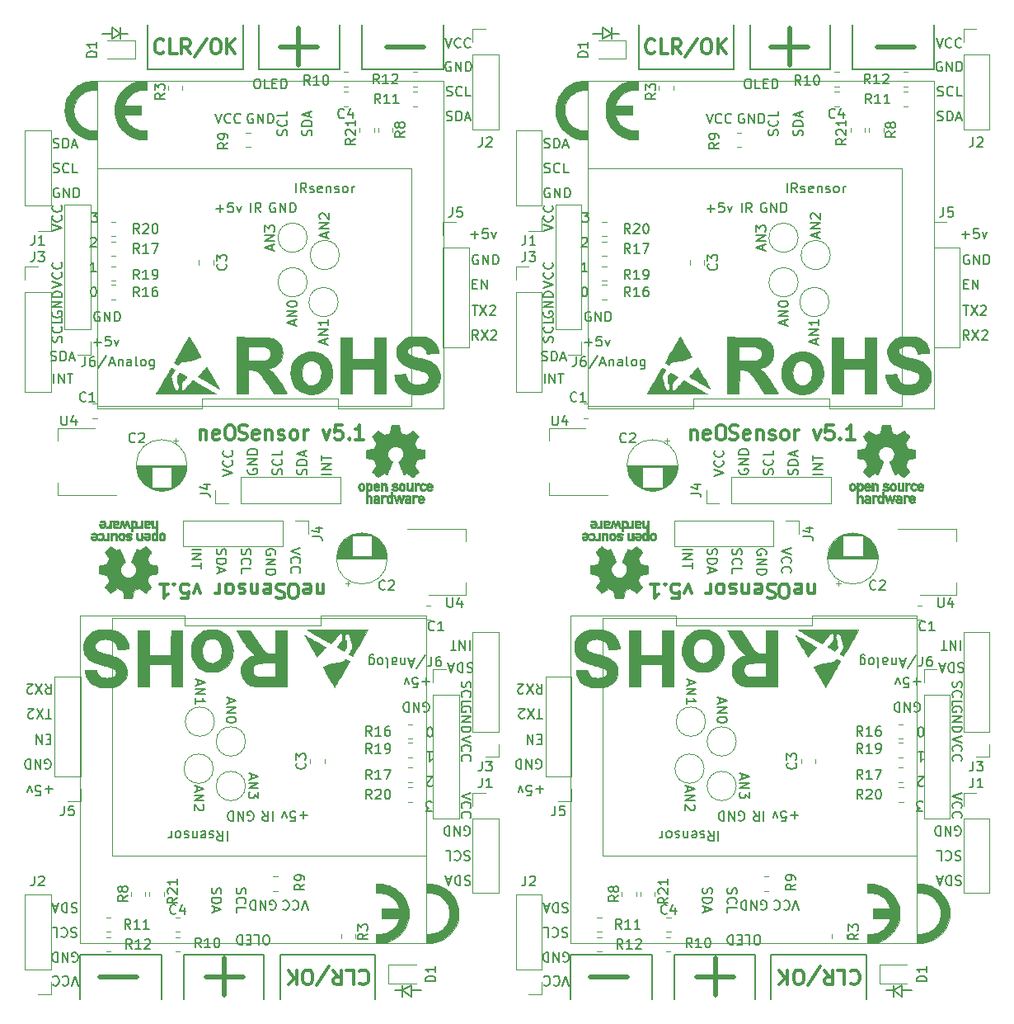
<source format=gbr>
G04 #@! TF.GenerationSoftware,KiCad,Pcbnew,5.1.9-1.fc33*
G04 #@! TF.CreationDate,2021-04-02T23:42:05+02:00*
G04 #@! TF.ProjectId,neOSensorv5_panelized,6e654f53-656e-4736-9f72-76355f70616e,rev?*
G04 #@! TF.SameCoordinates,Original*
G04 #@! TF.FileFunction,Legend,Top*
G04 #@! TF.FilePolarity,Positive*
%FSLAX46Y46*%
G04 Gerber Fmt 4.6, Leading zero omitted, Abs format (unit mm)*
G04 Created by KiCad (PCBNEW 5.1.9-1.fc33) date 2021-04-02 23:42:05*
%MOMM*%
%LPD*%
G01*
G04 APERTURE LIST*
%ADD10C,0.150000*%
%ADD11C,0.300000*%
%ADD12C,0.500000*%
%ADD13C,0.120000*%
%ADD14C,0.010000*%
G04 APERTURE END LIST*
D10*
X48767904Y-107053000D02*
X48863142Y-107100619D01*
X49006000Y-107100619D01*
X49148857Y-107053000D01*
X49244095Y-106957761D01*
X49291714Y-106862523D01*
X49339333Y-106672047D01*
X49339333Y-106529190D01*
X49291714Y-106338714D01*
X49244095Y-106243476D01*
X49148857Y-106148238D01*
X49006000Y-106100619D01*
X48910761Y-106100619D01*
X48767904Y-106148238D01*
X48720285Y-106195857D01*
X48720285Y-106529190D01*
X48910761Y-106529190D01*
X48291714Y-106100619D02*
X48291714Y-107100619D01*
X47720285Y-106100619D01*
X47720285Y-107100619D01*
X47244095Y-106100619D02*
X47244095Y-107100619D01*
X47006000Y-107100619D01*
X46863142Y-107053000D01*
X46767904Y-106957761D01*
X46720285Y-106862523D01*
X46672666Y-106672047D01*
X46672666Y-106529190D01*
X46720285Y-106338714D01*
X46767904Y-106243476D01*
X46863142Y-106148238D01*
X47006000Y-106100619D01*
X47244095Y-106100619D01*
X31496000Y-125349000D02*
X31496000Y-120777000D01*
X67484619Y-98464619D02*
X67389380Y-98464619D01*
X67294142Y-98417000D01*
X67246523Y-98369380D01*
X67198904Y-98274142D01*
X67151285Y-98083666D01*
X67151285Y-97845571D01*
X67198904Y-97655095D01*
X67246523Y-97559857D01*
X67294142Y-97512238D01*
X67389380Y-97464619D01*
X67484619Y-97464619D01*
X67579857Y-97512238D01*
X67627476Y-97559857D01*
X67675095Y-97655095D01*
X67722714Y-97845571D01*
X67722714Y-98083666D01*
X67675095Y-98274142D01*
X67627476Y-98369380D01*
X67579857Y-98417000D01*
X67484619Y-98464619D01*
X42164000Y-120777000D02*
X50419000Y-120777000D01*
X61849000Y-120777000D02*
X61849000Y-125349000D01*
X65532000Y-123952000D02*
X65532000Y-125095000D01*
D11*
X52529571Y-82831857D02*
X52315285Y-82760428D01*
X51958142Y-82760428D01*
X51815285Y-82831857D01*
X51743857Y-82903285D01*
X51672428Y-83046142D01*
X51672428Y-83189000D01*
X51743857Y-83331857D01*
X51815285Y-83403285D01*
X51958142Y-83474714D01*
X52243857Y-83546142D01*
X52386714Y-83617571D01*
X52458142Y-83689000D01*
X52529571Y-83831857D01*
X52529571Y-83974714D01*
X52458142Y-84117571D01*
X52386714Y-84189000D01*
X52243857Y-84260428D01*
X51886714Y-84260428D01*
X51672428Y-84189000D01*
X50458142Y-82831857D02*
X50601000Y-82760428D01*
X50886714Y-82760428D01*
X51029571Y-82831857D01*
X51101000Y-82974714D01*
X51101000Y-83546142D01*
X51029571Y-83689000D01*
X50886714Y-83760428D01*
X50601000Y-83760428D01*
X50458142Y-83689000D01*
X50386714Y-83546142D01*
X50386714Y-83403285D01*
X51101000Y-83260428D01*
X49743857Y-83760428D02*
X49743857Y-82760428D01*
X49743857Y-83617571D02*
X49672428Y-83689000D01*
X49529571Y-83760428D01*
X49315285Y-83760428D01*
X49172428Y-83689000D01*
X49101000Y-83546142D01*
X49101000Y-82760428D01*
X48458142Y-82831857D02*
X48315285Y-82760428D01*
X48029571Y-82760428D01*
X47886714Y-82831857D01*
X47815285Y-82974714D01*
X47815285Y-83046142D01*
X47886714Y-83189000D01*
X48029571Y-83260428D01*
X48243857Y-83260428D01*
X48386714Y-83331857D01*
X48458142Y-83474714D01*
X48458142Y-83546142D01*
X48386714Y-83689000D01*
X48243857Y-83760428D01*
X48029571Y-83760428D01*
X47886714Y-83689000D01*
X46958142Y-82760428D02*
X47101000Y-82831857D01*
X47172428Y-82903285D01*
X47243857Y-83046142D01*
X47243857Y-83474714D01*
X47172428Y-83617571D01*
X47101000Y-83689000D01*
X46958142Y-83760428D01*
X46743857Y-83760428D01*
X46601000Y-83689000D01*
X46529571Y-83617571D01*
X46458142Y-83474714D01*
X46458142Y-83046142D01*
X46529571Y-82903285D01*
X46601000Y-82831857D01*
X46743857Y-82760428D01*
X46958142Y-82760428D01*
X45815285Y-82760428D02*
X45815285Y-83760428D01*
X45815285Y-83474714D02*
X45743857Y-83617571D01*
X45672428Y-83689000D01*
X45529571Y-83760428D01*
X45386714Y-83760428D01*
X43886714Y-83760428D02*
X43529571Y-82760428D01*
X43172428Y-83760428D01*
X41886714Y-84260428D02*
X42601000Y-84260428D01*
X42672428Y-83546142D01*
X42601000Y-83617571D01*
X42458142Y-83689000D01*
X42101000Y-83689000D01*
X41958142Y-83617571D01*
X41886714Y-83546142D01*
X41815285Y-83403285D01*
X41815285Y-83046142D01*
X41886714Y-82903285D01*
X41958142Y-82831857D01*
X42101000Y-82760428D01*
X42458142Y-82760428D01*
X42601000Y-82831857D01*
X42672428Y-82903285D01*
X41172428Y-82903285D02*
X41101000Y-82831857D01*
X41172428Y-82760428D01*
X41243857Y-82831857D01*
X41172428Y-82903285D01*
X41172428Y-82760428D01*
X39672428Y-82760428D02*
X40529571Y-82760428D01*
X40101000Y-82760428D02*
X40101000Y-84260428D01*
X40243857Y-84046142D01*
X40386714Y-83903285D01*
X40529571Y-83831857D01*
D10*
X64643000Y-124460000D02*
X63881000Y-124460000D01*
X50728380Y-119800619D02*
X50537904Y-119800619D01*
X50442666Y-119753000D01*
X50347428Y-119657761D01*
X50299809Y-119467285D01*
X50299809Y-119133952D01*
X50347428Y-118943476D01*
X50442666Y-118848238D01*
X50537904Y-118800619D01*
X50728380Y-118800619D01*
X50823619Y-118848238D01*
X50918857Y-118943476D01*
X50966476Y-119133952D01*
X50966476Y-119467285D01*
X50918857Y-119657761D01*
X50823619Y-119753000D01*
X50728380Y-119800619D01*
X49395047Y-118800619D02*
X49871238Y-118800619D01*
X49871238Y-119800619D01*
X49061714Y-119324428D02*
X48728380Y-119324428D01*
X48585523Y-118800619D02*
X49061714Y-118800619D01*
X49061714Y-119800619D01*
X48585523Y-119800619D01*
X48156952Y-118800619D02*
X48156952Y-119800619D01*
X47918857Y-119800619D01*
X47776000Y-119753000D01*
X47680761Y-119657761D01*
X47633142Y-119562523D01*
X47585523Y-119372047D01*
X47585523Y-119229190D01*
X47633142Y-119038714D01*
X47680761Y-118943476D01*
X47776000Y-118848238D01*
X47918857Y-118800619D01*
X48156952Y-118800619D01*
X51554000Y-79756095D02*
X51601619Y-79660857D01*
X51601619Y-79518000D01*
X51554000Y-79375142D01*
X51458761Y-79279904D01*
X51363523Y-79232285D01*
X51173047Y-79184666D01*
X51030190Y-79184666D01*
X50839714Y-79232285D01*
X50744476Y-79279904D01*
X50649238Y-79375142D01*
X50601619Y-79518000D01*
X50601619Y-79613238D01*
X50649238Y-79756095D01*
X50696857Y-79803714D01*
X51030190Y-79803714D01*
X51030190Y-79613238D01*
X50601619Y-80232285D02*
X51601619Y-80232285D01*
X50601619Y-80803714D01*
X51601619Y-80803714D01*
X50601619Y-81279904D02*
X51601619Y-81279904D01*
X51601619Y-81518000D01*
X51554000Y-81660857D01*
X51458761Y-81756095D01*
X51363523Y-81803714D01*
X51173047Y-81851333D01*
X51030190Y-81851333D01*
X50839714Y-81803714D01*
X50744476Y-81756095D01*
X50649238Y-81660857D01*
X50601619Y-81518000D01*
X50601619Y-81279904D01*
X43521333Y-103536904D02*
X43521333Y-104013095D01*
X43235619Y-103441666D02*
X44235619Y-103775000D01*
X43235619Y-104108333D01*
X43235619Y-104441666D02*
X44235619Y-104441666D01*
X43235619Y-105013095D01*
X44235619Y-105013095D01*
X44140380Y-105441666D02*
X44188000Y-105489285D01*
X44235619Y-105584523D01*
X44235619Y-105822619D01*
X44188000Y-105917857D01*
X44140380Y-105965476D01*
X44045142Y-106013095D01*
X43949904Y-106013095D01*
X43807047Y-105965476D01*
X43235619Y-105394047D01*
X43235619Y-106013095D01*
X67722714Y-103449380D02*
X67675095Y-103497000D01*
X67579857Y-103544619D01*
X67341761Y-103544619D01*
X67246523Y-103497000D01*
X67198904Y-103449380D01*
X67151285Y-103354142D01*
X67151285Y-103258904D01*
X67198904Y-103116047D01*
X67770333Y-102544619D01*
X67151285Y-102544619D01*
X71572285Y-112752238D02*
X71429428Y-112704619D01*
X71191333Y-112704619D01*
X71096095Y-112752238D01*
X71048476Y-112799857D01*
X71000857Y-112895095D01*
X71000857Y-112990333D01*
X71048476Y-113085571D01*
X71096095Y-113133190D01*
X71191333Y-113180809D01*
X71381809Y-113228428D01*
X71477047Y-113276047D01*
X71524666Y-113323666D01*
X71572285Y-113418904D01*
X71572285Y-113514142D01*
X71524666Y-113609380D01*
X71477047Y-113657000D01*
X71381809Y-113704619D01*
X71143714Y-113704619D01*
X71000857Y-113657000D01*
X70572285Y-112704619D02*
X70572285Y-113704619D01*
X70334190Y-113704619D01*
X70191333Y-113657000D01*
X70096095Y-113561761D01*
X70048476Y-113466523D01*
X70000857Y-113276047D01*
X70000857Y-113133190D01*
X70048476Y-112942714D01*
X70096095Y-112847476D01*
X70191333Y-112752238D01*
X70334190Y-112704619D01*
X70572285Y-112704619D01*
X69619904Y-112990333D02*
X69143714Y-112990333D01*
X69715142Y-112704619D02*
X69381809Y-113704619D01*
X69048476Y-112704619D01*
X48109238Y-79200523D02*
X48061619Y-79343380D01*
X48061619Y-79581476D01*
X48109238Y-79676714D01*
X48156857Y-79724333D01*
X48252095Y-79771952D01*
X48347333Y-79771952D01*
X48442571Y-79724333D01*
X48490190Y-79676714D01*
X48537809Y-79581476D01*
X48585428Y-79391000D01*
X48633047Y-79295761D01*
X48680666Y-79248142D01*
X48775904Y-79200523D01*
X48871142Y-79200523D01*
X48966380Y-79248142D01*
X49014000Y-79295761D01*
X49061619Y-79391000D01*
X49061619Y-79629095D01*
X49014000Y-79771952D01*
X48156857Y-80771952D02*
X48109238Y-80724333D01*
X48061619Y-80581476D01*
X48061619Y-80486238D01*
X48109238Y-80343380D01*
X48204476Y-80248142D01*
X48299714Y-80200523D01*
X48490190Y-80152904D01*
X48633047Y-80152904D01*
X48823523Y-80200523D01*
X48918761Y-80248142D01*
X49014000Y-80343380D01*
X49061619Y-80486238D01*
X49061619Y-80581476D01*
X49014000Y-80724333D01*
X48966380Y-80771952D01*
X48061619Y-81676714D02*
X48061619Y-81200523D01*
X49061619Y-81200523D01*
X54141619Y-79057666D02*
X53141619Y-79391000D01*
X54141619Y-79724333D01*
X53236857Y-80629095D02*
X53189238Y-80581476D01*
X53141619Y-80438619D01*
X53141619Y-80343380D01*
X53189238Y-80200523D01*
X53284476Y-80105285D01*
X53379714Y-80057666D01*
X53570190Y-80010047D01*
X53713047Y-80010047D01*
X53903523Y-80057666D01*
X53998761Y-80105285D01*
X54094000Y-80200523D01*
X54141619Y-80343380D01*
X54141619Y-80438619D01*
X54094000Y-80581476D01*
X54046380Y-80629095D01*
X53236857Y-81629095D02*
X53189238Y-81581476D01*
X53141619Y-81438619D01*
X53141619Y-81343380D01*
X53189238Y-81200523D01*
X53284476Y-81105285D01*
X53379714Y-81057666D01*
X53570190Y-81010047D01*
X53713047Y-81010047D01*
X53903523Y-81057666D01*
X53998761Y-81105285D01*
X54094000Y-81200523D01*
X54141619Y-81343380D01*
X54141619Y-81438619D01*
X54094000Y-81581476D01*
X54046380Y-81629095D01*
X42981619Y-79232238D02*
X43981619Y-79232238D01*
X42981619Y-79708428D02*
X43981619Y-79708428D01*
X42981619Y-80279857D01*
X43981619Y-80279857D01*
X43981619Y-80613190D02*
X43981619Y-81184619D01*
X42981619Y-80898904D02*
X43981619Y-80898904D01*
D12*
X37337761Y-123086857D02*
X33528238Y-123086857D01*
D10*
X28543095Y-96559619D02*
X27971666Y-96559619D01*
X28257380Y-95559619D02*
X28257380Y-96559619D01*
X27733571Y-96559619D02*
X27066904Y-95559619D01*
X27066904Y-96559619D02*
X27733571Y-95559619D01*
X26733571Y-96464380D02*
X26685952Y-96512000D01*
X26590714Y-96559619D01*
X26352619Y-96559619D01*
X26257380Y-96512000D01*
X26209761Y-96464380D01*
X26162142Y-96369142D01*
X26162142Y-96273904D01*
X26209761Y-96131047D01*
X26781190Y-95559619D01*
X26162142Y-95559619D01*
X43648333Y-92614904D02*
X43648333Y-93091095D01*
X43362619Y-92519666D02*
X44362619Y-92853000D01*
X43362619Y-93186333D01*
X43362619Y-93519666D02*
X44362619Y-93519666D01*
X43362619Y-94091095D01*
X44362619Y-94091095D01*
X43362619Y-95091095D02*
X43362619Y-94519666D01*
X43362619Y-94805380D02*
X44362619Y-94805380D01*
X44219761Y-94710142D01*
X44124523Y-94614904D01*
X44076904Y-94519666D01*
X70715238Y-92789523D02*
X70667619Y-92932380D01*
X70667619Y-93170476D01*
X70715238Y-93265714D01*
X70762857Y-93313333D01*
X70858095Y-93360952D01*
X70953333Y-93360952D01*
X71048571Y-93313333D01*
X71096190Y-93265714D01*
X71143809Y-93170476D01*
X71191428Y-92980000D01*
X71239047Y-92884761D01*
X71286666Y-92837142D01*
X71381904Y-92789523D01*
X71477142Y-92789523D01*
X71572380Y-92837142D01*
X71620000Y-92884761D01*
X71667619Y-92980000D01*
X71667619Y-93218095D01*
X71620000Y-93360952D01*
X70762857Y-94360952D02*
X70715238Y-94313333D01*
X70667619Y-94170476D01*
X70667619Y-94075238D01*
X70715238Y-93932380D01*
X70810476Y-93837142D01*
X70905714Y-93789523D01*
X71096190Y-93741904D01*
X71239047Y-93741904D01*
X71429523Y-93789523D01*
X71524761Y-93837142D01*
X71620000Y-93932380D01*
X71667619Y-94075238D01*
X71667619Y-94170476D01*
X71620000Y-94313333D01*
X71572380Y-94360952D01*
X70667619Y-95265714D02*
X70667619Y-94789523D01*
X71667619Y-94789523D01*
D11*
X56487000Y-83760428D02*
X56487000Y-82760428D01*
X56487000Y-83617571D02*
X56415571Y-83689000D01*
X56272714Y-83760428D01*
X56058428Y-83760428D01*
X55915571Y-83689000D01*
X55844142Y-83546142D01*
X55844142Y-82760428D01*
X54558428Y-82831857D02*
X54701285Y-82760428D01*
X54987000Y-82760428D01*
X55129857Y-82831857D01*
X55201285Y-82974714D01*
X55201285Y-83546142D01*
X55129857Y-83689000D01*
X54987000Y-83760428D01*
X54701285Y-83760428D01*
X54558428Y-83689000D01*
X54487000Y-83546142D01*
X54487000Y-83403285D01*
X55201285Y-83260428D01*
X53558428Y-84260428D02*
X53272714Y-84260428D01*
X53129857Y-84189000D01*
X52987000Y-84046142D01*
X52915571Y-83760428D01*
X52915571Y-83260428D01*
X52987000Y-82974714D01*
X53129857Y-82831857D01*
X53272714Y-82760428D01*
X53558428Y-82760428D01*
X53701285Y-82831857D01*
X53844142Y-82974714D01*
X53915571Y-83260428D01*
X53915571Y-83760428D01*
X53844142Y-84046142D01*
X53701285Y-84189000D01*
X53558428Y-84260428D01*
D10*
X27947857Y-93019619D02*
X28281190Y-93495809D01*
X28519285Y-93019619D02*
X28519285Y-94019619D01*
X28138333Y-94019619D01*
X28043095Y-93972000D01*
X27995476Y-93924380D01*
X27947857Y-93829142D01*
X27947857Y-93686285D01*
X27995476Y-93591047D01*
X28043095Y-93543428D01*
X28138333Y-93495809D01*
X28519285Y-93495809D01*
X27614523Y-94019619D02*
X26947857Y-93019619D01*
X26947857Y-94019619D02*
X27614523Y-93019619D01*
X26614523Y-93924380D02*
X26566904Y-93972000D01*
X26471666Y-94019619D01*
X26233571Y-94019619D01*
X26138333Y-93972000D01*
X26090714Y-93924380D01*
X26043095Y-93829142D01*
X26043095Y-93733904D01*
X26090714Y-93591047D01*
X26662142Y-93019619D01*
X26043095Y-93019619D01*
X46640380Y-108132619D02*
X46640380Y-109132619D01*
X45592761Y-108132619D02*
X45926095Y-108608809D01*
X46164190Y-108132619D02*
X46164190Y-109132619D01*
X45783238Y-109132619D01*
X45688000Y-109085000D01*
X45640380Y-109037380D01*
X45592761Y-108942142D01*
X45592761Y-108799285D01*
X45640380Y-108704047D01*
X45688000Y-108656428D01*
X45783238Y-108608809D01*
X46164190Y-108608809D01*
X45211809Y-108180238D02*
X45116571Y-108132619D01*
X44926095Y-108132619D01*
X44830857Y-108180238D01*
X44783238Y-108275476D01*
X44783238Y-108323095D01*
X44830857Y-108418333D01*
X44926095Y-108465952D01*
X45068952Y-108465952D01*
X45164190Y-108513571D01*
X45211809Y-108608809D01*
X45211809Y-108656428D01*
X45164190Y-108751666D01*
X45068952Y-108799285D01*
X44926095Y-108799285D01*
X44830857Y-108751666D01*
X43973714Y-108180238D02*
X44068952Y-108132619D01*
X44259428Y-108132619D01*
X44354666Y-108180238D01*
X44402285Y-108275476D01*
X44402285Y-108656428D01*
X44354666Y-108751666D01*
X44259428Y-108799285D01*
X44068952Y-108799285D01*
X43973714Y-108751666D01*
X43926095Y-108656428D01*
X43926095Y-108561190D01*
X44402285Y-108465952D01*
X43497523Y-108799285D02*
X43497523Y-108132619D01*
X43497523Y-108704047D02*
X43449904Y-108751666D01*
X43354666Y-108799285D01*
X43211809Y-108799285D01*
X43116571Y-108751666D01*
X43068952Y-108656428D01*
X43068952Y-108132619D01*
X42640380Y-108180238D02*
X42545142Y-108132619D01*
X42354666Y-108132619D01*
X42259428Y-108180238D01*
X42211809Y-108275476D01*
X42211809Y-108323095D01*
X42259428Y-108418333D01*
X42354666Y-108465952D01*
X42497523Y-108465952D01*
X42592761Y-108513571D01*
X42640380Y-108608809D01*
X42640380Y-108656428D01*
X42592761Y-108751666D01*
X42497523Y-108799285D01*
X42354666Y-108799285D01*
X42259428Y-108751666D01*
X41640380Y-108132619D02*
X41735619Y-108180238D01*
X41783238Y-108227857D01*
X41830857Y-108323095D01*
X41830857Y-108608809D01*
X41783238Y-108704047D01*
X41735619Y-108751666D01*
X41640380Y-108799285D01*
X41497523Y-108799285D01*
X41402285Y-108751666D01*
X41354666Y-108704047D01*
X41307047Y-108608809D01*
X41307047Y-108323095D01*
X41354666Y-108227857D01*
X41402285Y-108180238D01*
X41497523Y-108132619D01*
X41640380Y-108132619D01*
X40878476Y-108132619D02*
X40878476Y-108799285D01*
X40878476Y-108608809D02*
X40830857Y-108704047D01*
X40783238Y-108751666D01*
X40688000Y-108799285D01*
X40592761Y-108799285D01*
X65532000Y-124460000D02*
X66548000Y-124460000D01*
X52070000Y-125349000D02*
X52070000Y-120777000D01*
X50419000Y-120777000D02*
X50419000Y-125349000D01*
X70992904Y-108577000D02*
X71088142Y-108624619D01*
X71231000Y-108624619D01*
X71373857Y-108577000D01*
X71469095Y-108481761D01*
X71516714Y-108386523D01*
X71564333Y-108196047D01*
X71564333Y-108053190D01*
X71516714Y-107862714D01*
X71469095Y-107767476D01*
X71373857Y-107672238D01*
X71231000Y-107624619D01*
X71135761Y-107624619D01*
X70992904Y-107672238D01*
X70945285Y-107719857D01*
X70945285Y-108053190D01*
X71135761Y-108053190D01*
X70516714Y-107624619D02*
X70516714Y-108624619D01*
X69945285Y-107624619D01*
X69945285Y-108624619D01*
X69469095Y-107624619D02*
X69469095Y-108624619D01*
X69231000Y-108624619D01*
X69088142Y-108577000D01*
X68992904Y-108481761D01*
X68945285Y-108386523D01*
X68897666Y-108196047D01*
X68897666Y-108053190D01*
X68945285Y-107862714D01*
X68992904Y-107767476D01*
X69088142Y-107672238D01*
X69231000Y-107624619D01*
X69469095Y-107624619D01*
X65532000Y-125095000D02*
X64643000Y-124460000D01*
X64643000Y-124460000D02*
X65532000Y-123952000D01*
X64643000Y-125095000D02*
X64643000Y-123952000D01*
X31496000Y-120777000D02*
X39878000Y-120777000D01*
X71826285Y-90908238D02*
X71683428Y-90860619D01*
X71445333Y-90860619D01*
X71350095Y-90908238D01*
X71302476Y-90955857D01*
X71254857Y-91051095D01*
X71254857Y-91146333D01*
X71302476Y-91241571D01*
X71350095Y-91289190D01*
X71445333Y-91336809D01*
X71635809Y-91384428D01*
X71731047Y-91432047D01*
X71778666Y-91479666D01*
X71826285Y-91574904D01*
X71826285Y-91670142D01*
X71778666Y-91765380D01*
X71731047Y-91813000D01*
X71635809Y-91860619D01*
X71397714Y-91860619D01*
X71254857Y-91813000D01*
X70826285Y-90860619D02*
X70826285Y-91860619D01*
X70588190Y-91860619D01*
X70445333Y-91813000D01*
X70350095Y-91717761D01*
X70302476Y-91622523D01*
X70254857Y-91432047D01*
X70254857Y-91289190D01*
X70302476Y-91098714D01*
X70350095Y-91003476D01*
X70445333Y-90908238D01*
X70588190Y-90860619D01*
X70826285Y-90860619D01*
X69873904Y-91146333D02*
X69397714Y-91146333D01*
X69969142Y-90860619D02*
X69635809Y-91860619D01*
X69302476Y-90860619D01*
X28493404Y-98750428D02*
X28160071Y-98750428D01*
X28017214Y-98226619D02*
X28493404Y-98226619D01*
X28493404Y-99226619D01*
X28017214Y-99226619D01*
X27588642Y-98226619D02*
X27588642Y-99226619D01*
X27017214Y-98226619D01*
X27017214Y-99226619D01*
X54927333Y-116244619D02*
X54594000Y-115244619D01*
X54260666Y-116244619D01*
X53355904Y-115339857D02*
X53403523Y-115292238D01*
X53546380Y-115244619D01*
X53641619Y-115244619D01*
X53784476Y-115292238D01*
X53879714Y-115387476D01*
X53927333Y-115482714D01*
X53974952Y-115673190D01*
X53974952Y-115816047D01*
X53927333Y-116006523D01*
X53879714Y-116101761D01*
X53784476Y-116197000D01*
X53641619Y-116244619D01*
X53546380Y-116244619D01*
X53403523Y-116197000D01*
X53355904Y-116149380D01*
X52355904Y-115339857D02*
X52403523Y-115292238D01*
X52546380Y-115244619D01*
X52641619Y-115244619D01*
X52784476Y-115292238D01*
X52879714Y-115387476D01*
X52927333Y-115482714D01*
X52974952Y-115673190D01*
X52974952Y-115816047D01*
X52927333Y-116006523D01*
X52879714Y-116101761D01*
X52784476Y-116197000D01*
X52641619Y-116244619D01*
X52546380Y-116244619D01*
X52403523Y-116197000D01*
X52355904Y-116149380D01*
X67643333Y-106084619D02*
X67024285Y-106084619D01*
X67357619Y-105703666D01*
X67214761Y-105703666D01*
X67119523Y-105656047D01*
X67071904Y-105608428D01*
X67024285Y-105513190D01*
X67024285Y-105275095D01*
X67071904Y-105179857D01*
X67119523Y-105132238D01*
X67214761Y-105084619D01*
X67500476Y-105084619D01*
X67595714Y-105132238D01*
X67643333Y-105179857D01*
X66079428Y-91400238D02*
X66936571Y-90114523D01*
X65793714Y-90638333D02*
X65317523Y-90638333D01*
X65888952Y-90352619D02*
X65555619Y-91352619D01*
X65222285Y-90352619D01*
X64888952Y-91019285D02*
X64888952Y-90352619D01*
X64888952Y-90924047D02*
X64841333Y-90971666D01*
X64746095Y-91019285D01*
X64603238Y-91019285D01*
X64508000Y-90971666D01*
X64460380Y-90876428D01*
X64460380Y-90352619D01*
X63555619Y-90352619D02*
X63555619Y-90876428D01*
X63603238Y-90971666D01*
X63698476Y-91019285D01*
X63888952Y-91019285D01*
X63984190Y-90971666D01*
X63555619Y-90400238D02*
X63650857Y-90352619D01*
X63888952Y-90352619D01*
X63984190Y-90400238D01*
X64031809Y-90495476D01*
X64031809Y-90590714D01*
X63984190Y-90685952D01*
X63888952Y-90733571D01*
X63650857Y-90733571D01*
X63555619Y-90781190D01*
X62936571Y-90352619D02*
X63031809Y-90400238D01*
X63079428Y-90495476D01*
X63079428Y-91352619D01*
X62412761Y-90352619D02*
X62508000Y-90400238D01*
X62555619Y-90447857D01*
X62603238Y-90543095D01*
X62603238Y-90828809D01*
X62555619Y-90924047D01*
X62508000Y-90971666D01*
X62412761Y-91019285D01*
X62269904Y-91019285D01*
X62174666Y-90971666D01*
X62127047Y-90924047D01*
X62079428Y-90828809D01*
X62079428Y-90543095D01*
X62127047Y-90447857D01*
X62174666Y-90400238D01*
X62269904Y-90352619D01*
X62412761Y-90352619D01*
X61222285Y-91019285D02*
X61222285Y-90209761D01*
X61269904Y-90114523D01*
X61317523Y-90066904D01*
X61412761Y-90019285D01*
X61555619Y-90019285D01*
X61650857Y-90066904D01*
X61222285Y-90400238D02*
X61317523Y-90352619D01*
X61508000Y-90352619D01*
X61603238Y-90400238D01*
X61650857Y-90447857D01*
X61698476Y-90543095D01*
X61698476Y-90828809D01*
X61650857Y-90924047D01*
X61603238Y-90971666D01*
X61508000Y-91019285D01*
X61317523Y-91019285D01*
X61222285Y-90971666D01*
X71667619Y-104203666D02*
X70667619Y-104537000D01*
X71667619Y-104870333D01*
X70762857Y-105775095D02*
X70715238Y-105727476D01*
X70667619Y-105584619D01*
X70667619Y-105489380D01*
X70715238Y-105346523D01*
X70810476Y-105251285D01*
X70905714Y-105203666D01*
X71096190Y-105156047D01*
X71239047Y-105156047D01*
X71429523Y-105203666D01*
X71524761Y-105251285D01*
X71620000Y-105346523D01*
X71667619Y-105489380D01*
X71667619Y-105584619D01*
X71620000Y-105727476D01*
X71572380Y-105775095D01*
X70762857Y-106775095D02*
X70715238Y-106727476D01*
X70667619Y-106584619D01*
X70667619Y-106489380D01*
X70715238Y-106346523D01*
X70810476Y-106251285D01*
X70905714Y-106203666D01*
X71096190Y-106156047D01*
X71239047Y-106156047D01*
X71429523Y-106203666D01*
X71524761Y-106251285D01*
X71620000Y-106346523D01*
X71667619Y-106489380D01*
X71667619Y-106584619D01*
X71620000Y-106727476D01*
X71572380Y-106775095D01*
X45569238Y-79176714D02*
X45521619Y-79319571D01*
X45521619Y-79557666D01*
X45569238Y-79652904D01*
X45616857Y-79700523D01*
X45712095Y-79748142D01*
X45807333Y-79748142D01*
X45902571Y-79700523D01*
X45950190Y-79652904D01*
X45997809Y-79557666D01*
X46045428Y-79367190D01*
X46093047Y-79271952D01*
X46140666Y-79224333D01*
X46235904Y-79176714D01*
X46331142Y-79176714D01*
X46426380Y-79224333D01*
X46474000Y-79271952D01*
X46521619Y-79367190D01*
X46521619Y-79605285D01*
X46474000Y-79748142D01*
X45521619Y-80176714D02*
X46521619Y-80176714D01*
X46521619Y-80414809D01*
X46474000Y-80557666D01*
X46378761Y-80652904D01*
X46283523Y-80700523D01*
X46093047Y-80748142D01*
X45950190Y-80748142D01*
X45759714Y-80700523D01*
X45664476Y-80652904D01*
X45569238Y-80557666D01*
X45521619Y-80414809D01*
X45521619Y-80176714D01*
X45807333Y-81129095D02*
X45807333Y-81605285D01*
X45521619Y-81033857D02*
X46521619Y-81367190D01*
X45521619Y-81700523D01*
X45061238Y-113974714D02*
X45013619Y-114117571D01*
X45013619Y-114355666D01*
X45061238Y-114450904D01*
X45108857Y-114498523D01*
X45204095Y-114546142D01*
X45299333Y-114546142D01*
X45394571Y-114498523D01*
X45442190Y-114450904D01*
X45489809Y-114355666D01*
X45537428Y-114165190D01*
X45585047Y-114069952D01*
X45632666Y-114022333D01*
X45727904Y-113974714D01*
X45823142Y-113974714D01*
X45918380Y-114022333D01*
X45966000Y-114069952D01*
X46013619Y-114165190D01*
X46013619Y-114403285D01*
X45966000Y-114546142D01*
X45013619Y-114974714D02*
X46013619Y-114974714D01*
X46013619Y-115212809D01*
X45966000Y-115355666D01*
X45870761Y-115450904D01*
X45775523Y-115498523D01*
X45585047Y-115546142D01*
X45442190Y-115546142D01*
X45251714Y-115498523D01*
X45156476Y-115450904D01*
X45061238Y-115355666D01*
X45013619Y-115212809D01*
X45013619Y-114974714D01*
X45299333Y-115927095D02*
X45299333Y-116403285D01*
X45013619Y-115831857D02*
X46013619Y-116165190D01*
X45013619Y-116498523D01*
X28670095Y-103814571D02*
X27908190Y-103814571D01*
X28289142Y-103433619D02*
X28289142Y-104195523D01*
X26955809Y-104433619D02*
X27432000Y-104433619D01*
X27479619Y-103957428D01*
X27432000Y-104005047D01*
X27336761Y-104052666D01*
X27098666Y-104052666D01*
X27003428Y-104005047D01*
X26955809Y-103957428D01*
X26908190Y-103862190D01*
X26908190Y-103624095D01*
X26955809Y-103528857D01*
X27003428Y-103481238D01*
X27098666Y-103433619D01*
X27336761Y-103433619D01*
X27432000Y-103481238D01*
X27479619Y-103528857D01*
X26574857Y-104100285D02*
X26336761Y-103433619D01*
X26098666Y-104100285D01*
X66801904Y-95877000D02*
X66897142Y-95924619D01*
X67040000Y-95924619D01*
X67182857Y-95877000D01*
X67278095Y-95781761D01*
X67325714Y-95686523D01*
X67373333Y-95496047D01*
X67373333Y-95353190D01*
X67325714Y-95162714D01*
X67278095Y-95067476D01*
X67182857Y-94972238D01*
X67040000Y-94924619D01*
X66944761Y-94924619D01*
X66801904Y-94972238D01*
X66754285Y-95019857D01*
X66754285Y-95353190D01*
X66944761Y-95353190D01*
X66325714Y-94924619D02*
X66325714Y-95924619D01*
X65754285Y-94924619D01*
X65754285Y-95924619D01*
X65278095Y-94924619D02*
X65278095Y-95924619D01*
X65040000Y-95924619D01*
X64897142Y-95877000D01*
X64801904Y-95781761D01*
X64754285Y-95686523D01*
X64706666Y-95496047D01*
X64706666Y-95353190D01*
X64754285Y-95162714D01*
X64801904Y-95067476D01*
X64897142Y-94972238D01*
X65040000Y-94924619D01*
X65278095Y-94924619D01*
X47601238Y-113998523D02*
X47553619Y-114141380D01*
X47553619Y-114379476D01*
X47601238Y-114474714D01*
X47648857Y-114522333D01*
X47744095Y-114569952D01*
X47839333Y-114569952D01*
X47934571Y-114522333D01*
X47982190Y-114474714D01*
X48029809Y-114379476D01*
X48077428Y-114189000D01*
X48125047Y-114093761D01*
X48172666Y-114046142D01*
X48267904Y-113998523D01*
X48363142Y-113998523D01*
X48458380Y-114046142D01*
X48506000Y-114093761D01*
X48553619Y-114189000D01*
X48553619Y-114427095D01*
X48506000Y-114569952D01*
X47648857Y-115569952D02*
X47601238Y-115522333D01*
X47553619Y-115379476D01*
X47553619Y-115284238D01*
X47601238Y-115141380D01*
X47696476Y-115046142D01*
X47791714Y-114998523D01*
X47982190Y-114950904D01*
X48125047Y-114950904D01*
X48315523Y-114998523D01*
X48410761Y-115046142D01*
X48506000Y-115141380D01*
X48553619Y-115284238D01*
X48553619Y-115379476D01*
X48506000Y-115522333D01*
X48458380Y-115569952D01*
X47553619Y-116474714D02*
X47553619Y-115998523D01*
X48553619Y-115998523D01*
X51300000Y-106100619D02*
X51300000Y-107100619D01*
X50252380Y-106100619D02*
X50585714Y-106576809D01*
X50823809Y-106100619D02*
X50823809Y-107100619D01*
X50442857Y-107100619D01*
X50347619Y-107053000D01*
X50300000Y-107005380D01*
X50252380Y-106910142D01*
X50252380Y-106767285D01*
X50300000Y-106672047D01*
X50347619Y-106624428D01*
X50442857Y-106576809D01*
X50823809Y-106576809D01*
X49109333Y-102266904D02*
X49109333Y-102743095D01*
X48823619Y-102171666D02*
X49823619Y-102505000D01*
X48823619Y-102838333D01*
X48823619Y-103171666D02*
X49823619Y-103171666D01*
X48823619Y-103743095D01*
X49823619Y-103743095D01*
X49823619Y-104124047D02*
X49823619Y-104743095D01*
X49442666Y-104409761D01*
X49442666Y-104552619D01*
X49395047Y-104647857D01*
X49347428Y-104695476D01*
X49252190Y-104743095D01*
X49014095Y-104743095D01*
X48918857Y-104695476D01*
X48871238Y-104647857D01*
X48823619Y-104552619D01*
X48823619Y-104266904D01*
X48871238Y-104171666D01*
X48918857Y-104124047D01*
D11*
X60237285Y-122527285D02*
X60308714Y-122455857D01*
X60523000Y-122384428D01*
X60665857Y-122384428D01*
X60880142Y-122455857D01*
X61023000Y-122598714D01*
X61094428Y-122741571D01*
X61165857Y-123027285D01*
X61165857Y-123241571D01*
X61094428Y-123527285D01*
X61023000Y-123670142D01*
X60880142Y-123813000D01*
X60665857Y-123884428D01*
X60523000Y-123884428D01*
X60308714Y-123813000D01*
X60237285Y-123741571D01*
X58880142Y-122384428D02*
X59594428Y-122384428D01*
X59594428Y-123884428D01*
X57523000Y-122384428D02*
X58023000Y-123098714D01*
X58380142Y-122384428D02*
X58380142Y-123884428D01*
X57808714Y-123884428D01*
X57665857Y-123813000D01*
X57594428Y-123741571D01*
X57523000Y-123598714D01*
X57523000Y-123384428D01*
X57594428Y-123241571D01*
X57665857Y-123170142D01*
X57808714Y-123098714D01*
X58380142Y-123098714D01*
X55808714Y-123955857D02*
X57094428Y-122027285D01*
X55023000Y-123884428D02*
X54737285Y-123884428D01*
X54594428Y-123813000D01*
X54451571Y-123670142D01*
X54380142Y-123384428D01*
X54380142Y-122884428D01*
X54451571Y-122598714D01*
X54594428Y-122455857D01*
X54737285Y-122384428D01*
X55023000Y-122384428D01*
X55165857Y-122455857D01*
X55308714Y-122598714D01*
X55380142Y-122884428D01*
X55380142Y-123384428D01*
X55308714Y-123670142D01*
X55165857Y-123813000D01*
X55023000Y-123884428D01*
X53737285Y-122384428D02*
X53737285Y-123884428D01*
X52880142Y-122384428D02*
X53523000Y-123241571D01*
X52880142Y-123884428D02*
X53737285Y-123027285D01*
D10*
X31186285Y-115546238D02*
X31043428Y-115498619D01*
X30805333Y-115498619D01*
X30710095Y-115546238D01*
X30662476Y-115593857D01*
X30614857Y-115689095D01*
X30614857Y-115784333D01*
X30662476Y-115879571D01*
X30710095Y-115927190D01*
X30805333Y-115974809D01*
X30995809Y-116022428D01*
X31091047Y-116070047D01*
X31138666Y-116117666D01*
X31186285Y-116212904D01*
X31186285Y-116308142D01*
X31138666Y-116403380D01*
X31091047Y-116451000D01*
X30995809Y-116498619D01*
X30757714Y-116498619D01*
X30614857Y-116451000D01*
X30186285Y-115498619D02*
X30186285Y-116498619D01*
X29948190Y-116498619D01*
X29805333Y-116451000D01*
X29710095Y-116355761D01*
X29662476Y-116260523D01*
X29614857Y-116070047D01*
X29614857Y-115927190D01*
X29662476Y-115736714D01*
X29710095Y-115641476D01*
X29805333Y-115546238D01*
X29948190Y-115498619D01*
X30186285Y-115498619D01*
X29233904Y-115784333D02*
X28757714Y-115784333D01*
X29329142Y-115498619D02*
X28995809Y-116498619D01*
X28662476Y-115498619D01*
X71667619Y-98361666D02*
X70667619Y-98695000D01*
X71667619Y-99028333D01*
X70762857Y-99933095D02*
X70715238Y-99885476D01*
X70667619Y-99742619D01*
X70667619Y-99647380D01*
X70715238Y-99504523D01*
X70810476Y-99409285D01*
X70905714Y-99361666D01*
X71096190Y-99314047D01*
X71239047Y-99314047D01*
X71429523Y-99361666D01*
X71524761Y-99409285D01*
X71620000Y-99504523D01*
X71667619Y-99647380D01*
X71667619Y-99742619D01*
X71620000Y-99885476D01*
X71572380Y-99933095D01*
X70762857Y-100933095D02*
X70715238Y-100885476D01*
X70667619Y-100742619D01*
X70667619Y-100647380D01*
X70715238Y-100504523D01*
X70810476Y-100409285D01*
X70905714Y-100361666D01*
X71096190Y-100314047D01*
X71239047Y-100314047D01*
X71429523Y-100361666D01*
X71524761Y-100409285D01*
X71620000Y-100504523D01*
X71667619Y-100647380D01*
X71667619Y-100742619D01*
X71620000Y-100885476D01*
X71572380Y-100933095D01*
X31162476Y-118086238D02*
X31019619Y-118038619D01*
X30781523Y-118038619D01*
X30686285Y-118086238D01*
X30638666Y-118133857D01*
X30591047Y-118229095D01*
X30591047Y-118324333D01*
X30638666Y-118419571D01*
X30686285Y-118467190D01*
X30781523Y-118514809D01*
X30972000Y-118562428D01*
X31067238Y-118610047D01*
X31114857Y-118657666D01*
X31162476Y-118752904D01*
X31162476Y-118848142D01*
X31114857Y-118943380D01*
X31067238Y-118991000D01*
X30972000Y-119038619D01*
X30733904Y-119038619D01*
X30591047Y-118991000D01*
X29591047Y-118133857D02*
X29638666Y-118086238D01*
X29781523Y-118038619D01*
X29876761Y-118038619D01*
X30019619Y-118086238D01*
X30114857Y-118181476D01*
X30162476Y-118276714D01*
X30210095Y-118467190D01*
X30210095Y-118610047D01*
X30162476Y-118800523D01*
X30114857Y-118895761D01*
X30019619Y-118991000D01*
X29876761Y-119038619D01*
X29781523Y-119038619D01*
X29638666Y-118991000D01*
X29591047Y-118943380D01*
X28686285Y-118038619D02*
X29162476Y-118038619D01*
X29162476Y-119038619D01*
X54832095Y-106481571D02*
X54070190Y-106481571D01*
X54451142Y-106100619D02*
X54451142Y-106862523D01*
X53117809Y-107100619D02*
X53594000Y-107100619D01*
X53641619Y-106624428D01*
X53594000Y-106672047D01*
X53498761Y-106719666D01*
X53260666Y-106719666D01*
X53165428Y-106672047D01*
X53117809Y-106624428D01*
X53070190Y-106529190D01*
X53070190Y-106291095D01*
X53117809Y-106195857D01*
X53165428Y-106148238D01*
X53260666Y-106100619D01*
X53498761Y-106100619D01*
X53594000Y-106148238D01*
X53641619Y-106195857D01*
X52736857Y-106767285D02*
X52498761Y-106100619D01*
X52260666Y-106767285D01*
X71516761Y-88574619D02*
X71516761Y-89574619D01*
X71040571Y-88574619D02*
X71040571Y-89574619D01*
X70469142Y-88574619D01*
X70469142Y-89574619D01*
X70135809Y-89574619D02*
X69564380Y-89574619D01*
X69850095Y-88574619D02*
X69850095Y-89574619D01*
X67405095Y-92765571D02*
X66643190Y-92765571D01*
X67024142Y-92384619D02*
X67024142Y-93146523D01*
X65690809Y-93384619D02*
X66167000Y-93384619D01*
X66214619Y-92908428D01*
X66167000Y-92956047D01*
X66071761Y-93003666D01*
X65833666Y-93003666D01*
X65738428Y-92956047D01*
X65690809Y-92908428D01*
X65643190Y-92813190D01*
X65643190Y-92575095D01*
X65690809Y-92479857D01*
X65738428Y-92432238D01*
X65833666Y-92384619D01*
X66071761Y-92384619D01*
X66167000Y-92432238D01*
X66214619Y-92479857D01*
X65309857Y-93051285D02*
X65071761Y-92384619D01*
X64833666Y-93051285D01*
X67151285Y-100004619D02*
X67722714Y-100004619D01*
X67437000Y-100004619D02*
X67437000Y-101004619D01*
X67532238Y-100861761D01*
X67627476Y-100766523D01*
X67722714Y-100718904D01*
X52070000Y-120777000D02*
X61849000Y-120777000D01*
X46823333Y-94519904D02*
X46823333Y-94996095D01*
X46537619Y-94424666D02*
X47537619Y-94758000D01*
X46537619Y-95091333D01*
X46537619Y-95424666D02*
X47537619Y-95424666D01*
X46537619Y-95996095D01*
X47537619Y-95996095D01*
X47537619Y-96662761D02*
X47537619Y-96758000D01*
X47490000Y-96853238D01*
X47442380Y-96900857D01*
X47347142Y-96948476D01*
X47156666Y-96996095D01*
X46918571Y-96996095D01*
X46728095Y-96948476D01*
X46632857Y-96900857D01*
X46585238Y-96853238D01*
X46537619Y-96758000D01*
X46537619Y-96662761D01*
X46585238Y-96567523D01*
X46632857Y-96519904D01*
X46728095Y-96472285D01*
X46918571Y-96424666D01*
X47156666Y-96424666D01*
X47347142Y-96472285D01*
X47442380Y-96519904D01*
X47490000Y-96567523D01*
X47537619Y-96662761D01*
X39878000Y-120777000D02*
X39878000Y-125349000D01*
X42164000Y-125349000D02*
X42164000Y-120777000D01*
X71620000Y-95885095D02*
X71667619Y-95789857D01*
X71667619Y-95647000D01*
X71620000Y-95504142D01*
X71524761Y-95408904D01*
X71429523Y-95361285D01*
X71239047Y-95313666D01*
X71096190Y-95313666D01*
X70905714Y-95361285D01*
X70810476Y-95408904D01*
X70715238Y-95504142D01*
X70667619Y-95647000D01*
X70667619Y-95742238D01*
X70715238Y-95885095D01*
X70762857Y-95932714D01*
X71096190Y-95932714D01*
X71096190Y-95742238D01*
X70667619Y-96361285D02*
X71667619Y-96361285D01*
X70667619Y-96932714D01*
X71667619Y-96932714D01*
X70667619Y-97408904D02*
X71667619Y-97408904D01*
X71667619Y-97647000D01*
X71620000Y-97789857D01*
X71524761Y-97885095D01*
X71429523Y-97932714D01*
X71239047Y-97980333D01*
X71096190Y-97980333D01*
X70905714Y-97932714D01*
X70810476Y-97885095D01*
X70715238Y-97789857D01*
X70667619Y-97647000D01*
X70667619Y-97408904D01*
X30733904Y-121531000D02*
X30829142Y-121578619D01*
X30972000Y-121578619D01*
X31114857Y-121531000D01*
X31210095Y-121435761D01*
X31257714Y-121340523D01*
X31305333Y-121150047D01*
X31305333Y-121007190D01*
X31257714Y-120816714D01*
X31210095Y-120721476D01*
X31114857Y-120626238D01*
X30972000Y-120578619D01*
X30876761Y-120578619D01*
X30733904Y-120626238D01*
X30686285Y-120673857D01*
X30686285Y-121007190D01*
X30876761Y-121007190D01*
X30257714Y-120578619D02*
X30257714Y-121578619D01*
X29686285Y-120578619D01*
X29686285Y-121578619D01*
X29210095Y-120578619D02*
X29210095Y-121578619D01*
X28972000Y-121578619D01*
X28829142Y-121531000D01*
X28733904Y-121435761D01*
X28686285Y-121340523D01*
X28638666Y-121150047D01*
X28638666Y-121007190D01*
X28686285Y-120816714D01*
X28733904Y-120721476D01*
X28829142Y-120626238D01*
X28972000Y-120578619D01*
X29210095Y-120578619D01*
X27939904Y-101719000D02*
X28035142Y-101766619D01*
X28178000Y-101766619D01*
X28320857Y-101719000D01*
X28416095Y-101623761D01*
X28463714Y-101528523D01*
X28511333Y-101338047D01*
X28511333Y-101195190D01*
X28463714Y-101004714D01*
X28416095Y-100909476D01*
X28320857Y-100814238D01*
X28178000Y-100766619D01*
X28082761Y-100766619D01*
X27939904Y-100814238D01*
X27892285Y-100861857D01*
X27892285Y-101195190D01*
X28082761Y-101195190D01*
X27463714Y-100766619D02*
X27463714Y-101766619D01*
X26892285Y-100766619D01*
X26892285Y-101766619D01*
X26416095Y-100766619D02*
X26416095Y-101766619D01*
X26178000Y-101766619D01*
X26035142Y-101719000D01*
X25939904Y-101623761D01*
X25892285Y-101528523D01*
X25844666Y-101338047D01*
X25844666Y-101195190D01*
X25892285Y-101004714D01*
X25939904Y-100909476D01*
X26035142Y-100814238D01*
X26178000Y-100766619D01*
X26416095Y-100766619D01*
X71548476Y-110212238D02*
X71405619Y-110164619D01*
X71167523Y-110164619D01*
X71072285Y-110212238D01*
X71024666Y-110259857D01*
X70977047Y-110355095D01*
X70977047Y-110450333D01*
X71024666Y-110545571D01*
X71072285Y-110593190D01*
X71167523Y-110640809D01*
X71358000Y-110688428D01*
X71453238Y-110736047D01*
X71500857Y-110783666D01*
X71548476Y-110878904D01*
X71548476Y-110974142D01*
X71500857Y-111069380D01*
X71453238Y-111117000D01*
X71358000Y-111164619D01*
X71119904Y-111164619D01*
X70977047Y-111117000D01*
X69977047Y-110259857D02*
X70024666Y-110212238D01*
X70167523Y-110164619D01*
X70262761Y-110164619D01*
X70405619Y-110212238D01*
X70500857Y-110307476D01*
X70548476Y-110402714D01*
X70596095Y-110593190D01*
X70596095Y-110736047D01*
X70548476Y-110926523D01*
X70500857Y-111021761D01*
X70405619Y-111117000D01*
X70262761Y-111164619D01*
X70167523Y-111164619D01*
X70024666Y-111117000D01*
X69977047Y-111069380D01*
X69072285Y-110164619D02*
X69548476Y-110164619D01*
X69548476Y-111164619D01*
D12*
X48259761Y-123086857D02*
X44450238Y-123086857D01*
X46355000Y-121182095D02*
X46355000Y-124991619D01*
D10*
X51053904Y-116197000D02*
X51149142Y-116244619D01*
X51292000Y-116244619D01*
X51434857Y-116197000D01*
X51530095Y-116101761D01*
X51577714Y-116006523D01*
X51625333Y-115816047D01*
X51625333Y-115673190D01*
X51577714Y-115482714D01*
X51530095Y-115387476D01*
X51434857Y-115292238D01*
X51292000Y-115244619D01*
X51196761Y-115244619D01*
X51053904Y-115292238D01*
X51006285Y-115339857D01*
X51006285Y-115673190D01*
X51196761Y-115673190D01*
X50577714Y-115244619D02*
X50577714Y-116244619D01*
X50006285Y-115244619D01*
X50006285Y-116244619D01*
X49530095Y-115244619D02*
X49530095Y-116244619D01*
X49292000Y-116244619D01*
X49149142Y-116197000D01*
X49053904Y-116101761D01*
X49006285Y-116006523D01*
X48958666Y-115816047D01*
X48958666Y-115673190D01*
X49006285Y-115482714D01*
X49053904Y-115387476D01*
X49149142Y-115292238D01*
X49292000Y-115244619D01*
X49530095Y-115244619D01*
X31305333Y-123991619D02*
X30972000Y-122991619D01*
X30638666Y-123991619D01*
X29733904Y-123086857D02*
X29781523Y-123039238D01*
X29924380Y-122991619D01*
X30019619Y-122991619D01*
X30162476Y-123039238D01*
X30257714Y-123134476D01*
X30305333Y-123229714D01*
X30352952Y-123420190D01*
X30352952Y-123563047D01*
X30305333Y-123753523D01*
X30257714Y-123848761D01*
X30162476Y-123944000D01*
X30019619Y-123991619D01*
X29924380Y-123991619D01*
X29781523Y-123944000D01*
X29733904Y-123896380D01*
X28733904Y-123086857D02*
X28781523Y-123039238D01*
X28924380Y-122991619D01*
X29019619Y-122991619D01*
X29162476Y-123039238D01*
X29257714Y-123134476D01*
X29305333Y-123229714D01*
X29352952Y-123420190D01*
X29352952Y-123563047D01*
X29305333Y-123753523D01*
X29257714Y-123848761D01*
X29162476Y-123944000D01*
X29019619Y-123991619D01*
X28924380Y-123991619D01*
X28781523Y-123944000D01*
X28733904Y-123896380D01*
X99528333Y-102266904D02*
X99528333Y-102743095D01*
X99242619Y-102171666D02*
X100242619Y-102505000D01*
X99242619Y-102838333D01*
X99242619Y-103171666D02*
X100242619Y-103171666D01*
X99242619Y-103743095D01*
X100242619Y-103743095D01*
X100242619Y-104124047D02*
X100242619Y-104743095D01*
X99861666Y-104409761D01*
X99861666Y-104552619D01*
X99814047Y-104647857D01*
X99766428Y-104695476D01*
X99671190Y-104743095D01*
X99433095Y-104743095D01*
X99337857Y-104695476D01*
X99290238Y-104647857D01*
X99242619Y-104552619D01*
X99242619Y-104266904D01*
X99290238Y-104171666D01*
X99337857Y-104124047D01*
X118141714Y-103449380D02*
X118094095Y-103497000D01*
X117998857Y-103544619D01*
X117760761Y-103544619D01*
X117665523Y-103497000D01*
X117617904Y-103449380D01*
X117570285Y-103354142D01*
X117570285Y-103258904D01*
X117617904Y-103116047D01*
X118189333Y-102544619D01*
X117570285Y-102544619D01*
X121991285Y-112752238D02*
X121848428Y-112704619D01*
X121610333Y-112704619D01*
X121515095Y-112752238D01*
X121467476Y-112799857D01*
X121419857Y-112895095D01*
X121419857Y-112990333D01*
X121467476Y-113085571D01*
X121515095Y-113133190D01*
X121610333Y-113180809D01*
X121800809Y-113228428D01*
X121896047Y-113276047D01*
X121943666Y-113323666D01*
X121991285Y-113418904D01*
X121991285Y-113514142D01*
X121943666Y-113609380D01*
X121896047Y-113657000D01*
X121800809Y-113704619D01*
X121562714Y-113704619D01*
X121419857Y-113657000D01*
X120991285Y-112704619D02*
X120991285Y-113704619D01*
X120753190Y-113704619D01*
X120610333Y-113657000D01*
X120515095Y-113561761D01*
X120467476Y-113466523D01*
X120419857Y-113276047D01*
X120419857Y-113133190D01*
X120467476Y-112942714D01*
X120515095Y-112847476D01*
X120610333Y-112752238D01*
X120753190Y-112704619D01*
X120991285Y-112704619D01*
X120038904Y-112990333D02*
X119562714Y-112990333D01*
X120134142Y-112704619D02*
X119800809Y-113704619D01*
X119467476Y-112704619D01*
X98528238Y-79200523D02*
X98480619Y-79343380D01*
X98480619Y-79581476D01*
X98528238Y-79676714D01*
X98575857Y-79724333D01*
X98671095Y-79771952D01*
X98766333Y-79771952D01*
X98861571Y-79724333D01*
X98909190Y-79676714D01*
X98956809Y-79581476D01*
X99004428Y-79391000D01*
X99052047Y-79295761D01*
X99099666Y-79248142D01*
X99194904Y-79200523D01*
X99290142Y-79200523D01*
X99385380Y-79248142D01*
X99433000Y-79295761D01*
X99480619Y-79391000D01*
X99480619Y-79629095D01*
X99433000Y-79771952D01*
X98575857Y-80771952D02*
X98528238Y-80724333D01*
X98480619Y-80581476D01*
X98480619Y-80486238D01*
X98528238Y-80343380D01*
X98623476Y-80248142D01*
X98718714Y-80200523D01*
X98909190Y-80152904D01*
X99052047Y-80152904D01*
X99242523Y-80200523D01*
X99337761Y-80248142D01*
X99433000Y-80343380D01*
X99480619Y-80486238D01*
X99480619Y-80581476D01*
X99433000Y-80724333D01*
X99385380Y-80771952D01*
X98480619Y-81676714D02*
X98480619Y-81200523D01*
X99480619Y-81200523D01*
X104560619Y-79057666D02*
X103560619Y-79391000D01*
X104560619Y-79724333D01*
X103655857Y-80629095D02*
X103608238Y-80581476D01*
X103560619Y-80438619D01*
X103560619Y-80343380D01*
X103608238Y-80200523D01*
X103703476Y-80105285D01*
X103798714Y-80057666D01*
X103989190Y-80010047D01*
X104132047Y-80010047D01*
X104322523Y-80057666D01*
X104417761Y-80105285D01*
X104513000Y-80200523D01*
X104560619Y-80343380D01*
X104560619Y-80438619D01*
X104513000Y-80581476D01*
X104465380Y-80629095D01*
X103655857Y-81629095D02*
X103608238Y-81581476D01*
X103560619Y-81438619D01*
X103560619Y-81343380D01*
X103608238Y-81200523D01*
X103703476Y-81105285D01*
X103798714Y-81057666D01*
X103989190Y-81010047D01*
X104132047Y-81010047D01*
X104322523Y-81057666D01*
X104417761Y-81105285D01*
X104513000Y-81200523D01*
X104560619Y-81343380D01*
X104560619Y-81438619D01*
X104513000Y-81581476D01*
X104465380Y-81629095D01*
X93400619Y-79232238D02*
X94400619Y-79232238D01*
X93400619Y-79708428D02*
X94400619Y-79708428D01*
X93400619Y-80279857D01*
X94400619Y-80279857D01*
X94400619Y-80613190D02*
X94400619Y-81184619D01*
X93400619Y-80898904D02*
X94400619Y-80898904D01*
D12*
X87756761Y-123086857D02*
X83947238Y-123086857D01*
D10*
X78962095Y-96559619D02*
X78390666Y-96559619D01*
X78676380Y-95559619D02*
X78676380Y-96559619D01*
X78152571Y-96559619D02*
X77485904Y-95559619D01*
X77485904Y-96559619D02*
X78152571Y-95559619D01*
X77152571Y-96464380D02*
X77104952Y-96512000D01*
X77009714Y-96559619D01*
X76771619Y-96559619D01*
X76676380Y-96512000D01*
X76628761Y-96464380D01*
X76581142Y-96369142D01*
X76581142Y-96273904D01*
X76628761Y-96131047D01*
X77200190Y-95559619D01*
X76581142Y-95559619D01*
X94067333Y-92614904D02*
X94067333Y-93091095D01*
X93781619Y-92519666D02*
X94781619Y-92853000D01*
X93781619Y-93186333D01*
X93781619Y-93519666D02*
X94781619Y-93519666D01*
X93781619Y-94091095D01*
X94781619Y-94091095D01*
X93781619Y-95091095D02*
X93781619Y-94519666D01*
X93781619Y-94805380D02*
X94781619Y-94805380D01*
X94638761Y-94710142D01*
X94543523Y-94614904D01*
X94495904Y-94519666D01*
X121134238Y-92789523D02*
X121086619Y-92932380D01*
X121086619Y-93170476D01*
X121134238Y-93265714D01*
X121181857Y-93313333D01*
X121277095Y-93360952D01*
X121372333Y-93360952D01*
X121467571Y-93313333D01*
X121515190Y-93265714D01*
X121562809Y-93170476D01*
X121610428Y-92980000D01*
X121658047Y-92884761D01*
X121705666Y-92837142D01*
X121800904Y-92789523D01*
X121896142Y-92789523D01*
X121991380Y-92837142D01*
X122039000Y-92884761D01*
X122086619Y-92980000D01*
X122086619Y-93218095D01*
X122039000Y-93360952D01*
X121181857Y-94360952D02*
X121134238Y-94313333D01*
X121086619Y-94170476D01*
X121086619Y-94075238D01*
X121134238Y-93932380D01*
X121229476Y-93837142D01*
X121324714Y-93789523D01*
X121515190Y-93741904D01*
X121658047Y-93741904D01*
X121848523Y-93789523D01*
X121943761Y-93837142D01*
X122039000Y-93932380D01*
X122086619Y-94075238D01*
X122086619Y-94170476D01*
X122039000Y-94313333D01*
X121991380Y-94360952D01*
X121086619Y-95265714D02*
X121086619Y-94789523D01*
X122086619Y-94789523D01*
D11*
X106906000Y-83760428D02*
X106906000Y-82760428D01*
X106906000Y-83617571D02*
X106834571Y-83689000D01*
X106691714Y-83760428D01*
X106477428Y-83760428D01*
X106334571Y-83689000D01*
X106263142Y-83546142D01*
X106263142Y-82760428D01*
X104977428Y-82831857D02*
X105120285Y-82760428D01*
X105406000Y-82760428D01*
X105548857Y-82831857D01*
X105620285Y-82974714D01*
X105620285Y-83546142D01*
X105548857Y-83689000D01*
X105406000Y-83760428D01*
X105120285Y-83760428D01*
X104977428Y-83689000D01*
X104906000Y-83546142D01*
X104906000Y-83403285D01*
X105620285Y-83260428D01*
X103977428Y-84260428D02*
X103691714Y-84260428D01*
X103548857Y-84189000D01*
X103406000Y-84046142D01*
X103334571Y-83760428D01*
X103334571Y-83260428D01*
X103406000Y-82974714D01*
X103548857Y-82831857D01*
X103691714Y-82760428D01*
X103977428Y-82760428D01*
X104120285Y-82831857D01*
X104263142Y-82974714D01*
X104334571Y-83260428D01*
X104334571Y-83760428D01*
X104263142Y-84046142D01*
X104120285Y-84189000D01*
X103977428Y-84260428D01*
D10*
X78366857Y-93019619D02*
X78700190Y-93495809D01*
X78938285Y-93019619D02*
X78938285Y-94019619D01*
X78557333Y-94019619D01*
X78462095Y-93972000D01*
X78414476Y-93924380D01*
X78366857Y-93829142D01*
X78366857Y-93686285D01*
X78414476Y-93591047D01*
X78462095Y-93543428D01*
X78557333Y-93495809D01*
X78938285Y-93495809D01*
X78033523Y-94019619D02*
X77366857Y-93019619D01*
X77366857Y-94019619D02*
X78033523Y-93019619D01*
X77033523Y-93924380D02*
X76985904Y-93972000D01*
X76890666Y-94019619D01*
X76652571Y-94019619D01*
X76557333Y-93972000D01*
X76509714Y-93924380D01*
X76462095Y-93829142D01*
X76462095Y-93733904D01*
X76509714Y-93591047D01*
X77081142Y-93019619D01*
X76462095Y-93019619D01*
X97059380Y-108132619D02*
X97059380Y-109132619D01*
X96011761Y-108132619D02*
X96345095Y-108608809D01*
X96583190Y-108132619D02*
X96583190Y-109132619D01*
X96202238Y-109132619D01*
X96107000Y-109085000D01*
X96059380Y-109037380D01*
X96011761Y-108942142D01*
X96011761Y-108799285D01*
X96059380Y-108704047D01*
X96107000Y-108656428D01*
X96202238Y-108608809D01*
X96583190Y-108608809D01*
X95630809Y-108180238D02*
X95535571Y-108132619D01*
X95345095Y-108132619D01*
X95249857Y-108180238D01*
X95202238Y-108275476D01*
X95202238Y-108323095D01*
X95249857Y-108418333D01*
X95345095Y-108465952D01*
X95487952Y-108465952D01*
X95583190Y-108513571D01*
X95630809Y-108608809D01*
X95630809Y-108656428D01*
X95583190Y-108751666D01*
X95487952Y-108799285D01*
X95345095Y-108799285D01*
X95249857Y-108751666D01*
X94392714Y-108180238D02*
X94487952Y-108132619D01*
X94678428Y-108132619D01*
X94773666Y-108180238D01*
X94821285Y-108275476D01*
X94821285Y-108656428D01*
X94773666Y-108751666D01*
X94678428Y-108799285D01*
X94487952Y-108799285D01*
X94392714Y-108751666D01*
X94345095Y-108656428D01*
X94345095Y-108561190D01*
X94821285Y-108465952D01*
X93916523Y-108799285D02*
X93916523Y-108132619D01*
X93916523Y-108704047D02*
X93868904Y-108751666D01*
X93773666Y-108799285D01*
X93630809Y-108799285D01*
X93535571Y-108751666D01*
X93487952Y-108656428D01*
X93487952Y-108132619D01*
X93059380Y-108180238D02*
X92964142Y-108132619D01*
X92773666Y-108132619D01*
X92678428Y-108180238D01*
X92630809Y-108275476D01*
X92630809Y-108323095D01*
X92678428Y-108418333D01*
X92773666Y-108465952D01*
X92916523Y-108465952D01*
X93011761Y-108513571D01*
X93059380Y-108608809D01*
X93059380Y-108656428D01*
X93011761Y-108751666D01*
X92916523Y-108799285D01*
X92773666Y-108799285D01*
X92678428Y-108751666D01*
X92059380Y-108132619D02*
X92154619Y-108180238D01*
X92202238Y-108227857D01*
X92249857Y-108323095D01*
X92249857Y-108608809D01*
X92202238Y-108704047D01*
X92154619Y-108751666D01*
X92059380Y-108799285D01*
X91916523Y-108799285D01*
X91821285Y-108751666D01*
X91773666Y-108704047D01*
X91726047Y-108608809D01*
X91726047Y-108323095D01*
X91773666Y-108227857D01*
X91821285Y-108180238D01*
X91916523Y-108132619D01*
X92059380Y-108132619D01*
X91297476Y-108132619D02*
X91297476Y-108799285D01*
X91297476Y-108608809D02*
X91249857Y-108704047D01*
X91202238Y-108751666D01*
X91107000Y-108799285D01*
X91011761Y-108799285D01*
X98020238Y-113998523D02*
X97972619Y-114141380D01*
X97972619Y-114379476D01*
X98020238Y-114474714D01*
X98067857Y-114522333D01*
X98163095Y-114569952D01*
X98258333Y-114569952D01*
X98353571Y-114522333D01*
X98401190Y-114474714D01*
X98448809Y-114379476D01*
X98496428Y-114189000D01*
X98544047Y-114093761D01*
X98591666Y-114046142D01*
X98686904Y-113998523D01*
X98782142Y-113998523D01*
X98877380Y-114046142D01*
X98925000Y-114093761D01*
X98972619Y-114189000D01*
X98972619Y-114427095D01*
X98925000Y-114569952D01*
X98067857Y-115569952D02*
X98020238Y-115522333D01*
X97972619Y-115379476D01*
X97972619Y-115284238D01*
X98020238Y-115141380D01*
X98115476Y-115046142D01*
X98210714Y-114998523D01*
X98401190Y-114950904D01*
X98544047Y-114950904D01*
X98734523Y-114998523D01*
X98829761Y-115046142D01*
X98925000Y-115141380D01*
X98972619Y-115284238D01*
X98972619Y-115379476D01*
X98925000Y-115522333D01*
X98877380Y-115569952D01*
X97972619Y-116474714D02*
X97972619Y-115998523D01*
X98972619Y-115998523D01*
X101719000Y-106100619D02*
X101719000Y-107100619D01*
X100671380Y-106100619D02*
X101004714Y-106576809D01*
X101242809Y-106100619D02*
X101242809Y-107100619D01*
X100861857Y-107100619D01*
X100766619Y-107053000D01*
X100719000Y-107005380D01*
X100671380Y-106910142D01*
X100671380Y-106767285D01*
X100719000Y-106672047D01*
X100766619Y-106624428D01*
X100861857Y-106576809D01*
X101242809Y-106576809D01*
X115951000Y-124460000D02*
X116967000Y-124460000D01*
X102489000Y-125349000D02*
X102489000Y-120777000D01*
X100838000Y-120777000D02*
X100838000Y-125349000D01*
X121411904Y-108577000D02*
X121507142Y-108624619D01*
X121650000Y-108624619D01*
X121792857Y-108577000D01*
X121888095Y-108481761D01*
X121935714Y-108386523D01*
X121983333Y-108196047D01*
X121983333Y-108053190D01*
X121935714Y-107862714D01*
X121888095Y-107767476D01*
X121792857Y-107672238D01*
X121650000Y-107624619D01*
X121554761Y-107624619D01*
X121411904Y-107672238D01*
X121364285Y-107719857D01*
X121364285Y-108053190D01*
X121554761Y-108053190D01*
X120935714Y-107624619D02*
X120935714Y-108624619D01*
X120364285Y-107624619D01*
X120364285Y-108624619D01*
X119888095Y-107624619D02*
X119888095Y-108624619D01*
X119650000Y-108624619D01*
X119507142Y-108577000D01*
X119411904Y-108481761D01*
X119364285Y-108386523D01*
X119316666Y-108196047D01*
X119316666Y-108053190D01*
X119364285Y-107862714D01*
X119411904Y-107767476D01*
X119507142Y-107672238D01*
X119650000Y-107624619D01*
X119888095Y-107624619D01*
X122086619Y-98361666D02*
X121086619Y-98695000D01*
X122086619Y-99028333D01*
X121181857Y-99933095D02*
X121134238Y-99885476D01*
X121086619Y-99742619D01*
X121086619Y-99647380D01*
X121134238Y-99504523D01*
X121229476Y-99409285D01*
X121324714Y-99361666D01*
X121515190Y-99314047D01*
X121658047Y-99314047D01*
X121848523Y-99361666D01*
X121943761Y-99409285D01*
X122039000Y-99504523D01*
X122086619Y-99647380D01*
X122086619Y-99742619D01*
X122039000Y-99885476D01*
X121991380Y-99933095D01*
X121181857Y-100933095D02*
X121134238Y-100885476D01*
X121086619Y-100742619D01*
X121086619Y-100647380D01*
X121134238Y-100504523D01*
X121229476Y-100409285D01*
X121324714Y-100361666D01*
X121515190Y-100314047D01*
X121658047Y-100314047D01*
X121848523Y-100361666D01*
X121943761Y-100409285D01*
X122039000Y-100504523D01*
X122086619Y-100647380D01*
X122086619Y-100742619D01*
X122039000Y-100885476D01*
X121991380Y-100933095D01*
X81581476Y-118086238D02*
X81438619Y-118038619D01*
X81200523Y-118038619D01*
X81105285Y-118086238D01*
X81057666Y-118133857D01*
X81010047Y-118229095D01*
X81010047Y-118324333D01*
X81057666Y-118419571D01*
X81105285Y-118467190D01*
X81200523Y-118514809D01*
X81391000Y-118562428D01*
X81486238Y-118610047D01*
X81533857Y-118657666D01*
X81581476Y-118752904D01*
X81581476Y-118848142D01*
X81533857Y-118943380D01*
X81486238Y-118991000D01*
X81391000Y-119038619D01*
X81152904Y-119038619D01*
X81010047Y-118991000D01*
X80010047Y-118133857D02*
X80057666Y-118086238D01*
X80200523Y-118038619D01*
X80295761Y-118038619D01*
X80438619Y-118086238D01*
X80533857Y-118181476D01*
X80581476Y-118276714D01*
X80629095Y-118467190D01*
X80629095Y-118610047D01*
X80581476Y-118800523D01*
X80533857Y-118895761D01*
X80438619Y-118991000D01*
X80295761Y-119038619D01*
X80200523Y-119038619D01*
X80057666Y-118991000D01*
X80010047Y-118943380D01*
X79105285Y-118038619D02*
X79581476Y-118038619D01*
X79581476Y-119038619D01*
X92583000Y-125349000D02*
X92583000Y-120777000D01*
X117903619Y-98464619D02*
X117808380Y-98464619D01*
X117713142Y-98417000D01*
X117665523Y-98369380D01*
X117617904Y-98274142D01*
X117570285Y-98083666D01*
X117570285Y-97845571D01*
X117617904Y-97655095D01*
X117665523Y-97559857D01*
X117713142Y-97512238D01*
X117808380Y-97464619D01*
X117903619Y-97464619D01*
X117998857Y-97512238D01*
X118046476Y-97559857D01*
X118094095Y-97655095D01*
X118141714Y-97845571D01*
X118141714Y-98083666D01*
X118094095Y-98274142D01*
X118046476Y-98369380D01*
X117998857Y-98417000D01*
X117903619Y-98464619D01*
X122245285Y-90908238D02*
X122102428Y-90860619D01*
X121864333Y-90860619D01*
X121769095Y-90908238D01*
X121721476Y-90955857D01*
X121673857Y-91051095D01*
X121673857Y-91146333D01*
X121721476Y-91241571D01*
X121769095Y-91289190D01*
X121864333Y-91336809D01*
X122054809Y-91384428D01*
X122150047Y-91432047D01*
X122197666Y-91479666D01*
X122245285Y-91574904D01*
X122245285Y-91670142D01*
X122197666Y-91765380D01*
X122150047Y-91813000D01*
X122054809Y-91860619D01*
X121816714Y-91860619D01*
X121673857Y-91813000D01*
X121245285Y-90860619D02*
X121245285Y-91860619D01*
X121007190Y-91860619D01*
X120864333Y-91813000D01*
X120769095Y-91717761D01*
X120721476Y-91622523D01*
X120673857Y-91432047D01*
X120673857Y-91289190D01*
X120721476Y-91098714D01*
X120769095Y-91003476D01*
X120864333Y-90908238D01*
X121007190Y-90860619D01*
X121245285Y-90860619D01*
X120292904Y-91146333D02*
X119816714Y-91146333D01*
X120388142Y-90860619D02*
X120054809Y-91860619D01*
X119721476Y-90860619D01*
X78912404Y-98750428D02*
X78579071Y-98750428D01*
X78436214Y-98226619D02*
X78912404Y-98226619D01*
X78912404Y-99226619D01*
X78436214Y-99226619D01*
X78007642Y-98226619D02*
X78007642Y-99226619D01*
X77436214Y-98226619D01*
X77436214Y-99226619D01*
X105346333Y-116244619D02*
X105013000Y-115244619D01*
X104679666Y-116244619D01*
X103774904Y-115339857D02*
X103822523Y-115292238D01*
X103965380Y-115244619D01*
X104060619Y-115244619D01*
X104203476Y-115292238D01*
X104298714Y-115387476D01*
X104346333Y-115482714D01*
X104393952Y-115673190D01*
X104393952Y-115816047D01*
X104346333Y-116006523D01*
X104298714Y-116101761D01*
X104203476Y-116197000D01*
X104060619Y-116244619D01*
X103965380Y-116244619D01*
X103822523Y-116197000D01*
X103774904Y-116149380D01*
X102774904Y-115339857D02*
X102822523Y-115292238D01*
X102965380Y-115244619D01*
X103060619Y-115244619D01*
X103203476Y-115292238D01*
X103298714Y-115387476D01*
X103346333Y-115482714D01*
X103393952Y-115673190D01*
X103393952Y-115816047D01*
X103346333Y-116006523D01*
X103298714Y-116101761D01*
X103203476Y-116197000D01*
X103060619Y-116244619D01*
X102965380Y-116244619D01*
X102822523Y-116197000D01*
X102774904Y-116149380D01*
X102489000Y-120777000D02*
X112268000Y-120777000D01*
X97242333Y-94519904D02*
X97242333Y-94996095D01*
X96956619Y-94424666D02*
X97956619Y-94758000D01*
X96956619Y-95091333D01*
X96956619Y-95424666D02*
X97956619Y-95424666D01*
X96956619Y-95996095D01*
X97956619Y-95996095D01*
X97956619Y-96662761D02*
X97956619Y-96758000D01*
X97909000Y-96853238D01*
X97861380Y-96900857D01*
X97766142Y-96948476D01*
X97575666Y-96996095D01*
X97337571Y-96996095D01*
X97147095Y-96948476D01*
X97051857Y-96900857D01*
X97004238Y-96853238D01*
X96956619Y-96758000D01*
X96956619Y-96662761D01*
X97004238Y-96567523D01*
X97051857Y-96519904D01*
X97147095Y-96472285D01*
X97337571Y-96424666D01*
X97575666Y-96424666D01*
X97766142Y-96472285D01*
X97861380Y-96519904D01*
X97909000Y-96567523D01*
X97956619Y-96662761D01*
X90297000Y-120777000D02*
X90297000Y-125349000D01*
D11*
X110656285Y-122527285D02*
X110727714Y-122455857D01*
X110942000Y-122384428D01*
X111084857Y-122384428D01*
X111299142Y-122455857D01*
X111442000Y-122598714D01*
X111513428Y-122741571D01*
X111584857Y-123027285D01*
X111584857Y-123241571D01*
X111513428Y-123527285D01*
X111442000Y-123670142D01*
X111299142Y-123813000D01*
X111084857Y-123884428D01*
X110942000Y-123884428D01*
X110727714Y-123813000D01*
X110656285Y-123741571D01*
X109299142Y-122384428D02*
X110013428Y-122384428D01*
X110013428Y-123884428D01*
X107942000Y-122384428D02*
X108442000Y-123098714D01*
X108799142Y-122384428D02*
X108799142Y-123884428D01*
X108227714Y-123884428D01*
X108084857Y-123813000D01*
X108013428Y-123741571D01*
X107942000Y-123598714D01*
X107942000Y-123384428D01*
X108013428Y-123241571D01*
X108084857Y-123170142D01*
X108227714Y-123098714D01*
X108799142Y-123098714D01*
X106227714Y-123955857D02*
X107513428Y-122027285D01*
X105442000Y-123884428D02*
X105156285Y-123884428D01*
X105013428Y-123813000D01*
X104870571Y-123670142D01*
X104799142Y-123384428D01*
X104799142Y-122884428D01*
X104870571Y-122598714D01*
X105013428Y-122455857D01*
X105156285Y-122384428D01*
X105442000Y-122384428D01*
X105584857Y-122455857D01*
X105727714Y-122598714D01*
X105799142Y-122884428D01*
X105799142Y-123384428D01*
X105727714Y-123670142D01*
X105584857Y-123813000D01*
X105442000Y-123884428D01*
X104156285Y-122384428D02*
X104156285Y-123884428D01*
X103299142Y-122384428D02*
X103942000Y-123241571D01*
X103299142Y-123884428D02*
X104156285Y-123027285D01*
X102948571Y-82831857D02*
X102734285Y-82760428D01*
X102377142Y-82760428D01*
X102234285Y-82831857D01*
X102162857Y-82903285D01*
X102091428Y-83046142D01*
X102091428Y-83189000D01*
X102162857Y-83331857D01*
X102234285Y-83403285D01*
X102377142Y-83474714D01*
X102662857Y-83546142D01*
X102805714Y-83617571D01*
X102877142Y-83689000D01*
X102948571Y-83831857D01*
X102948571Y-83974714D01*
X102877142Y-84117571D01*
X102805714Y-84189000D01*
X102662857Y-84260428D01*
X102305714Y-84260428D01*
X102091428Y-84189000D01*
X100877142Y-82831857D02*
X101020000Y-82760428D01*
X101305714Y-82760428D01*
X101448571Y-82831857D01*
X101520000Y-82974714D01*
X101520000Y-83546142D01*
X101448571Y-83689000D01*
X101305714Y-83760428D01*
X101020000Y-83760428D01*
X100877142Y-83689000D01*
X100805714Y-83546142D01*
X100805714Y-83403285D01*
X101520000Y-83260428D01*
X100162857Y-83760428D02*
X100162857Y-82760428D01*
X100162857Y-83617571D02*
X100091428Y-83689000D01*
X99948571Y-83760428D01*
X99734285Y-83760428D01*
X99591428Y-83689000D01*
X99520000Y-83546142D01*
X99520000Y-82760428D01*
X98877142Y-82831857D02*
X98734285Y-82760428D01*
X98448571Y-82760428D01*
X98305714Y-82831857D01*
X98234285Y-82974714D01*
X98234285Y-83046142D01*
X98305714Y-83189000D01*
X98448571Y-83260428D01*
X98662857Y-83260428D01*
X98805714Y-83331857D01*
X98877142Y-83474714D01*
X98877142Y-83546142D01*
X98805714Y-83689000D01*
X98662857Y-83760428D01*
X98448571Y-83760428D01*
X98305714Y-83689000D01*
X97377142Y-82760428D02*
X97520000Y-82831857D01*
X97591428Y-82903285D01*
X97662857Y-83046142D01*
X97662857Y-83474714D01*
X97591428Y-83617571D01*
X97520000Y-83689000D01*
X97377142Y-83760428D01*
X97162857Y-83760428D01*
X97020000Y-83689000D01*
X96948571Y-83617571D01*
X96877142Y-83474714D01*
X96877142Y-83046142D01*
X96948571Y-82903285D01*
X97020000Y-82831857D01*
X97162857Y-82760428D01*
X97377142Y-82760428D01*
X96234285Y-82760428D02*
X96234285Y-83760428D01*
X96234285Y-83474714D02*
X96162857Y-83617571D01*
X96091428Y-83689000D01*
X95948571Y-83760428D01*
X95805714Y-83760428D01*
X94305714Y-83760428D02*
X93948571Y-82760428D01*
X93591428Y-83760428D01*
X92305714Y-84260428D02*
X93020000Y-84260428D01*
X93091428Y-83546142D01*
X93020000Y-83617571D01*
X92877142Y-83689000D01*
X92520000Y-83689000D01*
X92377142Y-83617571D01*
X92305714Y-83546142D01*
X92234285Y-83403285D01*
X92234285Y-83046142D01*
X92305714Y-82903285D01*
X92377142Y-82831857D01*
X92520000Y-82760428D01*
X92877142Y-82760428D01*
X93020000Y-82831857D01*
X93091428Y-82903285D01*
X91591428Y-82903285D02*
X91520000Y-82831857D01*
X91591428Y-82760428D01*
X91662857Y-82831857D01*
X91591428Y-82903285D01*
X91591428Y-82760428D01*
X90091428Y-82760428D02*
X90948571Y-82760428D01*
X90520000Y-82760428D02*
X90520000Y-84260428D01*
X90662857Y-84046142D01*
X90805714Y-83903285D01*
X90948571Y-83831857D01*
D10*
X115062000Y-125095000D02*
X115062000Y-123952000D01*
X105251095Y-106481571D02*
X104489190Y-106481571D01*
X104870142Y-106100619D02*
X104870142Y-106862523D01*
X103536809Y-107100619D02*
X104013000Y-107100619D01*
X104060619Y-106624428D01*
X104013000Y-106672047D01*
X103917761Y-106719666D01*
X103679666Y-106719666D01*
X103584428Y-106672047D01*
X103536809Y-106624428D01*
X103489190Y-106529190D01*
X103489190Y-106291095D01*
X103536809Y-106195857D01*
X103584428Y-106148238D01*
X103679666Y-106100619D01*
X103917761Y-106100619D01*
X104013000Y-106148238D01*
X104060619Y-106195857D01*
X103155857Y-106767285D02*
X102917761Y-106100619D01*
X102679666Y-106767285D01*
X121935761Y-88574619D02*
X121935761Y-89574619D01*
X121459571Y-88574619D02*
X121459571Y-89574619D01*
X120888142Y-88574619D01*
X120888142Y-89574619D01*
X120554809Y-89574619D02*
X119983380Y-89574619D01*
X120269095Y-88574619D02*
X120269095Y-89574619D01*
X117824095Y-92765571D02*
X117062190Y-92765571D01*
X117443142Y-92384619D02*
X117443142Y-93146523D01*
X116109809Y-93384619D02*
X116586000Y-93384619D01*
X116633619Y-92908428D01*
X116586000Y-92956047D01*
X116490761Y-93003666D01*
X116252666Y-93003666D01*
X116157428Y-92956047D01*
X116109809Y-92908428D01*
X116062190Y-92813190D01*
X116062190Y-92575095D01*
X116109809Y-92479857D01*
X116157428Y-92432238D01*
X116252666Y-92384619D01*
X116490761Y-92384619D01*
X116586000Y-92432238D01*
X116633619Y-92479857D01*
X115728857Y-93051285D02*
X115490761Y-92384619D01*
X115252666Y-93051285D01*
X117570285Y-100004619D02*
X118141714Y-100004619D01*
X117856000Y-100004619D02*
X117856000Y-101004619D01*
X117951238Y-100861761D01*
X118046476Y-100766523D01*
X118141714Y-100718904D01*
X116498428Y-91400238D02*
X117355571Y-90114523D01*
X116212714Y-90638333D02*
X115736523Y-90638333D01*
X116307952Y-90352619D02*
X115974619Y-91352619D01*
X115641285Y-90352619D01*
X115307952Y-91019285D02*
X115307952Y-90352619D01*
X115307952Y-90924047D02*
X115260333Y-90971666D01*
X115165095Y-91019285D01*
X115022238Y-91019285D01*
X114927000Y-90971666D01*
X114879380Y-90876428D01*
X114879380Y-90352619D01*
X113974619Y-90352619D02*
X113974619Y-90876428D01*
X114022238Y-90971666D01*
X114117476Y-91019285D01*
X114307952Y-91019285D01*
X114403190Y-90971666D01*
X113974619Y-90400238D02*
X114069857Y-90352619D01*
X114307952Y-90352619D01*
X114403190Y-90400238D01*
X114450809Y-90495476D01*
X114450809Y-90590714D01*
X114403190Y-90685952D01*
X114307952Y-90733571D01*
X114069857Y-90733571D01*
X113974619Y-90781190D01*
X113355571Y-90352619D02*
X113450809Y-90400238D01*
X113498428Y-90495476D01*
X113498428Y-91352619D01*
X112831761Y-90352619D02*
X112927000Y-90400238D01*
X112974619Y-90447857D01*
X113022238Y-90543095D01*
X113022238Y-90828809D01*
X112974619Y-90924047D01*
X112927000Y-90971666D01*
X112831761Y-91019285D01*
X112688904Y-91019285D01*
X112593666Y-90971666D01*
X112546047Y-90924047D01*
X112498428Y-90828809D01*
X112498428Y-90543095D01*
X112546047Y-90447857D01*
X112593666Y-90400238D01*
X112688904Y-90352619D01*
X112831761Y-90352619D01*
X111641285Y-91019285D02*
X111641285Y-90209761D01*
X111688904Y-90114523D01*
X111736523Y-90066904D01*
X111831761Y-90019285D01*
X111974619Y-90019285D01*
X112069857Y-90066904D01*
X111641285Y-90400238D02*
X111736523Y-90352619D01*
X111927000Y-90352619D01*
X112022238Y-90400238D01*
X112069857Y-90447857D01*
X112117476Y-90543095D01*
X112117476Y-90828809D01*
X112069857Y-90924047D01*
X112022238Y-90971666D01*
X111927000Y-91019285D01*
X111736523Y-91019285D01*
X111641285Y-90971666D01*
X122086619Y-104203666D02*
X121086619Y-104537000D01*
X122086619Y-104870333D01*
X121181857Y-105775095D02*
X121134238Y-105727476D01*
X121086619Y-105584619D01*
X121086619Y-105489380D01*
X121134238Y-105346523D01*
X121229476Y-105251285D01*
X121324714Y-105203666D01*
X121515190Y-105156047D01*
X121658047Y-105156047D01*
X121848523Y-105203666D01*
X121943761Y-105251285D01*
X122039000Y-105346523D01*
X122086619Y-105489380D01*
X122086619Y-105584619D01*
X122039000Y-105727476D01*
X121991380Y-105775095D01*
X121181857Y-106775095D02*
X121134238Y-106727476D01*
X121086619Y-106584619D01*
X121086619Y-106489380D01*
X121134238Y-106346523D01*
X121229476Y-106251285D01*
X121324714Y-106203666D01*
X121515190Y-106156047D01*
X121658047Y-106156047D01*
X121848523Y-106203666D01*
X121943761Y-106251285D01*
X122039000Y-106346523D01*
X122086619Y-106489380D01*
X122086619Y-106584619D01*
X122039000Y-106727476D01*
X121991380Y-106775095D01*
X95988238Y-79176714D02*
X95940619Y-79319571D01*
X95940619Y-79557666D01*
X95988238Y-79652904D01*
X96035857Y-79700523D01*
X96131095Y-79748142D01*
X96226333Y-79748142D01*
X96321571Y-79700523D01*
X96369190Y-79652904D01*
X96416809Y-79557666D01*
X96464428Y-79367190D01*
X96512047Y-79271952D01*
X96559666Y-79224333D01*
X96654904Y-79176714D01*
X96750142Y-79176714D01*
X96845380Y-79224333D01*
X96893000Y-79271952D01*
X96940619Y-79367190D01*
X96940619Y-79605285D01*
X96893000Y-79748142D01*
X95940619Y-80176714D02*
X96940619Y-80176714D01*
X96940619Y-80414809D01*
X96893000Y-80557666D01*
X96797761Y-80652904D01*
X96702523Y-80700523D01*
X96512047Y-80748142D01*
X96369190Y-80748142D01*
X96178714Y-80700523D01*
X96083476Y-80652904D01*
X95988238Y-80557666D01*
X95940619Y-80414809D01*
X95940619Y-80176714D01*
X96226333Y-81129095D02*
X96226333Y-81605285D01*
X95940619Y-81033857D02*
X96940619Y-81367190D01*
X95940619Y-81700523D01*
X95480238Y-113974714D02*
X95432619Y-114117571D01*
X95432619Y-114355666D01*
X95480238Y-114450904D01*
X95527857Y-114498523D01*
X95623095Y-114546142D01*
X95718333Y-114546142D01*
X95813571Y-114498523D01*
X95861190Y-114450904D01*
X95908809Y-114355666D01*
X95956428Y-114165190D01*
X96004047Y-114069952D01*
X96051666Y-114022333D01*
X96146904Y-113974714D01*
X96242142Y-113974714D01*
X96337380Y-114022333D01*
X96385000Y-114069952D01*
X96432619Y-114165190D01*
X96432619Y-114403285D01*
X96385000Y-114546142D01*
X95432619Y-114974714D02*
X96432619Y-114974714D01*
X96432619Y-115212809D01*
X96385000Y-115355666D01*
X96289761Y-115450904D01*
X96194523Y-115498523D01*
X96004047Y-115546142D01*
X95861190Y-115546142D01*
X95670714Y-115498523D01*
X95575476Y-115450904D01*
X95480238Y-115355666D01*
X95432619Y-115212809D01*
X95432619Y-114974714D01*
X95718333Y-115927095D02*
X95718333Y-116403285D01*
X95432619Y-115831857D02*
X96432619Y-116165190D01*
X95432619Y-116498523D01*
X79089095Y-103814571D02*
X78327190Y-103814571D01*
X78708142Y-103433619D02*
X78708142Y-104195523D01*
X77374809Y-104433619D02*
X77851000Y-104433619D01*
X77898619Y-103957428D01*
X77851000Y-104005047D01*
X77755761Y-104052666D01*
X77517666Y-104052666D01*
X77422428Y-104005047D01*
X77374809Y-103957428D01*
X77327190Y-103862190D01*
X77327190Y-103624095D01*
X77374809Y-103528857D01*
X77422428Y-103481238D01*
X77517666Y-103433619D01*
X77755761Y-103433619D01*
X77851000Y-103481238D01*
X77898619Y-103528857D01*
X76993857Y-104100285D02*
X76755761Y-103433619D01*
X76517666Y-104100285D01*
X117220904Y-95877000D02*
X117316142Y-95924619D01*
X117459000Y-95924619D01*
X117601857Y-95877000D01*
X117697095Y-95781761D01*
X117744714Y-95686523D01*
X117792333Y-95496047D01*
X117792333Y-95353190D01*
X117744714Y-95162714D01*
X117697095Y-95067476D01*
X117601857Y-94972238D01*
X117459000Y-94924619D01*
X117363761Y-94924619D01*
X117220904Y-94972238D01*
X117173285Y-95019857D01*
X117173285Y-95353190D01*
X117363761Y-95353190D01*
X116744714Y-94924619D02*
X116744714Y-95924619D01*
X116173285Y-94924619D01*
X116173285Y-95924619D01*
X115697095Y-94924619D02*
X115697095Y-95924619D01*
X115459000Y-95924619D01*
X115316142Y-95877000D01*
X115220904Y-95781761D01*
X115173285Y-95686523D01*
X115125666Y-95496047D01*
X115125666Y-95353190D01*
X115173285Y-95162714D01*
X115220904Y-95067476D01*
X115316142Y-94972238D01*
X115459000Y-94924619D01*
X115697095Y-94924619D01*
X81152904Y-121531000D02*
X81248142Y-121578619D01*
X81391000Y-121578619D01*
X81533857Y-121531000D01*
X81629095Y-121435761D01*
X81676714Y-121340523D01*
X81724333Y-121150047D01*
X81724333Y-121007190D01*
X81676714Y-120816714D01*
X81629095Y-120721476D01*
X81533857Y-120626238D01*
X81391000Y-120578619D01*
X81295761Y-120578619D01*
X81152904Y-120626238D01*
X81105285Y-120673857D01*
X81105285Y-121007190D01*
X81295761Y-121007190D01*
X80676714Y-120578619D02*
X80676714Y-121578619D01*
X80105285Y-120578619D01*
X80105285Y-121578619D01*
X79629095Y-120578619D02*
X79629095Y-121578619D01*
X79391000Y-121578619D01*
X79248142Y-121531000D01*
X79152904Y-121435761D01*
X79105285Y-121340523D01*
X79057666Y-121150047D01*
X79057666Y-121007190D01*
X79105285Y-120816714D01*
X79152904Y-120721476D01*
X79248142Y-120626238D01*
X79391000Y-120578619D01*
X79629095Y-120578619D01*
X78358904Y-101719000D02*
X78454142Y-101766619D01*
X78597000Y-101766619D01*
X78739857Y-101719000D01*
X78835095Y-101623761D01*
X78882714Y-101528523D01*
X78930333Y-101338047D01*
X78930333Y-101195190D01*
X78882714Y-101004714D01*
X78835095Y-100909476D01*
X78739857Y-100814238D01*
X78597000Y-100766619D01*
X78501761Y-100766619D01*
X78358904Y-100814238D01*
X78311285Y-100861857D01*
X78311285Y-101195190D01*
X78501761Y-101195190D01*
X77882714Y-100766619D02*
X77882714Y-101766619D01*
X77311285Y-100766619D01*
X77311285Y-101766619D01*
X76835095Y-100766619D02*
X76835095Y-101766619D01*
X76597000Y-101766619D01*
X76454142Y-101719000D01*
X76358904Y-101623761D01*
X76311285Y-101528523D01*
X76263666Y-101338047D01*
X76263666Y-101195190D01*
X76311285Y-101004714D01*
X76358904Y-100909476D01*
X76454142Y-100814238D01*
X76597000Y-100766619D01*
X76835095Y-100766619D01*
X121967476Y-110212238D02*
X121824619Y-110164619D01*
X121586523Y-110164619D01*
X121491285Y-110212238D01*
X121443666Y-110259857D01*
X121396047Y-110355095D01*
X121396047Y-110450333D01*
X121443666Y-110545571D01*
X121491285Y-110593190D01*
X121586523Y-110640809D01*
X121777000Y-110688428D01*
X121872238Y-110736047D01*
X121919857Y-110783666D01*
X121967476Y-110878904D01*
X121967476Y-110974142D01*
X121919857Y-111069380D01*
X121872238Y-111117000D01*
X121777000Y-111164619D01*
X121538904Y-111164619D01*
X121396047Y-111117000D01*
X120396047Y-110259857D02*
X120443666Y-110212238D01*
X120586523Y-110164619D01*
X120681761Y-110164619D01*
X120824619Y-110212238D01*
X120919857Y-110307476D01*
X120967476Y-110402714D01*
X121015095Y-110593190D01*
X121015095Y-110736047D01*
X120967476Y-110926523D01*
X120919857Y-111021761D01*
X120824619Y-111117000D01*
X120681761Y-111164619D01*
X120586523Y-111164619D01*
X120443666Y-111117000D01*
X120396047Y-111069380D01*
X119491285Y-110164619D02*
X119967476Y-110164619D01*
X119967476Y-111164619D01*
D12*
X98678761Y-123086857D02*
X94869238Y-123086857D01*
X96774000Y-121182095D02*
X96774000Y-124991619D01*
D10*
X81724333Y-123991619D02*
X81391000Y-122991619D01*
X81057666Y-123991619D01*
X80152904Y-123086857D02*
X80200523Y-123039238D01*
X80343380Y-122991619D01*
X80438619Y-122991619D01*
X80581476Y-123039238D01*
X80676714Y-123134476D01*
X80724333Y-123229714D01*
X80771952Y-123420190D01*
X80771952Y-123563047D01*
X80724333Y-123753523D01*
X80676714Y-123848761D01*
X80581476Y-123944000D01*
X80438619Y-123991619D01*
X80343380Y-123991619D01*
X80200523Y-123944000D01*
X80152904Y-123896380D01*
X79152904Y-123086857D02*
X79200523Y-123039238D01*
X79343380Y-122991619D01*
X79438619Y-122991619D01*
X79581476Y-123039238D01*
X79676714Y-123134476D01*
X79724333Y-123229714D01*
X79771952Y-123420190D01*
X79771952Y-123563047D01*
X79724333Y-123753523D01*
X79676714Y-123848761D01*
X79581476Y-123944000D01*
X79438619Y-123991619D01*
X79343380Y-123991619D01*
X79200523Y-123944000D01*
X79152904Y-123896380D01*
X93940333Y-103536904D02*
X93940333Y-104013095D01*
X93654619Y-103441666D02*
X94654619Y-103775000D01*
X93654619Y-104108333D01*
X93654619Y-104441666D02*
X94654619Y-104441666D01*
X93654619Y-105013095D01*
X94654619Y-105013095D01*
X94559380Y-105441666D02*
X94607000Y-105489285D01*
X94654619Y-105584523D01*
X94654619Y-105822619D01*
X94607000Y-105917857D01*
X94559380Y-105965476D01*
X94464142Y-106013095D01*
X94368904Y-106013095D01*
X94226047Y-105965476D01*
X93654619Y-105394047D01*
X93654619Y-106013095D01*
X115062000Y-124460000D02*
X114300000Y-124460000D01*
X101147380Y-119800619D02*
X100956904Y-119800619D01*
X100861666Y-119753000D01*
X100766428Y-119657761D01*
X100718809Y-119467285D01*
X100718809Y-119133952D01*
X100766428Y-118943476D01*
X100861666Y-118848238D01*
X100956904Y-118800619D01*
X101147380Y-118800619D01*
X101242619Y-118848238D01*
X101337857Y-118943476D01*
X101385476Y-119133952D01*
X101385476Y-119467285D01*
X101337857Y-119657761D01*
X101242619Y-119753000D01*
X101147380Y-119800619D01*
X99814047Y-118800619D02*
X100290238Y-118800619D01*
X100290238Y-119800619D01*
X99480714Y-119324428D02*
X99147380Y-119324428D01*
X99004523Y-118800619D02*
X99480714Y-118800619D01*
X99480714Y-119800619D01*
X99004523Y-119800619D01*
X98575952Y-118800619D02*
X98575952Y-119800619D01*
X98337857Y-119800619D01*
X98195000Y-119753000D01*
X98099761Y-119657761D01*
X98052142Y-119562523D01*
X98004523Y-119372047D01*
X98004523Y-119229190D01*
X98052142Y-119038714D01*
X98099761Y-118943476D01*
X98195000Y-118848238D01*
X98337857Y-118800619D01*
X98575952Y-118800619D01*
X101973000Y-79756095D02*
X102020619Y-79660857D01*
X102020619Y-79518000D01*
X101973000Y-79375142D01*
X101877761Y-79279904D01*
X101782523Y-79232285D01*
X101592047Y-79184666D01*
X101449190Y-79184666D01*
X101258714Y-79232285D01*
X101163476Y-79279904D01*
X101068238Y-79375142D01*
X101020619Y-79518000D01*
X101020619Y-79613238D01*
X101068238Y-79756095D01*
X101115857Y-79803714D01*
X101449190Y-79803714D01*
X101449190Y-79613238D01*
X101020619Y-80232285D02*
X102020619Y-80232285D01*
X101020619Y-80803714D01*
X102020619Y-80803714D01*
X101020619Y-81279904D02*
X102020619Y-81279904D01*
X102020619Y-81518000D01*
X101973000Y-81660857D01*
X101877761Y-81756095D01*
X101782523Y-81803714D01*
X101592047Y-81851333D01*
X101449190Y-81851333D01*
X101258714Y-81803714D01*
X101163476Y-81756095D01*
X101068238Y-81660857D01*
X101020619Y-81518000D01*
X101020619Y-81279904D01*
X122039000Y-95885095D02*
X122086619Y-95789857D01*
X122086619Y-95647000D01*
X122039000Y-95504142D01*
X121943761Y-95408904D01*
X121848523Y-95361285D01*
X121658047Y-95313666D01*
X121515190Y-95313666D01*
X121324714Y-95361285D01*
X121229476Y-95408904D01*
X121134238Y-95504142D01*
X121086619Y-95647000D01*
X121086619Y-95742238D01*
X121134238Y-95885095D01*
X121181857Y-95932714D01*
X121515190Y-95932714D01*
X121515190Y-95742238D01*
X121086619Y-96361285D02*
X122086619Y-96361285D01*
X121086619Y-96932714D01*
X122086619Y-96932714D01*
X121086619Y-97408904D02*
X122086619Y-97408904D01*
X122086619Y-97647000D01*
X122039000Y-97789857D01*
X121943761Y-97885095D01*
X121848523Y-97932714D01*
X121658047Y-97980333D01*
X121515190Y-97980333D01*
X121324714Y-97932714D01*
X121229476Y-97885095D01*
X121134238Y-97789857D01*
X121086619Y-97647000D01*
X121086619Y-97408904D01*
X81605285Y-115546238D02*
X81462428Y-115498619D01*
X81224333Y-115498619D01*
X81129095Y-115546238D01*
X81081476Y-115593857D01*
X81033857Y-115689095D01*
X81033857Y-115784333D01*
X81081476Y-115879571D01*
X81129095Y-115927190D01*
X81224333Y-115974809D01*
X81414809Y-116022428D01*
X81510047Y-116070047D01*
X81557666Y-116117666D01*
X81605285Y-116212904D01*
X81605285Y-116308142D01*
X81557666Y-116403380D01*
X81510047Y-116451000D01*
X81414809Y-116498619D01*
X81176714Y-116498619D01*
X81033857Y-116451000D01*
X80605285Y-115498619D02*
X80605285Y-116498619D01*
X80367190Y-116498619D01*
X80224333Y-116451000D01*
X80129095Y-116355761D01*
X80081476Y-116260523D01*
X80033857Y-116070047D01*
X80033857Y-115927190D01*
X80081476Y-115736714D01*
X80129095Y-115641476D01*
X80224333Y-115546238D01*
X80367190Y-115498619D01*
X80605285Y-115498619D01*
X79652904Y-115784333D02*
X79176714Y-115784333D01*
X79748142Y-115498619D02*
X79414809Y-116498619D01*
X79081476Y-115498619D01*
X115951000Y-125095000D02*
X115062000Y-124460000D01*
X115062000Y-124460000D02*
X115951000Y-123952000D01*
X118062333Y-106084619D02*
X117443285Y-106084619D01*
X117776619Y-105703666D01*
X117633761Y-105703666D01*
X117538523Y-105656047D01*
X117490904Y-105608428D01*
X117443285Y-105513190D01*
X117443285Y-105275095D01*
X117490904Y-105179857D01*
X117538523Y-105132238D01*
X117633761Y-105084619D01*
X117919476Y-105084619D01*
X118014714Y-105132238D01*
X118062333Y-105179857D01*
X81915000Y-125349000D02*
X81915000Y-120777000D01*
X92583000Y-120777000D02*
X100838000Y-120777000D01*
X99186904Y-107053000D02*
X99282142Y-107100619D01*
X99425000Y-107100619D01*
X99567857Y-107053000D01*
X99663095Y-106957761D01*
X99710714Y-106862523D01*
X99758333Y-106672047D01*
X99758333Y-106529190D01*
X99710714Y-106338714D01*
X99663095Y-106243476D01*
X99567857Y-106148238D01*
X99425000Y-106100619D01*
X99329761Y-106100619D01*
X99186904Y-106148238D01*
X99139285Y-106195857D01*
X99139285Y-106529190D01*
X99329761Y-106529190D01*
X98710714Y-106100619D02*
X98710714Y-107100619D01*
X98139285Y-106100619D01*
X98139285Y-107100619D01*
X97663095Y-106100619D02*
X97663095Y-107100619D01*
X97425000Y-107100619D01*
X97282142Y-107053000D01*
X97186904Y-106957761D01*
X97139285Y-106862523D01*
X97091666Y-106672047D01*
X97091666Y-106529190D01*
X97139285Y-106338714D01*
X97186904Y-106243476D01*
X97282142Y-106148238D01*
X97425000Y-106100619D01*
X97663095Y-106100619D01*
X112268000Y-120777000D02*
X112268000Y-125349000D01*
X101472904Y-116197000D02*
X101568142Y-116244619D01*
X101711000Y-116244619D01*
X101853857Y-116197000D01*
X101949095Y-116101761D01*
X101996714Y-116006523D01*
X102044333Y-115816047D01*
X102044333Y-115673190D01*
X101996714Y-115482714D01*
X101949095Y-115387476D01*
X101853857Y-115292238D01*
X101711000Y-115244619D01*
X101615761Y-115244619D01*
X101472904Y-115292238D01*
X101425285Y-115339857D01*
X101425285Y-115673190D01*
X101615761Y-115673190D01*
X100996714Y-115244619D02*
X100996714Y-116244619D01*
X100425285Y-115244619D01*
X100425285Y-116244619D01*
X99949095Y-115244619D02*
X99949095Y-116244619D01*
X99711000Y-116244619D01*
X99568142Y-116197000D01*
X99472904Y-116101761D01*
X99425285Y-116006523D01*
X99377666Y-115816047D01*
X99377666Y-115673190D01*
X99425285Y-115482714D01*
X99472904Y-115387476D01*
X99568142Y-115292238D01*
X99711000Y-115244619D01*
X99949095Y-115244619D01*
X115951000Y-123952000D02*
X115951000Y-125095000D01*
X81915000Y-120777000D02*
X90297000Y-120777000D01*
X85217000Y-26289000D02*
X84201000Y-26289000D01*
X98679000Y-29972000D02*
X88900000Y-29972000D01*
D11*
X90511714Y-28221714D02*
X90440285Y-28293142D01*
X90226000Y-28364571D01*
X90083142Y-28364571D01*
X89868857Y-28293142D01*
X89726000Y-28150285D01*
X89654571Y-28007428D01*
X89583142Y-27721714D01*
X89583142Y-27507428D01*
X89654571Y-27221714D01*
X89726000Y-27078857D01*
X89868857Y-26936000D01*
X90083142Y-26864571D01*
X90226000Y-26864571D01*
X90440285Y-26936000D01*
X90511714Y-27007428D01*
X91868857Y-28364571D02*
X91154571Y-28364571D01*
X91154571Y-26864571D01*
X93226000Y-28364571D02*
X92726000Y-27650285D01*
X92368857Y-28364571D02*
X92368857Y-26864571D01*
X92940285Y-26864571D01*
X93083142Y-26936000D01*
X93154571Y-27007428D01*
X93226000Y-27150285D01*
X93226000Y-27364571D01*
X93154571Y-27507428D01*
X93083142Y-27578857D01*
X92940285Y-27650285D01*
X92368857Y-27650285D01*
X94940285Y-26793142D02*
X93654571Y-28721714D01*
X95726000Y-26864571D02*
X96011714Y-26864571D01*
X96154571Y-26936000D01*
X96297428Y-27078857D01*
X96368857Y-27364571D01*
X96368857Y-27864571D01*
X96297428Y-28150285D01*
X96154571Y-28293142D01*
X96011714Y-28364571D01*
X95726000Y-28364571D01*
X95583142Y-28293142D01*
X95440285Y-28150285D01*
X95368857Y-27864571D01*
X95368857Y-27364571D01*
X95440285Y-27078857D01*
X95583142Y-26936000D01*
X95726000Y-26864571D01*
X97011714Y-28364571D02*
X97011714Y-26864571D01*
X97868857Y-28364571D02*
X97226000Y-27507428D01*
X97868857Y-26864571D02*
X97011714Y-27721714D01*
D10*
X120015095Y-29218000D02*
X119919857Y-29170380D01*
X119777000Y-29170380D01*
X119634142Y-29218000D01*
X119538904Y-29313238D01*
X119491285Y-29408476D01*
X119443666Y-29598952D01*
X119443666Y-29741809D01*
X119491285Y-29932285D01*
X119538904Y-30027523D01*
X119634142Y-30122761D01*
X119777000Y-30170380D01*
X119872238Y-30170380D01*
X120015095Y-30122761D01*
X120062714Y-30075142D01*
X120062714Y-29741809D01*
X119872238Y-29741809D01*
X120491285Y-30170380D02*
X120491285Y-29170380D01*
X121062714Y-30170380D01*
X121062714Y-29170380D01*
X121538904Y-30170380D02*
X121538904Y-29170380D01*
X121777000Y-29170380D01*
X121919857Y-29218000D01*
X122015095Y-29313238D01*
X122062714Y-29408476D01*
X122110333Y-29598952D01*
X122110333Y-29741809D01*
X122062714Y-29932285D01*
X122015095Y-30027523D01*
X121919857Y-30122761D01*
X121777000Y-30170380D01*
X121538904Y-30170380D01*
D12*
X113411238Y-27662142D02*
X117220761Y-27662142D01*
D10*
X122205904Y-54189380D02*
X122777333Y-54189380D01*
X122491619Y-55189380D02*
X122491619Y-54189380D01*
X123015428Y-54189380D02*
X123682095Y-55189380D01*
X123682095Y-54189380D02*
X123015428Y-55189380D01*
X124015428Y-54284619D02*
X124063047Y-54237000D01*
X124158285Y-54189380D01*
X124396380Y-54189380D01*
X124491619Y-54237000D01*
X124539238Y-54284619D01*
X124586857Y-54379857D01*
X124586857Y-54475095D01*
X124539238Y-54617952D01*
X123967809Y-55189380D01*
X124586857Y-55189380D01*
X107100666Y-58134095D02*
X107100666Y-57657904D01*
X107386380Y-58229333D02*
X106386380Y-57896000D01*
X107386380Y-57562666D01*
X107386380Y-57229333D02*
X106386380Y-57229333D01*
X107386380Y-56657904D01*
X106386380Y-56657904D01*
X107386380Y-55657904D02*
X107386380Y-56229333D01*
X107386380Y-55943619D02*
X106386380Y-55943619D01*
X106529238Y-56038857D01*
X106624476Y-56134095D01*
X106672095Y-56229333D01*
X79176714Y-37996761D02*
X79319571Y-38044380D01*
X79557666Y-38044380D01*
X79652904Y-37996761D01*
X79700523Y-37949142D01*
X79748142Y-37853904D01*
X79748142Y-37758666D01*
X79700523Y-37663428D01*
X79652904Y-37615809D01*
X79557666Y-37568190D01*
X79367190Y-37520571D01*
X79271952Y-37472952D01*
X79224333Y-37425333D01*
X79176714Y-37330095D01*
X79176714Y-37234857D01*
X79224333Y-37139619D01*
X79271952Y-37092000D01*
X79367190Y-37044380D01*
X79605285Y-37044380D01*
X79748142Y-37092000D01*
X80176714Y-38044380D02*
X80176714Y-37044380D01*
X80414809Y-37044380D01*
X80557666Y-37092000D01*
X80652904Y-37187238D01*
X80700523Y-37282476D01*
X80748142Y-37472952D01*
X80748142Y-37615809D01*
X80700523Y-37806285D01*
X80652904Y-37901523D01*
X80557666Y-37996761D01*
X80414809Y-38044380D01*
X80176714Y-38044380D01*
X81129095Y-37758666D02*
X81605285Y-37758666D01*
X81033857Y-38044380D02*
X81367190Y-37044380D01*
X81700523Y-38044380D01*
X102639761Y-71548476D02*
X102687380Y-71405619D01*
X102687380Y-71167523D01*
X102639761Y-71072285D01*
X102592142Y-71024666D01*
X102496904Y-70977047D01*
X102401666Y-70977047D01*
X102306428Y-71024666D01*
X102258809Y-71072285D01*
X102211190Y-71167523D01*
X102163571Y-71358000D01*
X102115952Y-71453238D01*
X102068333Y-71500857D01*
X101973095Y-71548476D01*
X101877857Y-71548476D01*
X101782619Y-71500857D01*
X101735000Y-71453238D01*
X101687380Y-71358000D01*
X101687380Y-71119904D01*
X101735000Y-70977047D01*
X102592142Y-69977047D02*
X102639761Y-70024666D01*
X102687380Y-70167523D01*
X102687380Y-70262761D01*
X102639761Y-70405619D01*
X102544523Y-70500857D01*
X102449285Y-70548476D01*
X102258809Y-70596095D01*
X102115952Y-70596095D01*
X101925476Y-70548476D01*
X101830238Y-70500857D01*
X101735000Y-70405619D01*
X101687380Y-70262761D01*
X101687380Y-70167523D01*
X101735000Y-70024666D01*
X101782619Y-69977047D01*
X102687380Y-69072285D02*
X102687380Y-69548476D01*
X101687380Y-69548476D01*
X96607380Y-71691333D02*
X97607380Y-71358000D01*
X96607380Y-71024666D01*
X97512142Y-70119904D02*
X97559761Y-70167523D01*
X97607380Y-70310380D01*
X97607380Y-70405619D01*
X97559761Y-70548476D01*
X97464523Y-70643714D01*
X97369285Y-70691333D01*
X97178809Y-70738952D01*
X97035952Y-70738952D01*
X96845476Y-70691333D01*
X96750238Y-70643714D01*
X96655000Y-70548476D01*
X96607380Y-70405619D01*
X96607380Y-70310380D01*
X96655000Y-70167523D01*
X96702619Y-70119904D01*
X97512142Y-69119904D02*
X97559761Y-69167523D01*
X97607380Y-69310380D01*
X97607380Y-69405619D01*
X97559761Y-69548476D01*
X97464523Y-69643714D01*
X97369285Y-69691333D01*
X97178809Y-69738952D01*
X97035952Y-69738952D01*
X96845476Y-69691333D01*
X96750238Y-69643714D01*
X96655000Y-69548476D01*
X96607380Y-69405619D01*
X96607380Y-69310380D01*
X96655000Y-69167523D01*
X96702619Y-69119904D01*
X107767380Y-71516761D02*
X106767380Y-71516761D01*
X107767380Y-71040571D02*
X106767380Y-71040571D01*
X107767380Y-70469142D01*
X106767380Y-70469142D01*
X106767380Y-70135809D02*
X106767380Y-69564380D01*
X107767380Y-69850095D02*
X106767380Y-69850095D01*
X95916904Y-44267428D02*
X96678809Y-44267428D01*
X96297857Y-44648380D02*
X96297857Y-43886476D01*
X97631190Y-43648380D02*
X97155000Y-43648380D01*
X97107380Y-44124571D01*
X97155000Y-44076952D01*
X97250238Y-44029333D01*
X97488333Y-44029333D01*
X97583571Y-44076952D01*
X97631190Y-44124571D01*
X97678809Y-44219809D01*
X97678809Y-44457904D01*
X97631190Y-44553142D01*
X97583571Y-44600761D01*
X97488333Y-44648380D01*
X97250238Y-44648380D01*
X97155000Y-44600761D01*
X97107380Y-44553142D01*
X98012142Y-43981714D02*
X98250238Y-44648380D01*
X98488333Y-43981714D01*
X79232238Y-62174380D02*
X79232238Y-61174380D01*
X79708428Y-62174380D02*
X79708428Y-61174380D01*
X80279857Y-62174380D01*
X80279857Y-61174380D01*
X80613190Y-61174380D02*
X81184619Y-61174380D01*
X80898904Y-62174380D02*
X80898904Y-61174380D01*
X83343904Y-57983428D02*
X84105809Y-57983428D01*
X83724857Y-58364380D02*
X83724857Y-57602476D01*
X85058190Y-57364380D02*
X84582000Y-57364380D01*
X84534380Y-57840571D01*
X84582000Y-57792952D01*
X84677238Y-57745333D01*
X84915333Y-57745333D01*
X85010571Y-57792952D01*
X85058190Y-57840571D01*
X85105809Y-57935809D01*
X85105809Y-58173904D01*
X85058190Y-58269142D01*
X85010571Y-58316761D01*
X84915333Y-58364380D01*
X84677238Y-58364380D01*
X84582000Y-58316761D01*
X84534380Y-58269142D01*
X85439142Y-57697714D02*
X85677238Y-58364380D01*
X85915333Y-57697714D01*
X83597714Y-50744380D02*
X83026285Y-50744380D01*
X83312000Y-50744380D02*
X83312000Y-49744380D01*
X83216761Y-49887238D01*
X83121523Y-49982476D01*
X83026285Y-50030095D01*
X84669571Y-59348761D02*
X83812428Y-60634476D01*
X84955285Y-60110666D02*
X85431476Y-60110666D01*
X84860047Y-60396380D02*
X85193380Y-59396380D01*
X85526714Y-60396380D01*
X85860047Y-59729714D02*
X85860047Y-60396380D01*
X85860047Y-59824952D02*
X85907666Y-59777333D01*
X86002904Y-59729714D01*
X86145761Y-59729714D01*
X86241000Y-59777333D01*
X86288619Y-59872571D01*
X86288619Y-60396380D01*
X87193380Y-60396380D02*
X87193380Y-59872571D01*
X87145761Y-59777333D01*
X87050523Y-59729714D01*
X86860047Y-59729714D01*
X86764809Y-59777333D01*
X87193380Y-60348761D02*
X87098142Y-60396380D01*
X86860047Y-60396380D01*
X86764809Y-60348761D01*
X86717190Y-60253523D01*
X86717190Y-60158285D01*
X86764809Y-60063047D01*
X86860047Y-60015428D01*
X87098142Y-60015428D01*
X87193380Y-59967809D01*
X87812428Y-60396380D02*
X87717190Y-60348761D01*
X87669571Y-60253523D01*
X87669571Y-59396380D01*
X88336238Y-60396380D02*
X88241000Y-60348761D01*
X88193380Y-60301142D01*
X88145761Y-60205904D01*
X88145761Y-59920190D01*
X88193380Y-59824952D01*
X88241000Y-59777333D01*
X88336238Y-59729714D01*
X88479095Y-59729714D01*
X88574333Y-59777333D01*
X88621952Y-59824952D01*
X88669571Y-59920190D01*
X88669571Y-60205904D01*
X88621952Y-60301142D01*
X88574333Y-60348761D01*
X88479095Y-60396380D01*
X88336238Y-60396380D01*
X89526714Y-59729714D02*
X89526714Y-60539238D01*
X89479095Y-60634476D01*
X89431476Y-60682095D01*
X89336238Y-60729714D01*
X89193380Y-60729714D01*
X89098142Y-60682095D01*
X89526714Y-60348761D02*
X89431476Y-60396380D01*
X89241000Y-60396380D01*
X89145761Y-60348761D01*
X89098142Y-60301142D01*
X89050523Y-60205904D01*
X89050523Y-59920190D01*
X89098142Y-59824952D01*
X89145761Y-59777333D01*
X89241000Y-59729714D01*
X89431476Y-59729714D01*
X89526714Y-59777333D01*
X79081380Y-46545333D02*
X80081380Y-46212000D01*
X79081380Y-45878666D01*
X79986142Y-44973904D02*
X80033761Y-45021523D01*
X80081380Y-45164380D01*
X80081380Y-45259619D01*
X80033761Y-45402476D01*
X79938523Y-45497714D01*
X79843285Y-45545333D01*
X79652809Y-45592952D01*
X79509952Y-45592952D01*
X79319476Y-45545333D01*
X79224238Y-45497714D01*
X79129000Y-45402476D01*
X79081380Y-45259619D01*
X79081380Y-45164380D01*
X79129000Y-45021523D01*
X79176619Y-44973904D01*
X79986142Y-43973904D02*
X80033761Y-44021523D01*
X80081380Y-44164380D01*
X80081380Y-44259619D01*
X80033761Y-44402476D01*
X79938523Y-44497714D01*
X79843285Y-44545333D01*
X79652809Y-44592952D01*
X79509952Y-44592952D01*
X79319476Y-44545333D01*
X79224238Y-44497714D01*
X79129000Y-44402476D01*
X79081380Y-44259619D01*
X79081380Y-44164380D01*
X79129000Y-44021523D01*
X79176619Y-43973904D01*
X99195000Y-70992904D02*
X99147380Y-71088142D01*
X99147380Y-71231000D01*
X99195000Y-71373857D01*
X99290238Y-71469095D01*
X99385476Y-71516714D01*
X99575952Y-71564333D01*
X99718809Y-71564333D01*
X99909285Y-71516714D01*
X100004523Y-71469095D01*
X100099761Y-71373857D01*
X100147380Y-71231000D01*
X100147380Y-71135761D01*
X100099761Y-70992904D01*
X100052142Y-70945285D01*
X99718809Y-70945285D01*
X99718809Y-71135761D01*
X100147380Y-70516714D02*
X99147380Y-70516714D01*
X100147380Y-69945285D01*
X99147380Y-69945285D01*
X100147380Y-69469095D02*
X99147380Y-69469095D01*
X99147380Y-69231000D01*
X99195000Y-69088142D01*
X99290238Y-68992904D01*
X99385476Y-68945285D01*
X99575952Y-68897666D01*
X99718809Y-68897666D01*
X99909285Y-68945285D01*
X100004523Y-68992904D01*
X100099761Y-69088142D01*
X100147380Y-69231000D01*
X100147380Y-69469095D01*
X99449000Y-44648380D02*
X99449000Y-43648380D01*
X100496619Y-44648380D02*
X100163285Y-44172190D01*
X99925190Y-44648380D02*
X99925190Y-43648380D01*
X100306142Y-43648380D01*
X100401380Y-43696000D01*
X100449000Y-43743619D01*
X100496619Y-43838857D01*
X100496619Y-43981714D01*
X100449000Y-44076952D01*
X100401380Y-44124571D01*
X100306142Y-44172190D01*
X99925190Y-44172190D01*
X103147761Y-36750476D02*
X103195380Y-36607619D01*
X103195380Y-36369523D01*
X103147761Y-36274285D01*
X103100142Y-36226666D01*
X103004904Y-36179047D01*
X102909666Y-36179047D01*
X102814428Y-36226666D01*
X102766809Y-36274285D01*
X102719190Y-36369523D01*
X102671571Y-36560000D01*
X102623952Y-36655238D01*
X102576333Y-36702857D01*
X102481095Y-36750476D01*
X102385857Y-36750476D01*
X102290619Y-36702857D01*
X102243000Y-36655238D01*
X102195380Y-36560000D01*
X102195380Y-36321904D01*
X102243000Y-36179047D01*
X103100142Y-35179047D02*
X103147761Y-35226666D01*
X103195380Y-35369523D01*
X103195380Y-35464761D01*
X103147761Y-35607619D01*
X103052523Y-35702857D01*
X102957285Y-35750476D01*
X102766809Y-35798095D01*
X102623952Y-35798095D01*
X102433476Y-35750476D01*
X102338238Y-35702857D01*
X102243000Y-35607619D01*
X102195380Y-35464761D01*
X102195380Y-35369523D01*
X102243000Y-35226666D01*
X102290619Y-35179047D01*
X103195380Y-34274285D02*
X103195380Y-34750476D01*
X102195380Y-34750476D01*
X105179761Y-71572285D02*
X105227380Y-71429428D01*
X105227380Y-71191333D01*
X105179761Y-71096095D01*
X105132142Y-71048476D01*
X105036904Y-71000857D01*
X104941666Y-71000857D01*
X104846428Y-71048476D01*
X104798809Y-71096095D01*
X104751190Y-71191333D01*
X104703571Y-71381809D01*
X104655952Y-71477047D01*
X104608333Y-71524666D01*
X104513095Y-71572285D01*
X104417857Y-71572285D01*
X104322619Y-71524666D01*
X104275000Y-71477047D01*
X104227380Y-71381809D01*
X104227380Y-71143714D01*
X104275000Y-71000857D01*
X105227380Y-70572285D02*
X104227380Y-70572285D01*
X104227380Y-70334190D01*
X104275000Y-70191333D01*
X104370238Y-70096095D01*
X104465476Y-70048476D01*
X104655952Y-70000857D01*
X104798809Y-70000857D01*
X104989285Y-70048476D01*
X105084523Y-70096095D01*
X105179761Y-70191333D01*
X105227380Y-70334190D01*
X105227380Y-70572285D01*
X104941666Y-69619904D02*
X104941666Y-69143714D01*
X105227380Y-69715142D02*
X104227380Y-69381809D01*
X105227380Y-69048476D01*
X105687761Y-36774285D02*
X105735380Y-36631428D01*
X105735380Y-36393333D01*
X105687761Y-36298095D01*
X105640142Y-36250476D01*
X105544904Y-36202857D01*
X105449666Y-36202857D01*
X105354428Y-36250476D01*
X105306809Y-36298095D01*
X105259190Y-36393333D01*
X105211571Y-36583809D01*
X105163952Y-36679047D01*
X105116333Y-36726666D01*
X105021095Y-36774285D01*
X104925857Y-36774285D01*
X104830619Y-36726666D01*
X104783000Y-36679047D01*
X104735380Y-36583809D01*
X104735380Y-36345714D01*
X104783000Y-36202857D01*
X105735380Y-35774285D02*
X104735380Y-35774285D01*
X104735380Y-35536190D01*
X104783000Y-35393333D01*
X104878238Y-35298095D01*
X104973476Y-35250476D01*
X105163952Y-35202857D01*
X105306809Y-35202857D01*
X105497285Y-35250476D01*
X105592523Y-35298095D01*
X105687761Y-35393333D01*
X105735380Y-35536190D01*
X105735380Y-35774285D01*
X105449666Y-34821904D02*
X105449666Y-34345714D01*
X105735380Y-34917142D02*
X104735380Y-34583809D01*
X105735380Y-34250476D01*
X122078904Y-46934428D02*
X122840809Y-46934428D01*
X122459857Y-47315380D02*
X122459857Y-46553476D01*
X123793190Y-46315380D02*
X123317000Y-46315380D01*
X123269380Y-46791571D01*
X123317000Y-46743952D01*
X123412238Y-46696333D01*
X123650333Y-46696333D01*
X123745571Y-46743952D01*
X123793190Y-46791571D01*
X123840809Y-46886809D01*
X123840809Y-47124904D01*
X123793190Y-47220142D01*
X123745571Y-47267761D01*
X123650333Y-47315380D01*
X123412238Y-47315380D01*
X123317000Y-47267761D01*
X123269380Y-47220142D01*
X124174142Y-46648714D02*
X124412238Y-47315380D01*
X124650333Y-46648714D01*
X83947095Y-54872000D02*
X83851857Y-54824380D01*
X83709000Y-54824380D01*
X83566142Y-54872000D01*
X83470904Y-54967238D01*
X83423285Y-55062476D01*
X83375666Y-55252952D01*
X83375666Y-55395809D01*
X83423285Y-55586285D01*
X83470904Y-55681523D01*
X83566142Y-55776761D01*
X83709000Y-55824380D01*
X83804238Y-55824380D01*
X83947095Y-55776761D01*
X83994714Y-55729142D01*
X83994714Y-55395809D01*
X83804238Y-55395809D01*
X84423285Y-55824380D02*
X84423285Y-54824380D01*
X84994714Y-55824380D01*
X84994714Y-54824380D01*
X85470904Y-55824380D02*
X85470904Y-54824380D01*
X85709000Y-54824380D01*
X85851857Y-54872000D01*
X85947095Y-54967238D01*
X85994714Y-55062476D01*
X86042333Y-55252952D01*
X86042333Y-55395809D01*
X85994714Y-55586285D01*
X85947095Y-55681523D01*
X85851857Y-55776761D01*
X85709000Y-55824380D01*
X85470904Y-55824380D01*
X85217000Y-25654000D02*
X86106000Y-26289000D01*
X86106000Y-26289000D02*
X85217000Y-26797000D01*
X83264380Y-52284380D02*
X83359619Y-52284380D01*
X83454857Y-52332000D01*
X83502476Y-52379619D01*
X83550095Y-52474857D01*
X83597714Y-52665333D01*
X83597714Y-52903428D01*
X83550095Y-53093904D01*
X83502476Y-53189142D01*
X83454857Y-53236761D01*
X83359619Y-53284380D01*
X83264380Y-53284380D01*
X83169142Y-53236761D01*
X83121523Y-53189142D01*
X83073904Y-53093904D01*
X83026285Y-52903428D01*
X83026285Y-52665333D01*
X83073904Y-52474857D01*
X83121523Y-52379619D01*
X83169142Y-52332000D01*
X83264380Y-52284380D01*
X122809095Y-49030000D02*
X122713857Y-48982380D01*
X122571000Y-48982380D01*
X122428142Y-49030000D01*
X122332904Y-49125238D01*
X122285285Y-49220476D01*
X122237666Y-49410952D01*
X122237666Y-49553809D01*
X122285285Y-49744285D01*
X122332904Y-49839523D01*
X122428142Y-49934761D01*
X122571000Y-49982380D01*
X122666238Y-49982380D01*
X122809095Y-49934761D01*
X122856714Y-49887142D01*
X122856714Y-49553809D01*
X122666238Y-49553809D01*
X123285285Y-49982380D02*
X123285285Y-48982380D01*
X123856714Y-49982380D01*
X123856714Y-48982380D01*
X124332904Y-49982380D02*
X124332904Y-48982380D01*
X124571000Y-48982380D01*
X124713857Y-49030000D01*
X124809095Y-49125238D01*
X124856714Y-49220476D01*
X124904333Y-49410952D01*
X124904333Y-49553809D01*
X124856714Y-49744285D01*
X124809095Y-49839523D01*
X124713857Y-49934761D01*
X124571000Y-49982380D01*
X124332904Y-49982380D01*
X83026285Y-47299619D02*
X83073904Y-47252000D01*
X83169142Y-47204380D01*
X83407238Y-47204380D01*
X83502476Y-47252000D01*
X83550095Y-47299619D01*
X83597714Y-47394857D01*
X83597714Y-47490095D01*
X83550095Y-47632952D01*
X82978666Y-48204380D01*
X83597714Y-48204380D01*
D11*
X98219428Y-67917142D02*
X98433714Y-67988571D01*
X98790857Y-67988571D01*
X98933714Y-67917142D01*
X99005142Y-67845714D01*
X99076571Y-67702857D01*
X99076571Y-67560000D01*
X99005142Y-67417142D01*
X98933714Y-67345714D01*
X98790857Y-67274285D01*
X98505142Y-67202857D01*
X98362285Y-67131428D01*
X98290857Y-67060000D01*
X98219428Y-66917142D01*
X98219428Y-66774285D01*
X98290857Y-66631428D01*
X98362285Y-66560000D01*
X98505142Y-66488571D01*
X98862285Y-66488571D01*
X99076571Y-66560000D01*
X100290857Y-67917142D02*
X100148000Y-67988571D01*
X99862285Y-67988571D01*
X99719428Y-67917142D01*
X99648000Y-67774285D01*
X99648000Y-67202857D01*
X99719428Y-67060000D01*
X99862285Y-66988571D01*
X100148000Y-66988571D01*
X100290857Y-67060000D01*
X100362285Y-67202857D01*
X100362285Y-67345714D01*
X99648000Y-67488571D01*
X101005142Y-66988571D02*
X101005142Y-67988571D01*
X101005142Y-67131428D02*
X101076571Y-67060000D01*
X101219428Y-66988571D01*
X101433714Y-66988571D01*
X101576571Y-67060000D01*
X101648000Y-67202857D01*
X101648000Y-67988571D01*
X102290857Y-67917142D02*
X102433714Y-67988571D01*
X102719428Y-67988571D01*
X102862285Y-67917142D01*
X102933714Y-67774285D01*
X102933714Y-67702857D01*
X102862285Y-67560000D01*
X102719428Y-67488571D01*
X102505142Y-67488571D01*
X102362285Y-67417142D01*
X102290857Y-67274285D01*
X102290857Y-67202857D01*
X102362285Y-67060000D01*
X102505142Y-66988571D01*
X102719428Y-66988571D01*
X102862285Y-67060000D01*
X103790857Y-67988571D02*
X103648000Y-67917142D01*
X103576571Y-67845714D01*
X103505142Y-67702857D01*
X103505142Y-67274285D01*
X103576571Y-67131428D01*
X103648000Y-67060000D01*
X103790857Y-66988571D01*
X104005142Y-66988571D01*
X104148000Y-67060000D01*
X104219428Y-67131428D01*
X104290857Y-67274285D01*
X104290857Y-67702857D01*
X104219428Y-67845714D01*
X104148000Y-67917142D01*
X104005142Y-67988571D01*
X103790857Y-67988571D01*
X104933714Y-67988571D02*
X104933714Y-66988571D01*
X104933714Y-67274285D02*
X105005142Y-67131428D01*
X105076571Y-67060000D01*
X105219428Y-66988571D01*
X105362285Y-66988571D01*
X106862285Y-66988571D02*
X107219428Y-67988571D01*
X107576571Y-66988571D01*
X108862285Y-66488571D02*
X108148000Y-66488571D01*
X108076571Y-67202857D01*
X108148000Y-67131428D01*
X108290857Y-67060000D01*
X108648000Y-67060000D01*
X108790857Y-67131428D01*
X108862285Y-67202857D01*
X108933714Y-67345714D01*
X108933714Y-67702857D01*
X108862285Y-67845714D01*
X108790857Y-67917142D01*
X108648000Y-67988571D01*
X108290857Y-67988571D01*
X108148000Y-67917142D01*
X108076571Y-67845714D01*
X109576571Y-67845714D02*
X109648000Y-67917142D01*
X109576571Y-67988571D01*
X109505142Y-67917142D01*
X109576571Y-67845714D01*
X109576571Y-67988571D01*
X111076571Y-67988571D02*
X110219428Y-67988571D01*
X110648000Y-67988571D02*
X110648000Y-66488571D01*
X110505142Y-66702857D01*
X110362285Y-66845714D01*
X110219428Y-66917142D01*
D10*
X101981095Y-43696000D02*
X101885857Y-43648380D01*
X101743000Y-43648380D01*
X101600142Y-43696000D01*
X101504904Y-43791238D01*
X101457285Y-43886476D01*
X101409666Y-44076952D01*
X101409666Y-44219809D01*
X101457285Y-44410285D01*
X101504904Y-44505523D01*
X101600142Y-44600761D01*
X101743000Y-44648380D01*
X101838238Y-44648380D01*
X101981095Y-44600761D01*
X102028714Y-44553142D01*
X102028714Y-44219809D01*
X101838238Y-44219809D01*
X102457285Y-44648380D02*
X102457285Y-43648380D01*
X103028714Y-44648380D01*
X103028714Y-43648380D01*
X103504904Y-44648380D02*
X103504904Y-43648380D01*
X103743000Y-43648380D01*
X103885857Y-43696000D01*
X103981095Y-43791238D01*
X104028714Y-43886476D01*
X104076333Y-44076952D01*
X104076333Y-44219809D01*
X104028714Y-44410285D01*
X103981095Y-44505523D01*
X103885857Y-44600761D01*
X103743000Y-44648380D01*
X103504904Y-44648380D01*
X119562714Y-35202761D02*
X119705571Y-35250380D01*
X119943666Y-35250380D01*
X120038904Y-35202761D01*
X120086523Y-35155142D01*
X120134142Y-35059904D01*
X120134142Y-34964666D01*
X120086523Y-34869428D01*
X120038904Y-34821809D01*
X119943666Y-34774190D01*
X119753190Y-34726571D01*
X119657952Y-34678952D01*
X119610333Y-34631333D01*
X119562714Y-34536095D01*
X119562714Y-34440857D01*
X119610333Y-34345619D01*
X119657952Y-34298000D01*
X119753190Y-34250380D01*
X119991285Y-34250380D01*
X120134142Y-34298000D01*
X120562714Y-35250380D02*
X120562714Y-34250380D01*
X120800809Y-34250380D01*
X120943666Y-34298000D01*
X121038904Y-34393238D01*
X121086523Y-34488476D01*
X121134142Y-34678952D01*
X121134142Y-34821809D01*
X121086523Y-35012285D01*
X121038904Y-35107523D01*
X120943666Y-35202761D01*
X120800809Y-35250380D01*
X120562714Y-35250380D01*
X121515095Y-34964666D02*
X121991285Y-34964666D01*
X121419857Y-35250380D02*
X121753190Y-34250380D01*
X122086523Y-35250380D01*
X99695095Y-34552000D02*
X99599857Y-34504380D01*
X99457000Y-34504380D01*
X99314142Y-34552000D01*
X99218904Y-34647238D01*
X99171285Y-34742476D01*
X99123666Y-34932952D01*
X99123666Y-35075809D01*
X99171285Y-35266285D01*
X99218904Y-35361523D01*
X99314142Y-35456761D01*
X99457000Y-35504380D01*
X99552238Y-35504380D01*
X99695095Y-35456761D01*
X99742714Y-35409142D01*
X99742714Y-35075809D01*
X99552238Y-35075809D01*
X100171285Y-35504380D02*
X100171285Y-34504380D01*
X100742714Y-35504380D01*
X100742714Y-34504380D01*
X101218904Y-35504380D02*
X101218904Y-34504380D01*
X101457000Y-34504380D01*
X101599857Y-34552000D01*
X101695095Y-34647238D01*
X101742714Y-34742476D01*
X101790333Y-34932952D01*
X101790333Y-35075809D01*
X101742714Y-35266285D01*
X101695095Y-35361523D01*
X101599857Y-35456761D01*
X101457000Y-35504380D01*
X101218904Y-35504380D01*
X95821666Y-34504380D02*
X96155000Y-35504380D01*
X96488333Y-34504380D01*
X97393095Y-35409142D02*
X97345476Y-35456761D01*
X97202619Y-35504380D01*
X97107380Y-35504380D01*
X96964523Y-35456761D01*
X96869285Y-35361523D01*
X96821666Y-35266285D01*
X96774047Y-35075809D01*
X96774047Y-34932952D01*
X96821666Y-34742476D01*
X96869285Y-34647238D01*
X96964523Y-34552000D01*
X97107380Y-34504380D01*
X97202619Y-34504380D01*
X97345476Y-34552000D01*
X97393095Y-34599619D01*
X98393095Y-35409142D02*
X98345476Y-35456761D01*
X98202619Y-35504380D01*
X98107380Y-35504380D01*
X97964523Y-35456761D01*
X97869285Y-35361523D01*
X97821666Y-35266285D01*
X97774047Y-35075809D01*
X97774047Y-34932952D01*
X97821666Y-34742476D01*
X97869285Y-34647238D01*
X97964523Y-34552000D01*
X98107380Y-34504380D01*
X98202619Y-34504380D01*
X98345476Y-34552000D01*
X98393095Y-34599619D01*
X79081380Y-52387333D02*
X80081380Y-52054000D01*
X79081380Y-51720666D01*
X79986142Y-50815904D02*
X80033761Y-50863523D01*
X80081380Y-51006380D01*
X80081380Y-51101619D01*
X80033761Y-51244476D01*
X79938523Y-51339714D01*
X79843285Y-51387333D01*
X79652809Y-51434952D01*
X79509952Y-51434952D01*
X79319476Y-51387333D01*
X79224238Y-51339714D01*
X79129000Y-51244476D01*
X79081380Y-51101619D01*
X79081380Y-51006380D01*
X79129000Y-50863523D01*
X79176619Y-50815904D01*
X79986142Y-49815904D02*
X80033761Y-49863523D01*
X80081380Y-50006380D01*
X80081380Y-50101619D01*
X80033761Y-50244476D01*
X79938523Y-50339714D01*
X79843285Y-50387333D01*
X79652809Y-50434952D01*
X79509952Y-50434952D01*
X79319476Y-50387333D01*
X79224238Y-50339714D01*
X79129000Y-50244476D01*
X79081380Y-50101619D01*
X79081380Y-50006380D01*
X79129000Y-49863523D01*
X79176619Y-49815904D01*
X104108619Y-42616380D02*
X104108619Y-41616380D01*
X105156238Y-42616380D02*
X104822904Y-42140190D01*
X104584809Y-42616380D02*
X104584809Y-41616380D01*
X104965761Y-41616380D01*
X105061000Y-41664000D01*
X105108619Y-41711619D01*
X105156238Y-41806857D01*
X105156238Y-41949714D01*
X105108619Y-42044952D01*
X105061000Y-42092571D01*
X104965761Y-42140190D01*
X104584809Y-42140190D01*
X105537190Y-42568761D02*
X105632428Y-42616380D01*
X105822904Y-42616380D01*
X105918142Y-42568761D01*
X105965761Y-42473523D01*
X105965761Y-42425904D01*
X105918142Y-42330666D01*
X105822904Y-42283047D01*
X105680047Y-42283047D01*
X105584809Y-42235428D01*
X105537190Y-42140190D01*
X105537190Y-42092571D01*
X105584809Y-41997333D01*
X105680047Y-41949714D01*
X105822904Y-41949714D01*
X105918142Y-41997333D01*
X106775285Y-42568761D02*
X106680047Y-42616380D01*
X106489571Y-42616380D01*
X106394333Y-42568761D01*
X106346714Y-42473523D01*
X106346714Y-42092571D01*
X106394333Y-41997333D01*
X106489571Y-41949714D01*
X106680047Y-41949714D01*
X106775285Y-41997333D01*
X106822904Y-42092571D01*
X106822904Y-42187809D01*
X106346714Y-42283047D01*
X107251476Y-41949714D02*
X107251476Y-42616380D01*
X107251476Y-42044952D02*
X107299095Y-41997333D01*
X107394333Y-41949714D01*
X107537190Y-41949714D01*
X107632428Y-41997333D01*
X107680047Y-42092571D01*
X107680047Y-42616380D01*
X108108619Y-42568761D02*
X108203857Y-42616380D01*
X108394333Y-42616380D01*
X108489571Y-42568761D01*
X108537190Y-42473523D01*
X108537190Y-42425904D01*
X108489571Y-42330666D01*
X108394333Y-42283047D01*
X108251476Y-42283047D01*
X108156238Y-42235428D01*
X108108619Y-42140190D01*
X108108619Y-42092571D01*
X108156238Y-41997333D01*
X108251476Y-41949714D01*
X108394333Y-41949714D01*
X108489571Y-41997333D01*
X109108619Y-42616380D02*
X109013380Y-42568761D01*
X108965761Y-42521142D01*
X108918142Y-42425904D01*
X108918142Y-42140190D01*
X108965761Y-42044952D01*
X109013380Y-41997333D01*
X109108619Y-41949714D01*
X109251476Y-41949714D01*
X109346714Y-41997333D01*
X109394333Y-42044952D01*
X109441952Y-42140190D01*
X109441952Y-42425904D01*
X109394333Y-42521142D01*
X109346714Y-42568761D01*
X109251476Y-42616380D01*
X109108619Y-42616380D01*
X109870523Y-42616380D02*
X109870523Y-41949714D01*
X109870523Y-42140190D02*
X109918142Y-42044952D01*
X109965761Y-41997333D01*
X110061000Y-41949714D01*
X110156238Y-41949714D01*
X122255595Y-51998571D02*
X122588928Y-51998571D01*
X122731785Y-52522380D02*
X122255595Y-52522380D01*
X122255595Y-51522380D01*
X122731785Y-51522380D01*
X123160357Y-52522380D02*
X123160357Y-51522380D01*
X123731785Y-52522380D01*
X123731785Y-51522380D01*
X79756095Y-42172000D02*
X79660857Y-42124380D01*
X79518000Y-42124380D01*
X79375142Y-42172000D01*
X79279904Y-42267238D01*
X79232285Y-42362476D01*
X79184666Y-42552952D01*
X79184666Y-42695809D01*
X79232285Y-42886285D01*
X79279904Y-42981523D01*
X79375142Y-43076761D01*
X79518000Y-43124380D01*
X79613238Y-43124380D01*
X79756095Y-43076761D01*
X79803714Y-43029142D01*
X79803714Y-42695809D01*
X79613238Y-42695809D01*
X80232285Y-43124380D02*
X80232285Y-42124380D01*
X80803714Y-43124380D01*
X80803714Y-42124380D01*
X81279904Y-43124380D02*
X81279904Y-42124380D01*
X81518000Y-42124380D01*
X81660857Y-42172000D01*
X81756095Y-42267238D01*
X81803714Y-42362476D01*
X81851333Y-42552952D01*
X81851333Y-42695809D01*
X81803714Y-42886285D01*
X81756095Y-42981523D01*
X81660857Y-43076761D01*
X81518000Y-43124380D01*
X81279904Y-43124380D01*
X85217000Y-26797000D02*
X85217000Y-25654000D01*
X98679000Y-25400000D02*
X98679000Y-29972000D01*
X100330000Y-29972000D02*
X100330000Y-25400000D01*
X83105666Y-44664380D02*
X83724714Y-44664380D01*
X83391380Y-45045333D01*
X83534238Y-45045333D01*
X83629476Y-45092952D01*
X83677095Y-45140571D01*
X83724714Y-45235809D01*
X83724714Y-45473904D01*
X83677095Y-45569142D01*
X83629476Y-45616761D01*
X83534238Y-45664380D01*
X83248523Y-45664380D01*
X83153285Y-45616761D01*
X83105666Y-45569142D01*
D11*
X94262000Y-66988571D02*
X94262000Y-67988571D01*
X94262000Y-67131428D02*
X94333428Y-67060000D01*
X94476285Y-66988571D01*
X94690571Y-66988571D01*
X94833428Y-67060000D01*
X94904857Y-67202857D01*
X94904857Y-67988571D01*
X96190571Y-67917142D02*
X96047714Y-67988571D01*
X95762000Y-67988571D01*
X95619142Y-67917142D01*
X95547714Y-67774285D01*
X95547714Y-67202857D01*
X95619142Y-67060000D01*
X95762000Y-66988571D01*
X96047714Y-66988571D01*
X96190571Y-67060000D01*
X96262000Y-67202857D01*
X96262000Y-67345714D01*
X95547714Y-67488571D01*
X97190571Y-66488571D02*
X97476285Y-66488571D01*
X97619142Y-66560000D01*
X97762000Y-66702857D01*
X97833428Y-66988571D01*
X97833428Y-67488571D01*
X97762000Y-67774285D01*
X97619142Y-67917142D01*
X97476285Y-67988571D01*
X97190571Y-67988571D01*
X97047714Y-67917142D01*
X96904857Y-67774285D01*
X96833428Y-67488571D01*
X96833428Y-66988571D01*
X96904857Y-66702857D01*
X97047714Y-66560000D01*
X97190571Y-66488571D01*
D10*
X108585000Y-25400000D02*
X108585000Y-29972000D01*
X103925666Y-56229095D02*
X103925666Y-55752904D01*
X104211380Y-56324333D02*
X103211380Y-55991000D01*
X104211380Y-55657666D01*
X104211380Y-55324333D02*
X103211380Y-55324333D01*
X104211380Y-54752904D01*
X103211380Y-54752904D01*
X103211380Y-54086238D02*
X103211380Y-53991000D01*
X103259000Y-53895761D01*
X103306619Y-53848142D01*
X103401857Y-53800523D01*
X103592333Y-53752904D01*
X103830428Y-53752904D01*
X104020904Y-53800523D01*
X104116142Y-53848142D01*
X104163761Y-53895761D01*
X104211380Y-53991000D01*
X104211380Y-54086238D01*
X104163761Y-54181476D01*
X104116142Y-54229095D01*
X104020904Y-54276714D01*
X103830428Y-54324333D01*
X103592333Y-54324333D01*
X103401857Y-54276714D01*
X103306619Y-54229095D01*
X103259000Y-54181476D01*
X103211380Y-54086238D01*
X122801142Y-57729380D02*
X122467809Y-57253190D01*
X122229714Y-57729380D02*
X122229714Y-56729380D01*
X122610666Y-56729380D01*
X122705904Y-56777000D01*
X122753523Y-56824619D01*
X122801142Y-56919857D01*
X122801142Y-57062714D01*
X122753523Y-57157952D01*
X122705904Y-57205571D01*
X122610666Y-57253190D01*
X122229714Y-57253190D01*
X123134476Y-56729380D02*
X123801142Y-57729380D01*
X123801142Y-56729380D02*
X123134476Y-57729380D01*
X124134476Y-56824619D02*
X124182095Y-56777000D01*
X124277333Y-56729380D01*
X124515428Y-56729380D01*
X124610666Y-56777000D01*
X124658285Y-56824619D01*
X124705904Y-56919857D01*
X124705904Y-57015095D01*
X124658285Y-57157952D01*
X124086857Y-57729380D01*
X124705904Y-57729380D01*
X119253000Y-29972000D02*
X110871000Y-29972000D01*
X108585000Y-29972000D02*
X100330000Y-29972000D01*
X86106000Y-25654000D02*
X86106000Y-26797000D01*
X88900000Y-29972000D02*
X88900000Y-25400000D01*
X110871000Y-29972000D02*
X110871000Y-25400000D01*
X119253000Y-25400000D02*
X119253000Y-29972000D01*
X86106000Y-26289000D02*
X86868000Y-26289000D01*
D12*
X102489238Y-27662142D02*
X106298761Y-27662142D01*
X104394000Y-29566904D02*
X104394000Y-25757380D01*
D10*
X79129000Y-54863904D02*
X79081380Y-54959142D01*
X79081380Y-55102000D01*
X79129000Y-55244857D01*
X79224238Y-55340095D01*
X79319476Y-55387714D01*
X79509952Y-55435333D01*
X79652809Y-55435333D01*
X79843285Y-55387714D01*
X79938523Y-55340095D01*
X80033761Y-55244857D01*
X80081380Y-55102000D01*
X80081380Y-55006761D01*
X80033761Y-54863904D01*
X79986142Y-54816285D01*
X79652809Y-54816285D01*
X79652809Y-55006761D01*
X80081380Y-54387714D02*
X79081380Y-54387714D01*
X80081380Y-53816285D01*
X79081380Y-53816285D01*
X80081380Y-53340095D02*
X79081380Y-53340095D01*
X79081380Y-53102000D01*
X79129000Y-52959142D01*
X79224238Y-52863904D01*
X79319476Y-52816285D01*
X79509952Y-52768666D01*
X79652809Y-52768666D01*
X79843285Y-52816285D01*
X79938523Y-52863904D01*
X80033761Y-52959142D01*
X80081380Y-53102000D01*
X80081380Y-53340095D01*
X80033761Y-57959476D02*
X80081380Y-57816619D01*
X80081380Y-57578523D01*
X80033761Y-57483285D01*
X79986142Y-57435666D01*
X79890904Y-57388047D01*
X79795666Y-57388047D01*
X79700428Y-57435666D01*
X79652809Y-57483285D01*
X79605190Y-57578523D01*
X79557571Y-57769000D01*
X79509952Y-57864238D01*
X79462333Y-57911857D01*
X79367095Y-57959476D01*
X79271857Y-57959476D01*
X79176619Y-57911857D01*
X79129000Y-57864238D01*
X79081380Y-57769000D01*
X79081380Y-57530904D01*
X79129000Y-57388047D01*
X79986142Y-56388047D02*
X80033761Y-56435666D01*
X80081380Y-56578523D01*
X80081380Y-56673761D01*
X80033761Y-56816619D01*
X79938523Y-56911857D01*
X79843285Y-56959476D01*
X79652809Y-57007095D01*
X79509952Y-57007095D01*
X79319476Y-56959476D01*
X79224238Y-56911857D01*
X79129000Y-56816619D01*
X79081380Y-56673761D01*
X79081380Y-56578523D01*
X79129000Y-56435666D01*
X79176619Y-56388047D01*
X80081380Y-55483285D02*
X80081380Y-55959476D01*
X79081380Y-55959476D01*
X79200523Y-40536761D02*
X79343380Y-40584380D01*
X79581476Y-40584380D01*
X79676714Y-40536761D01*
X79724333Y-40489142D01*
X79771952Y-40393904D01*
X79771952Y-40298666D01*
X79724333Y-40203428D01*
X79676714Y-40155809D01*
X79581476Y-40108190D01*
X79391000Y-40060571D01*
X79295761Y-40012952D01*
X79248142Y-39965333D01*
X79200523Y-39870095D01*
X79200523Y-39774857D01*
X79248142Y-39679619D01*
X79295761Y-39632000D01*
X79391000Y-39584380D01*
X79629095Y-39584380D01*
X79771952Y-39632000D01*
X80771952Y-40489142D02*
X80724333Y-40536761D01*
X80581476Y-40584380D01*
X80486238Y-40584380D01*
X80343380Y-40536761D01*
X80248142Y-40441523D01*
X80200523Y-40346285D01*
X80152904Y-40155809D01*
X80152904Y-40012952D01*
X80200523Y-39822476D01*
X80248142Y-39727238D01*
X80343380Y-39632000D01*
X80486238Y-39584380D01*
X80581476Y-39584380D01*
X80724333Y-39632000D01*
X80771952Y-39679619D01*
X81676714Y-40584380D02*
X81200523Y-40584380D01*
X81200523Y-39584380D01*
X119443666Y-26757380D02*
X119777000Y-27757380D01*
X120110333Y-26757380D01*
X121015095Y-27662142D02*
X120967476Y-27709761D01*
X120824619Y-27757380D01*
X120729380Y-27757380D01*
X120586523Y-27709761D01*
X120491285Y-27614523D01*
X120443666Y-27519285D01*
X120396047Y-27328809D01*
X120396047Y-27185952D01*
X120443666Y-26995476D01*
X120491285Y-26900238D01*
X120586523Y-26805000D01*
X120729380Y-26757380D01*
X120824619Y-26757380D01*
X120967476Y-26805000D01*
X121015095Y-26852619D01*
X122015095Y-27662142D02*
X121967476Y-27709761D01*
X121824619Y-27757380D01*
X121729380Y-27757380D01*
X121586523Y-27709761D01*
X121491285Y-27614523D01*
X121443666Y-27519285D01*
X121396047Y-27328809D01*
X121396047Y-27185952D01*
X121443666Y-26995476D01*
X121491285Y-26900238D01*
X121586523Y-26805000D01*
X121729380Y-26757380D01*
X121824619Y-26757380D01*
X121967476Y-26805000D01*
X122015095Y-26852619D01*
X78922714Y-59840761D02*
X79065571Y-59888380D01*
X79303666Y-59888380D01*
X79398904Y-59840761D01*
X79446523Y-59793142D01*
X79494142Y-59697904D01*
X79494142Y-59602666D01*
X79446523Y-59507428D01*
X79398904Y-59459809D01*
X79303666Y-59412190D01*
X79113190Y-59364571D01*
X79017952Y-59316952D01*
X78970333Y-59269333D01*
X78922714Y-59174095D01*
X78922714Y-59078857D01*
X78970333Y-58983619D01*
X79017952Y-58936000D01*
X79113190Y-58888380D01*
X79351285Y-58888380D01*
X79494142Y-58936000D01*
X79922714Y-59888380D02*
X79922714Y-58888380D01*
X80160809Y-58888380D01*
X80303666Y-58936000D01*
X80398904Y-59031238D01*
X80446523Y-59126476D01*
X80494142Y-59316952D01*
X80494142Y-59459809D01*
X80446523Y-59650285D01*
X80398904Y-59745523D01*
X80303666Y-59840761D01*
X80160809Y-59888380D01*
X79922714Y-59888380D01*
X80875095Y-59602666D02*
X81351285Y-59602666D01*
X80779857Y-59888380D02*
X81113190Y-58888380D01*
X81446523Y-59888380D01*
X119586523Y-32662761D02*
X119729380Y-32710380D01*
X119967476Y-32710380D01*
X120062714Y-32662761D01*
X120110333Y-32615142D01*
X120157952Y-32519904D01*
X120157952Y-32424666D01*
X120110333Y-32329428D01*
X120062714Y-32281809D01*
X119967476Y-32234190D01*
X119777000Y-32186571D01*
X119681761Y-32138952D01*
X119634142Y-32091333D01*
X119586523Y-31996095D01*
X119586523Y-31900857D01*
X119634142Y-31805619D01*
X119681761Y-31758000D01*
X119777000Y-31710380D01*
X120015095Y-31710380D01*
X120157952Y-31758000D01*
X121157952Y-32615142D02*
X121110333Y-32662761D01*
X120967476Y-32710380D01*
X120872238Y-32710380D01*
X120729380Y-32662761D01*
X120634142Y-32567523D01*
X120586523Y-32472285D01*
X120538904Y-32281809D01*
X120538904Y-32138952D01*
X120586523Y-31948476D01*
X120634142Y-31853238D01*
X120729380Y-31758000D01*
X120872238Y-31710380D01*
X120967476Y-31710380D01*
X121110333Y-31758000D01*
X121157952Y-31805619D01*
X122062714Y-32710380D02*
X121586523Y-32710380D01*
X121586523Y-31710380D01*
X100020619Y-30948380D02*
X100211095Y-30948380D01*
X100306333Y-30996000D01*
X100401571Y-31091238D01*
X100449190Y-31281714D01*
X100449190Y-31615047D01*
X100401571Y-31805523D01*
X100306333Y-31900761D01*
X100211095Y-31948380D01*
X100020619Y-31948380D01*
X99925380Y-31900761D01*
X99830142Y-31805523D01*
X99782523Y-31615047D01*
X99782523Y-31281714D01*
X99830142Y-31091238D01*
X99925380Y-30996000D01*
X100020619Y-30948380D01*
X101353952Y-31948380D02*
X100877761Y-31948380D01*
X100877761Y-30948380D01*
X101687285Y-31424571D02*
X102020619Y-31424571D01*
X102163476Y-31948380D02*
X101687285Y-31948380D01*
X101687285Y-30948380D01*
X102163476Y-30948380D01*
X102592047Y-31948380D02*
X102592047Y-30948380D01*
X102830142Y-30948380D01*
X102973000Y-30996000D01*
X103068238Y-31091238D01*
X103115857Y-31186476D01*
X103163476Y-31376952D01*
X103163476Y-31519809D01*
X103115857Y-31710285D01*
X103068238Y-31805523D01*
X102973000Y-31900761D01*
X102830142Y-31948380D01*
X102592047Y-31948380D01*
X101639666Y-48482095D02*
X101639666Y-48005904D01*
X101925380Y-48577333D02*
X100925380Y-48244000D01*
X101925380Y-47910666D01*
X101925380Y-47577333D02*
X100925380Y-47577333D01*
X101925380Y-47005904D01*
X100925380Y-47005904D01*
X100925380Y-46624952D02*
X100925380Y-46005904D01*
X101306333Y-46339238D01*
X101306333Y-46196380D01*
X101353952Y-46101142D01*
X101401571Y-46053523D01*
X101496809Y-46005904D01*
X101734904Y-46005904D01*
X101830142Y-46053523D01*
X101877761Y-46101142D01*
X101925380Y-46196380D01*
X101925380Y-46482095D01*
X101877761Y-46577333D01*
X101830142Y-46624952D01*
X107227666Y-47212095D02*
X107227666Y-46735904D01*
X107513380Y-47307333D02*
X106513380Y-46974000D01*
X107513380Y-46640666D01*
X107513380Y-46307333D02*
X106513380Y-46307333D01*
X107513380Y-45735904D01*
X106513380Y-45735904D01*
X106608619Y-45307333D02*
X106561000Y-45259714D01*
X106513380Y-45164476D01*
X106513380Y-44926380D01*
X106561000Y-44831142D01*
X106608619Y-44783523D01*
X106703857Y-44735904D01*
X106799095Y-44735904D01*
X106941952Y-44783523D01*
X107513380Y-45354952D01*
X107513380Y-44735904D01*
X51562095Y-43696000D02*
X51466857Y-43648380D01*
X51324000Y-43648380D01*
X51181142Y-43696000D01*
X51085904Y-43791238D01*
X51038285Y-43886476D01*
X50990666Y-44076952D01*
X50990666Y-44219809D01*
X51038285Y-44410285D01*
X51085904Y-44505523D01*
X51181142Y-44600761D01*
X51324000Y-44648380D01*
X51419238Y-44648380D01*
X51562095Y-44600761D01*
X51609714Y-44553142D01*
X51609714Y-44219809D01*
X51419238Y-44219809D01*
X52038285Y-44648380D02*
X52038285Y-43648380D01*
X52609714Y-44648380D01*
X52609714Y-43648380D01*
X53085904Y-44648380D02*
X53085904Y-43648380D01*
X53324000Y-43648380D01*
X53466857Y-43696000D01*
X53562095Y-43791238D01*
X53609714Y-43886476D01*
X53657333Y-44076952D01*
X53657333Y-44219809D01*
X53609714Y-44410285D01*
X53562095Y-44505523D01*
X53466857Y-44600761D01*
X53324000Y-44648380D01*
X53085904Y-44648380D01*
X49030000Y-44648380D02*
X49030000Y-43648380D01*
X50077619Y-44648380D02*
X49744285Y-44172190D01*
X49506190Y-44648380D02*
X49506190Y-43648380D01*
X49887142Y-43648380D01*
X49982380Y-43696000D01*
X50030000Y-43743619D01*
X50077619Y-43838857D01*
X50077619Y-43981714D01*
X50030000Y-44076952D01*
X49982380Y-44124571D01*
X49887142Y-44172190D01*
X49506190Y-44172190D01*
X45497904Y-44267428D02*
X46259809Y-44267428D01*
X45878857Y-44648380D02*
X45878857Y-43886476D01*
X47212190Y-43648380D02*
X46736000Y-43648380D01*
X46688380Y-44124571D01*
X46736000Y-44076952D01*
X46831238Y-44029333D01*
X47069333Y-44029333D01*
X47164571Y-44076952D01*
X47212190Y-44124571D01*
X47259809Y-44219809D01*
X47259809Y-44457904D01*
X47212190Y-44553142D01*
X47164571Y-44600761D01*
X47069333Y-44648380D01*
X46831238Y-44648380D01*
X46736000Y-44600761D01*
X46688380Y-44553142D01*
X47593142Y-43981714D02*
X47831238Y-44648380D01*
X48069333Y-43981714D01*
X55268761Y-36774285D02*
X55316380Y-36631428D01*
X55316380Y-36393333D01*
X55268761Y-36298095D01*
X55221142Y-36250476D01*
X55125904Y-36202857D01*
X55030666Y-36202857D01*
X54935428Y-36250476D01*
X54887809Y-36298095D01*
X54840190Y-36393333D01*
X54792571Y-36583809D01*
X54744952Y-36679047D01*
X54697333Y-36726666D01*
X54602095Y-36774285D01*
X54506857Y-36774285D01*
X54411619Y-36726666D01*
X54364000Y-36679047D01*
X54316380Y-36583809D01*
X54316380Y-36345714D01*
X54364000Y-36202857D01*
X55316380Y-35774285D02*
X54316380Y-35774285D01*
X54316380Y-35536190D01*
X54364000Y-35393333D01*
X54459238Y-35298095D01*
X54554476Y-35250476D01*
X54744952Y-35202857D01*
X54887809Y-35202857D01*
X55078285Y-35250476D01*
X55173523Y-35298095D01*
X55268761Y-35393333D01*
X55316380Y-35536190D01*
X55316380Y-35774285D01*
X55030666Y-34821904D02*
X55030666Y-34345714D01*
X55316380Y-34917142D02*
X54316380Y-34583809D01*
X55316380Y-34250476D01*
X52728761Y-36750476D02*
X52776380Y-36607619D01*
X52776380Y-36369523D01*
X52728761Y-36274285D01*
X52681142Y-36226666D01*
X52585904Y-36179047D01*
X52490666Y-36179047D01*
X52395428Y-36226666D01*
X52347809Y-36274285D01*
X52300190Y-36369523D01*
X52252571Y-36560000D01*
X52204952Y-36655238D01*
X52157333Y-36702857D01*
X52062095Y-36750476D01*
X51966857Y-36750476D01*
X51871619Y-36702857D01*
X51824000Y-36655238D01*
X51776380Y-36560000D01*
X51776380Y-36321904D01*
X51824000Y-36179047D01*
X52681142Y-35179047D02*
X52728761Y-35226666D01*
X52776380Y-35369523D01*
X52776380Y-35464761D01*
X52728761Y-35607619D01*
X52633523Y-35702857D01*
X52538285Y-35750476D01*
X52347809Y-35798095D01*
X52204952Y-35798095D01*
X52014476Y-35750476D01*
X51919238Y-35702857D01*
X51824000Y-35607619D01*
X51776380Y-35464761D01*
X51776380Y-35369523D01*
X51824000Y-35226666D01*
X51871619Y-35179047D01*
X52776380Y-34274285D02*
X52776380Y-34750476D01*
X51776380Y-34750476D01*
X49276095Y-34552000D02*
X49180857Y-34504380D01*
X49038000Y-34504380D01*
X48895142Y-34552000D01*
X48799904Y-34647238D01*
X48752285Y-34742476D01*
X48704666Y-34932952D01*
X48704666Y-35075809D01*
X48752285Y-35266285D01*
X48799904Y-35361523D01*
X48895142Y-35456761D01*
X49038000Y-35504380D01*
X49133238Y-35504380D01*
X49276095Y-35456761D01*
X49323714Y-35409142D01*
X49323714Y-35075809D01*
X49133238Y-35075809D01*
X49752285Y-35504380D02*
X49752285Y-34504380D01*
X50323714Y-35504380D01*
X50323714Y-34504380D01*
X50799904Y-35504380D02*
X50799904Y-34504380D01*
X51038000Y-34504380D01*
X51180857Y-34552000D01*
X51276095Y-34647238D01*
X51323714Y-34742476D01*
X51371333Y-34932952D01*
X51371333Y-35075809D01*
X51323714Y-35266285D01*
X51276095Y-35361523D01*
X51180857Y-35456761D01*
X51038000Y-35504380D01*
X50799904Y-35504380D01*
X45402666Y-34504380D02*
X45736000Y-35504380D01*
X46069333Y-34504380D01*
X46974095Y-35409142D02*
X46926476Y-35456761D01*
X46783619Y-35504380D01*
X46688380Y-35504380D01*
X46545523Y-35456761D01*
X46450285Y-35361523D01*
X46402666Y-35266285D01*
X46355047Y-35075809D01*
X46355047Y-34932952D01*
X46402666Y-34742476D01*
X46450285Y-34647238D01*
X46545523Y-34552000D01*
X46688380Y-34504380D01*
X46783619Y-34504380D01*
X46926476Y-34552000D01*
X46974095Y-34599619D01*
X47974095Y-35409142D02*
X47926476Y-35456761D01*
X47783619Y-35504380D01*
X47688380Y-35504380D01*
X47545523Y-35456761D01*
X47450285Y-35361523D01*
X47402666Y-35266285D01*
X47355047Y-35075809D01*
X47355047Y-34932952D01*
X47402666Y-34742476D01*
X47450285Y-34647238D01*
X47545523Y-34552000D01*
X47688380Y-34504380D01*
X47783619Y-34504380D01*
X47926476Y-34552000D01*
X47974095Y-34599619D01*
X51220666Y-48482095D02*
X51220666Y-48005904D01*
X51506380Y-48577333D02*
X50506380Y-48244000D01*
X51506380Y-47910666D01*
X51506380Y-47577333D02*
X50506380Y-47577333D01*
X51506380Y-47005904D01*
X50506380Y-47005904D01*
X50506380Y-46624952D02*
X50506380Y-46005904D01*
X50887333Y-46339238D01*
X50887333Y-46196380D01*
X50934952Y-46101142D01*
X50982571Y-46053523D01*
X51077809Y-46005904D01*
X51315904Y-46005904D01*
X51411142Y-46053523D01*
X51458761Y-46101142D01*
X51506380Y-46196380D01*
X51506380Y-46482095D01*
X51458761Y-46577333D01*
X51411142Y-46624952D01*
X56808666Y-47212095D02*
X56808666Y-46735904D01*
X57094380Y-47307333D02*
X56094380Y-46974000D01*
X57094380Y-46640666D01*
X57094380Y-46307333D02*
X56094380Y-46307333D01*
X57094380Y-45735904D01*
X56094380Y-45735904D01*
X56189619Y-45307333D02*
X56142000Y-45259714D01*
X56094380Y-45164476D01*
X56094380Y-44926380D01*
X56142000Y-44831142D01*
X56189619Y-44783523D01*
X56284857Y-44735904D01*
X56380095Y-44735904D01*
X56522952Y-44783523D01*
X57094380Y-45354952D01*
X57094380Y-44735904D01*
X56681666Y-58134095D02*
X56681666Y-57657904D01*
X56967380Y-58229333D02*
X55967380Y-57896000D01*
X56967380Y-57562666D01*
X56967380Y-57229333D02*
X55967380Y-57229333D01*
X56967380Y-56657904D01*
X55967380Y-56657904D01*
X56967380Y-55657904D02*
X56967380Y-56229333D01*
X56967380Y-55943619D02*
X55967380Y-55943619D01*
X56110238Y-56038857D01*
X56205476Y-56134095D01*
X56253095Y-56229333D01*
X53506666Y-56229095D02*
X53506666Y-55752904D01*
X53792380Y-56324333D02*
X52792380Y-55991000D01*
X53792380Y-55657666D01*
X53792380Y-55324333D02*
X52792380Y-55324333D01*
X53792380Y-54752904D01*
X52792380Y-54752904D01*
X52792380Y-54086238D02*
X52792380Y-53991000D01*
X52840000Y-53895761D01*
X52887619Y-53848142D01*
X52982857Y-53800523D01*
X53173333Y-53752904D01*
X53411428Y-53752904D01*
X53601904Y-53800523D01*
X53697142Y-53848142D01*
X53744761Y-53895761D01*
X53792380Y-53991000D01*
X53792380Y-54086238D01*
X53744761Y-54181476D01*
X53697142Y-54229095D01*
X53601904Y-54276714D01*
X53411428Y-54324333D01*
X53173333Y-54324333D01*
X52982857Y-54276714D01*
X52887619Y-54229095D01*
X52840000Y-54181476D01*
X52792380Y-54086238D01*
X69143714Y-35202761D02*
X69286571Y-35250380D01*
X69524666Y-35250380D01*
X69619904Y-35202761D01*
X69667523Y-35155142D01*
X69715142Y-35059904D01*
X69715142Y-34964666D01*
X69667523Y-34869428D01*
X69619904Y-34821809D01*
X69524666Y-34774190D01*
X69334190Y-34726571D01*
X69238952Y-34678952D01*
X69191333Y-34631333D01*
X69143714Y-34536095D01*
X69143714Y-34440857D01*
X69191333Y-34345619D01*
X69238952Y-34298000D01*
X69334190Y-34250380D01*
X69572285Y-34250380D01*
X69715142Y-34298000D01*
X70143714Y-35250380D02*
X70143714Y-34250380D01*
X70381809Y-34250380D01*
X70524666Y-34298000D01*
X70619904Y-34393238D01*
X70667523Y-34488476D01*
X70715142Y-34678952D01*
X70715142Y-34821809D01*
X70667523Y-35012285D01*
X70619904Y-35107523D01*
X70524666Y-35202761D01*
X70381809Y-35250380D01*
X70143714Y-35250380D01*
X71096095Y-34964666D02*
X71572285Y-34964666D01*
X71000857Y-35250380D02*
X71334190Y-34250380D01*
X71667523Y-35250380D01*
X69167523Y-32662761D02*
X69310380Y-32710380D01*
X69548476Y-32710380D01*
X69643714Y-32662761D01*
X69691333Y-32615142D01*
X69738952Y-32519904D01*
X69738952Y-32424666D01*
X69691333Y-32329428D01*
X69643714Y-32281809D01*
X69548476Y-32234190D01*
X69358000Y-32186571D01*
X69262761Y-32138952D01*
X69215142Y-32091333D01*
X69167523Y-31996095D01*
X69167523Y-31900857D01*
X69215142Y-31805619D01*
X69262761Y-31758000D01*
X69358000Y-31710380D01*
X69596095Y-31710380D01*
X69738952Y-31758000D01*
X70738952Y-32615142D02*
X70691333Y-32662761D01*
X70548476Y-32710380D01*
X70453238Y-32710380D01*
X70310380Y-32662761D01*
X70215142Y-32567523D01*
X70167523Y-32472285D01*
X70119904Y-32281809D01*
X70119904Y-32138952D01*
X70167523Y-31948476D01*
X70215142Y-31853238D01*
X70310380Y-31758000D01*
X70453238Y-31710380D01*
X70548476Y-31710380D01*
X70691333Y-31758000D01*
X70738952Y-31805619D01*
X71643714Y-32710380D02*
X71167523Y-32710380D01*
X71167523Y-31710380D01*
X69596095Y-29218000D02*
X69500857Y-29170380D01*
X69358000Y-29170380D01*
X69215142Y-29218000D01*
X69119904Y-29313238D01*
X69072285Y-29408476D01*
X69024666Y-29598952D01*
X69024666Y-29741809D01*
X69072285Y-29932285D01*
X69119904Y-30027523D01*
X69215142Y-30122761D01*
X69358000Y-30170380D01*
X69453238Y-30170380D01*
X69596095Y-30122761D01*
X69643714Y-30075142D01*
X69643714Y-29741809D01*
X69453238Y-29741809D01*
X70072285Y-30170380D02*
X70072285Y-29170380D01*
X70643714Y-30170380D01*
X70643714Y-29170380D01*
X71119904Y-30170380D02*
X71119904Y-29170380D01*
X71358000Y-29170380D01*
X71500857Y-29218000D01*
X71596095Y-29313238D01*
X71643714Y-29408476D01*
X71691333Y-29598952D01*
X71691333Y-29741809D01*
X71643714Y-29932285D01*
X71596095Y-30027523D01*
X71500857Y-30122761D01*
X71358000Y-30170380D01*
X71119904Y-30170380D01*
X69024666Y-26757380D02*
X69358000Y-27757380D01*
X69691333Y-26757380D01*
X70596095Y-27662142D02*
X70548476Y-27709761D01*
X70405619Y-27757380D01*
X70310380Y-27757380D01*
X70167523Y-27709761D01*
X70072285Y-27614523D01*
X70024666Y-27519285D01*
X69977047Y-27328809D01*
X69977047Y-27185952D01*
X70024666Y-26995476D01*
X70072285Y-26900238D01*
X70167523Y-26805000D01*
X70310380Y-26757380D01*
X70405619Y-26757380D01*
X70548476Y-26805000D01*
X70596095Y-26852619D01*
X71596095Y-27662142D02*
X71548476Y-27709761D01*
X71405619Y-27757380D01*
X71310380Y-27757380D01*
X71167523Y-27709761D01*
X71072285Y-27614523D01*
X71024666Y-27519285D01*
X70977047Y-27328809D01*
X70977047Y-27185952D01*
X71024666Y-26995476D01*
X71072285Y-26900238D01*
X71167523Y-26805000D01*
X71310380Y-26757380D01*
X71405619Y-26757380D01*
X71548476Y-26805000D01*
X71596095Y-26852619D01*
X28757714Y-37996761D02*
X28900571Y-38044380D01*
X29138666Y-38044380D01*
X29233904Y-37996761D01*
X29281523Y-37949142D01*
X29329142Y-37853904D01*
X29329142Y-37758666D01*
X29281523Y-37663428D01*
X29233904Y-37615809D01*
X29138666Y-37568190D01*
X28948190Y-37520571D01*
X28852952Y-37472952D01*
X28805333Y-37425333D01*
X28757714Y-37330095D01*
X28757714Y-37234857D01*
X28805333Y-37139619D01*
X28852952Y-37092000D01*
X28948190Y-37044380D01*
X29186285Y-37044380D01*
X29329142Y-37092000D01*
X29757714Y-38044380D02*
X29757714Y-37044380D01*
X29995809Y-37044380D01*
X30138666Y-37092000D01*
X30233904Y-37187238D01*
X30281523Y-37282476D01*
X30329142Y-37472952D01*
X30329142Y-37615809D01*
X30281523Y-37806285D01*
X30233904Y-37901523D01*
X30138666Y-37996761D01*
X29995809Y-38044380D01*
X29757714Y-38044380D01*
X30710095Y-37758666D02*
X31186285Y-37758666D01*
X30614857Y-38044380D02*
X30948190Y-37044380D01*
X31281523Y-38044380D01*
X28781523Y-40536761D02*
X28924380Y-40584380D01*
X29162476Y-40584380D01*
X29257714Y-40536761D01*
X29305333Y-40489142D01*
X29352952Y-40393904D01*
X29352952Y-40298666D01*
X29305333Y-40203428D01*
X29257714Y-40155809D01*
X29162476Y-40108190D01*
X28972000Y-40060571D01*
X28876761Y-40012952D01*
X28829142Y-39965333D01*
X28781523Y-39870095D01*
X28781523Y-39774857D01*
X28829142Y-39679619D01*
X28876761Y-39632000D01*
X28972000Y-39584380D01*
X29210095Y-39584380D01*
X29352952Y-39632000D01*
X30352952Y-40489142D02*
X30305333Y-40536761D01*
X30162476Y-40584380D01*
X30067238Y-40584380D01*
X29924380Y-40536761D01*
X29829142Y-40441523D01*
X29781523Y-40346285D01*
X29733904Y-40155809D01*
X29733904Y-40012952D01*
X29781523Y-39822476D01*
X29829142Y-39727238D01*
X29924380Y-39632000D01*
X30067238Y-39584380D01*
X30162476Y-39584380D01*
X30305333Y-39632000D01*
X30352952Y-39679619D01*
X31257714Y-40584380D02*
X30781523Y-40584380D01*
X30781523Y-39584380D01*
X29337095Y-42172000D02*
X29241857Y-42124380D01*
X29099000Y-42124380D01*
X28956142Y-42172000D01*
X28860904Y-42267238D01*
X28813285Y-42362476D01*
X28765666Y-42552952D01*
X28765666Y-42695809D01*
X28813285Y-42886285D01*
X28860904Y-42981523D01*
X28956142Y-43076761D01*
X29099000Y-43124380D01*
X29194238Y-43124380D01*
X29337095Y-43076761D01*
X29384714Y-43029142D01*
X29384714Y-42695809D01*
X29194238Y-42695809D01*
X29813285Y-43124380D02*
X29813285Y-42124380D01*
X30384714Y-43124380D01*
X30384714Y-42124380D01*
X30860904Y-43124380D02*
X30860904Y-42124380D01*
X31099000Y-42124380D01*
X31241857Y-42172000D01*
X31337095Y-42267238D01*
X31384714Y-42362476D01*
X31432333Y-42552952D01*
X31432333Y-42695809D01*
X31384714Y-42886285D01*
X31337095Y-42981523D01*
X31241857Y-43076761D01*
X31099000Y-43124380D01*
X30860904Y-43124380D01*
X28813238Y-62174380D02*
X28813238Y-61174380D01*
X29289428Y-62174380D02*
X29289428Y-61174380D01*
X29860857Y-62174380D01*
X29860857Y-61174380D01*
X30194190Y-61174380D02*
X30765619Y-61174380D01*
X30479904Y-62174380D02*
X30479904Y-61174380D01*
X28503714Y-59840761D02*
X28646571Y-59888380D01*
X28884666Y-59888380D01*
X28979904Y-59840761D01*
X29027523Y-59793142D01*
X29075142Y-59697904D01*
X29075142Y-59602666D01*
X29027523Y-59507428D01*
X28979904Y-59459809D01*
X28884666Y-59412190D01*
X28694190Y-59364571D01*
X28598952Y-59316952D01*
X28551333Y-59269333D01*
X28503714Y-59174095D01*
X28503714Y-59078857D01*
X28551333Y-58983619D01*
X28598952Y-58936000D01*
X28694190Y-58888380D01*
X28932285Y-58888380D01*
X29075142Y-58936000D01*
X29503714Y-59888380D02*
X29503714Y-58888380D01*
X29741809Y-58888380D01*
X29884666Y-58936000D01*
X29979904Y-59031238D01*
X30027523Y-59126476D01*
X30075142Y-59316952D01*
X30075142Y-59459809D01*
X30027523Y-59650285D01*
X29979904Y-59745523D01*
X29884666Y-59840761D01*
X29741809Y-59888380D01*
X29503714Y-59888380D01*
X30456095Y-59602666D02*
X30932285Y-59602666D01*
X30360857Y-59888380D02*
X30694190Y-58888380D01*
X31027523Y-59888380D01*
X29614761Y-57959476D02*
X29662380Y-57816619D01*
X29662380Y-57578523D01*
X29614761Y-57483285D01*
X29567142Y-57435666D01*
X29471904Y-57388047D01*
X29376666Y-57388047D01*
X29281428Y-57435666D01*
X29233809Y-57483285D01*
X29186190Y-57578523D01*
X29138571Y-57769000D01*
X29090952Y-57864238D01*
X29043333Y-57911857D01*
X28948095Y-57959476D01*
X28852857Y-57959476D01*
X28757619Y-57911857D01*
X28710000Y-57864238D01*
X28662380Y-57769000D01*
X28662380Y-57530904D01*
X28710000Y-57388047D01*
X29567142Y-56388047D02*
X29614761Y-56435666D01*
X29662380Y-56578523D01*
X29662380Y-56673761D01*
X29614761Y-56816619D01*
X29519523Y-56911857D01*
X29424285Y-56959476D01*
X29233809Y-57007095D01*
X29090952Y-57007095D01*
X28900476Y-56959476D01*
X28805238Y-56911857D01*
X28710000Y-56816619D01*
X28662380Y-56673761D01*
X28662380Y-56578523D01*
X28710000Y-56435666D01*
X28757619Y-56388047D01*
X29662380Y-55483285D02*
X29662380Y-55959476D01*
X28662380Y-55959476D01*
X28710000Y-54863904D02*
X28662380Y-54959142D01*
X28662380Y-55102000D01*
X28710000Y-55244857D01*
X28805238Y-55340095D01*
X28900476Y-55387714D01*
X29090952Y-55435333D01*
X29233809Y-55435333D01*
X29424285Y-55387714D01*
X29519523Y-55340095D01*
X29614761Y-55244857D01*
X29662380Y-55102000D01*
X29662380Y-55006761D01*
X29614761Y-54863904D01*
X29567142Y-54816285D01*
X29233809Y-54816285D01*
X29233809Y-55006761D01*
X29662380Y-54387714D02*
X28662380Y-54387714D01*
X29662380Y-53816285D01*
X28662380Y-53816285D01*
X29662380Y-53340095D02*
X28662380Y-53340095D01*
X28662380Y-53102000D01*
X28710000Y-52959142D01*
X28805238Y-52863904D01*
X28900476Y-52816285D01*
X29090952Y-52768666D01*
X29233809Y-52768666D01*
X29424285Y-52816285D01*
X29519523Y-52863904D01*
X29614761Y-52959142D01*
X29662380Y-53102000D01*
X29662380Y-53340095D01*
X28662380Y-46545333D02*
X29662380Y-46212000D01*
X28662380Y-45878666D01*
X29567142Y-44973904D02*
X29614761Y-45021523D01*
X29662380Y-45164380D01*
X29662380Y-45259619D01*
X29614761Y-45402476D01*
X29519523Y-45497714D01*
X29424285Y-45545333D01*
X29233809Y-45592952D01*
X29090952Y-45592952D01*
X28900476Y-45545333D01*
X28805238Y-45497714D01*
X28710000Y-45402476D01*
X28662380Y-45259619D01*
X28662380Y-45164380D01*
X28710000Y-45021523D01*
X28757619Y-44973904D01*
X29567142Y-43973904D02*
X29614761Y-44021523D01*
X29662380Y-44164380D01*
X29662380Y-44259619D01*
X29614761Y-44402476D01*
X29519523Y-44497714D01*
X29424285Y-44545333D01*
X29233809Y-44592952D01*
X29090952Y-44592952D01*
X28900476Y-44545333D01*
X28805238Y-44497714D01*
X28710000Y-44402476D01*
X28662380Y-44259619D01*
X28662380Y-44164380D01*
X28710000Y-44021523D01*
X28757619Y-43973904D01*
X28662380Y-52387333D02*
X29662380Y-52054000D01*
X28662380Y-51720666D01*
X29567142Y-50815904D02*
X29614761Y-50863523D01*
X29662380Y-51006380D01*
X29662380Y-51101619D01*
X29614761Y-51244476D01*
X29519523Y-51339714D01*
X29424285Y-51387333D01*
X29233809Y-51434952D01*
X29090952Y-51434952D01*
X28900476Y-51387333D01*
X28805238Y-51339714D01*
X28710000Y-51244476D01*
X28662380Y-51101619D01*
X28662380Y-51006380D01*
X28710000Y-50863523D01*
X28757619Y-50815904D01*
X29567142Y-49815904D02*
X29614761Y-49863523D01*
X29662380Y-50006380D01*
X29662380Y-50101619D01*
X29614761Y-50244476D01*
X29519523Y-50339714D01*
X29424285Y-50387333D01*
X29233809Y-50434952D01*
X29090952Y-50434952D01*
X28900476Y-50387333D01*
X28805238Y-50339714D01*
X28710000Y-50244476D01*
X28662380Y-50101619D01*
X28662380Y-50006380D01*
X28710000Y-49863523D01*
X28757619Y-49815904D01*
X34250571Y-59348761D02*
X33393428Y-60634476D01*
X34536285Y-60110666D02*
X35012476Y-60110666D01*
X34441047Y-60396380D02*
X34774380Y-59396380D01*
X35107714Y-60396380D01*
X35441047Y-59729714D02*
X35441047Y-60396380D01*
X35441047Y-59824952D02*
X35488666Y-59777333D01*
X35583904Y-59729714D01*
X35726761Y-59729714D01*
X35822000Y-59777333D01*
X35869619Y-59872571D01*
X35869619Y-60396380D01*
X36774380Y-60396380D02*
X36774380Y-59872571D01*
X36726761Y-59777333D01*
X36631523Y-59729714D01*
X36441047Y-59729714D01*
X36345809Y-59777333D01*
X36774380Y-60348761D02*
X36679142Y-60396380D01*
X36441047Y-60396380D01*
X36345809Y-60348761D01*
X36298190Y-60253523D01*
X36298190Y-60158285D01*
X36345809Y-60063047D01*
X36441047Y-60015428D01*
X36679142Y-60015428D01*
X36774380Y-59967809D01*
X37393428Y-60396380D02*
X37298190Y-60348761D01*
X37250571Y-60253523D01*
X37250571Y-59396380D01*
X37917238Y-60396380D02*
X37822000Y-60348761D01*
X37774380Y-60301142D01*
X37726761Y-60205904D01*
X37726761Y-59920190D01*
X37774380Y-59824952D01*
X37822000Y-59777333D01*
X37917238Y-59729714D01*
X38060095Y-59729714D01*
X38155333Y-59777333D01*
X38202952Y-59824952D01*
X38250571Y-59920190D01*
X38250571Y-60205904D01*
X38202952Y-60301142D01*
X38155333Y-60348761D01*
X38060095Y-60396380D01*
X37917238Y-60396380D01*
X39107714Y-59729714D02*
X39107714Y-60539238D01*
X39060095Y-60634476D01*
X39012476Y-60682095D01*
X38917238Y-60729714D01*
X38774380Y-60729714D01*
X38679142Y-60682095D01*
X39107714Y-60348761D02*
X39012476Y-60396380D01*
X38822000Y-60396380D01*
X38726761Y-60348761D01*
X38679142Y-60301142D01*
X38631523Y-60205904D01*
X38631523Y-59920190D01*
X38679142Y-59824952D01*
X38726761Y-59777333D01*
X38822000Y-59729714D01*
X39012476Y-59729714D01*
X39107714Y-59777333D01*
X32686666Y-44664380D02*
X33305714Y-44664380D01*
X32972380Y-45045333D01*
X33115238Y-45045333D01*
X33210476Y-45092952D01*
X33258095Y-45140571D01*
X33305714Y-45235809D01*
X33305714Y-45473904D01*
X33258095Y-45569142D01*
X33210476Y-45616761D01*
X33115238Y-45664380D01*
X32829523Y-45664380D01*
X32734285Y-45616761D01*
X32686666Y-45569142D01*
X32607285Y-47299619D02*
X32654904Y-47252000D01*
X32750142Y-47204380D01*
X32988238Y-47204380D01*
X33083476Y-47252000D01*
X33131095Y-47299619D01*
X33178714Y-47394857D01*
X33178714Y-47490095D01*
X33131095Y-47632952D01*
X32559666Y-48204380D01*
X33178714Y-48204380D01*
X33178714Y-50744380D02*
X32607285Y-50744380D01*
X32893000Y-50744380D02*
X32893000Y-49744380D01*
X32797761Y-49887238D01*
X32702523Y-49982476D01*
X32607285Y-50030095D01*
X32845380Y-52284380D02*
X32940619Y-52284380D01*
X33035857Y-52332000D01*
X33083476Y-52379619D01*
X33131095Y-52474857D01*
X33178714Y-52665333D01*
X33178714Y-52903428D01*
X33131095Y-53093904D01*
X33083476Y-53189142D01*
X33035857Y-53236761D01*
X32940619Y-53284380D01*
X32845380Y-53284380D01*
X32750142Y-53236761D01*
X32702523Y-53189142D01*
X32654904Y-53093904D01*
X32607285Y-52903428D01*
X32607285Y-52665333D01*
X32654904Y-52474857D01*
X32702523Y-52379619D01*
X32750142Y-52332000D01*
X32845380Y-52284380D01*
X33528095Y-54872000D02*
X33432857Y-54824380D01*
X33290000Y-54824380D01*
X33147142Y-54872000D01*
X33051904Y-54967238D01*
X33004285Y-55062476D01*
X32956666Y-55252952D01*
X32956666Y-55395809D01*
X33004285Y-55586285D01*
X33051904Y-55681523D01*
X33147142Y-55776761D01*
X33290000Y-55824380D01*
X33385238Y-55824380D01*
X33528095Y-55776761D01*
X33575714Y-55729142D01*
X33575714Y-55395809D01*
X33385238Y-55395809D01*
X34004285Y-55824380D02*
X34004285Y-54824380D01*
X34575714Y-55824380D01*
X34575714Y-54824380D01*
X35051904Y-55824380D02*
X35051904Y-54824380D01*
X35290000Y-54824380D01*
X35432857Y-54872000D01*
X35528095Y-54967238D01*
X35575714Y-55062476D01*
X35623333Y-55252952D01*
X35623333Y-55395809D01*
X35575714Y-55586285D01*
X35528095Y-55681523D01*
X35432857Y-55776761D01*
X35290000Y-55824380D01*
X35051904Y-55824380D01*
X32924904Y-57983428D02*
X33686809Y-57983428D01*
X33305857Y-58364380D02*
X33305857Y-57602476D01*
X34639190Y-57364380D02*
X34163000Y-57364380D01*
X34115380Y-57840571D01*
X34163000Y-57792952D01*
X34258238Y-57745333D01*
X34496333Y-57745333D01*
X34591571Y-57792952D01*
X34639190Y-57840571D01*
X34686809Y-57935809D01*
X34686809Y-58173904D01*
X34639190Y-58269142D01*
X34591571Y-58316761D01*
X34496333Y-58364380D01*
X34258238Y-58364380D01*
X34163000Y-58316761D01*
X34115380Y-58269142D01*
X35020142Y-57697714D02*
X35258238Y-58364380D01*
X35496333Y-57697714D01*
X57348380Y-71516761D02*
X56348380Y-71516761D01*
X57348380Y-71040571D02*
X56348380Y-71040571D01*
X57348380Y-70469142D01*
X56348380Y-70469142D01*
X56348380Y-70135809D02*
X56348380Y-69564380D01*
X57348380Y-69850095D02*
X56348380Y-69850095D01*
X54760761Y-71572285D02*
X54808380Y-71429428D01*
X54808380Y-71191333D01*
X54760761Y-71096095D01*
X54713142Y-71048476D01*
X54617904Y-71000857D01*
X54522666Y-71000857D01*
X54427428Y-71048476D01*
X54379809Y-71096095D01*
X54332190Y-71191333D01*
X54284571Y-71381809D01*
X54236952Y-71477047D01*
X54189333Y-71524666D01*
X54094095Y-71572285D01*
X53998857Y-71572285D01*
X53903619Y-71524666D01*
X53856000Y-71477047D01*
X53808380Y-71381809D01*
X53808380Y-71143714D01*
X53856000Y-71000857D01*
X54808380Y-70572285D02*
X53808380Y-70572285D01*
X53808380Y-70334190D01*
X53856000Y-70191333D01*
X53951238Y-70096095D01*
X54046476Y-70048476D01*
X54236952Y-70000857D01*
X54379809Y-70000857D01*
X54570285Y-70048476D01*
X54665523Y-70096095D01*
X54760761Y-70191333D01*
X54808380Y-70334190D01*
X54808380Y-70572285D01*
X54522666Y-69619904D02*
X54522666Y-69143714D01*
X54808380Y-69715142D02*
X53808380Y-69381809D01*
X54808380Y-69048476D01*
X52220761Y-71548476D02*
X52268380Y-71405619D01*
X52268380Y-71167523D01*
X52220761Y-71072285D01*
X52173142Y-71024666D01*
X52077904Y-70977047D01*
X51982666Y-70977047D01*
X51887428Y-71024666D01*
X51839809Y-71072285D01*
X51792190Y-71167523D01*
X51744571Y-71358000D01*
X51696952Y-71453238D01*
X51649333Y-71500857D01*
X51554095Y-71548476D01*
X51458857Y-71548476D01*
X51363619Y-71500857D01*
X51316000Y-71453238D01*
X51268380Y-71358000D01*
X51268380Y-71119904D01*
X51316000Y-70977047D01*
X52173142Y-69977047D02*
X52220761Y-70024666D01*
X52268380Y-70167523D01*
X52268380Y-70262761D01*
X52220761Y-70405619D01*
X52125523Y-70500857D01*
X52030285Y-70548476D01*
X51839809Y-70596095D01*
X51696952Y-70596095D01*
X51506476Y-70548476D01*
X51411238Y-70500857D01*
X51316000Y-70405619D01*
X51268380Y-70262761D01*
X51268380Y-70167523D01*
X51316000Y-70024666D01*
X51363619Y-69977047D01*
X52268380Y-69072285D02*
X52268380Y-69548476D01*
X51268380Y-69548476D01*
X48776000Y-70992904D02*
X48728380Y-71088142D01*
X48728380Y-71231000D01*
X48776000Y-71373857D01*
X48871238Y-71469095D01*
X48966476Y-71516714D01*
X49156952Y-71564333D01*
X49299809Y-71564333D01*
X49490285Y-71516714D01*
X49585523Y-71469095D01*
X49680761Y-71373857D01*
X49728380Y-71231000D01*
X49728380Y-71135761D01*
X49680761Y-70992904D01*
X49633142Y-70945285D01*
X49299809Y-70945285D01*
X49299809Y-71135761D01*
X49728380Y-70516714D02*
X48728380Y-70516714D01*
X49728380Y-69945285D01*
X48728380Y-69945285D01*
X49728380Y-69469095D02*
X48728380Y-69469095D01*
X48728380Y-69231000D01*
X48776000Y-69088142D01*
X48871238Y-68992904D01*
X48966476Y-68945285D01*
X49156952Y-68897666D01*
X49299809Y-68897666D01*
X49490285Y-68945285D01*
X49585523Y-68992904D01*
X49680761Y-69088142D01*
X49728380Y-69231000D01*
X49728380Y-69469095D01*
X46188380Y-71691333D02*
X47188380Y-71358000D01*
X46188380Y-71024666D01*
X47093142Y-70119904D02*
X47140761Y-70167523D01*
X47188380Y-70310380D01*
X47188380Y-70405619D01*
X47140761Y-70548476D01*
X47045523Y-70643714D01*
X46950285Y-70691333D01*
X46759809Y-70738952D01*
X46616952Y-70738952D01*
X46426476Y-70691333D01*
X46331238Y-70643714D01*
X46236000Y-70548476D01*
X46188380Y-70405619D01*
X46188380Y-70310380D01*
X46236000Y-70167523D01*
X46283619Y-70119904D01*
X47093142Y-69119904D02*
X47140761Y-69167523D01*
X47188380Y-69310380D01*
X47188380Y-69405619D01*
X47140761Y-69548476D01*
X47045523Y-69643714D01*
X46950285Y-69691333D01*
X46759809Y-69738952D01*
X46616952Y-69738952D01*
X46426476Y-69691333D01*
X46331238Y-69643714D01*
X46236000Y-69548476D01*
X46188380Y-69405619D01*
X46188380Y-69310380D01*
X46236000Y-69167523D01*
X46283619Y-69119904D01*
X72382142Y-57729380D02*
X72048809Y-57253190D01*
X71810714Y-57729380D02*
X71810714Y-56729380D01*
X72191666Y-56729380D01*
X72286904Y-56777000D01*
X72334523Y-56824619D01*
X72382142Y-56919857D01*
X72382142Y-57062714D01*
X72334523Y-57157952D01*
X72286904Y-57205571D01*
X72191666Y-57253190D01*
X71810714Y-57253190D01*
X72715476Y-56729380D02*
X73382142Y-57729380D01*
X73382142Y-56729380D02*
X72715476Y-57729380D01*
X73715476Y-56824619D02*
X73763095Y-56777000D01*
X73858333Y-56729380D01*
X74096428Y-56729380D01*
X74191666Y-56777000D01*
X74239285Y-56824619D01*
X74286904Y-56919857D01*
X74286904Y-57015095D01*
X74239285Y-57157952D01*
X73667857Y-57729380D01*
X74286904Y-57729380D01*
X71786904Y-54189380D02*
X72358333Y-54189380D01*
X72072619Y-55189380D02*
X72072619Y-54189380D01*
X72596428Y-54189380D02*
X73263095Y-55189380D01*
X73263095Y-54189380D02*
X72596428Y-55189380D01*
X73596428Y-54284619D02*
X73644047Y-54237000D01*
X73739285Y-54189380D01*
X73977380Y-54189380D01*
X74072619Y-54237000D01*
X74120238Y-54284619D01*
X74167857Y-54379857D01*
X74167857Y-54475095D01*
X74120238Y-54617952D01*
X73548809Y-55189380D01*
X74167857Y-55189380D01*
X71836595Y-51998571D02*
X72169928Y-51998571D01*
X72312785Y-52522380D02*
X71836595Y-52522380D01*
X71836595Y-51522380D01*
X72312785Y-51522380D01*
X72741357Y-52522380D02*
X72741357Y-51522380D01*
X73312785Y-52522380D01*
X73312785Y-51522380D01*
X72390095Y-49030000D02*
X72294857Y-48982380D01*
X72152000Y-48982380D01*
X72009142Y-49030000D01*
X71913904Y-49125238D01*
X71866285Y-49220476D01*
X71818666Y-49410952D01*
X71818666Y-49553809D01*
X71866285Y-49744285D01*
X71913904Y-49839523D01*
X72009142Y-49934761D01*
X72152000Y-49982380D01*
X72247238Y-49982380D01*
X72390095Y-49934761D01*
X72437714Y-49887142D01*
X72437714Y-49553809D01*
X72247238Y-49553809D01*
X72866285Y-49982380D02*
X72866285Y-48982380D01*
X73437714Y-49982380D01*
X73437714Y-48982380D01*
X73913904Y-49982380D02*
X73913904Y-48982380D01*
X74152000Y-48982380D01*
X74294857Y-49030000D01*
X74390095Y-49125238D01*
X74437714Y-49220476D01*
X74485333Y-49410952D01*
X74485333Y-49553809D01*
X74437714Y-49744285D01*
X74390095Y-49839523D01*
X74294857Y-49934761D01*
X74152000Y-49982380D01*
X73913904Y-49982380D01*
X71659904Y-46934428D02*
X72421809Y-46934428D01*
X72040857Y-47315380D02*
X72040857Y-46553476D01*
X73374190Y-46315380D02*
X72898000Y-46315380D01*
X72850380Y-46791571D01*
X72898000Y-46743952D01*
X72993238Y-46696333D01*
X73231333Y-46696333D01*
X73326571Y-46743952D01*
X73374190Y-46791571D01*
X73421809Y-46886809D01*
X73421809Y-47124904D01*
X73374190Y-47220142D01*
X73326571Y-47267761D01*
X73231333Y-47315380D01*
X72993238Y-47315380D01*
X72898000Y-47267761D01*
X72850380Y-47220142D01*
X73755142Y-46648714D02*
X73993238Y-47315380D01*
X74231333Y-46648714D01*
X34798000Y-26289000D02*
X33782000Y-26289000D01*
X35687000Y-26289000D02*
X36449000Y-26289000D01*
X35687000Y-25654000D02*
X35687000Y-26797000D01*
X35687000Y-26289000D02*
X34798000Y-26797000D01*
X34798000Y-25654000D02*
X35687000Y-26289000D01*
X34798000Y-26797000D02*
X34798000Y-25654000D01*
X49601619Y-30948380D02*
X49792095Y-30948380D01*
X49887333Y-30996000D01*
X49982571Y-31091238D01*
X50030190Y-31281714D01*
X50030190Y-31615047D01*
X49982571Y-31805523D01*
X49887333Y-31900761D01*
X49792095Y-31948380D01*
X49601619Y-31948380D01*
X49506380Y-31900761D01*
X49411142Y-31805523D01*
X49363523Y-31615047D01*
X49363523Y-31281714D01*
X49411142Y-31091238D01*
X49506380Y-30996000D01*
X49601619Y-30948380D01*
X50934952Y-31948380D02*
X50458761Y-31948380D01*
X50458761Y-30948380D01*
X51268285Y-31424571D02*
X51601619Y-31424571D01*
X51744476Y-31948380D02*
X51268285Y-31948380D01*
X51268285Y-30948380D01*
X51744476Y-30948380D01*
X52173047Y-31948380D02*
X52173047Y-30948380D01*
X52411142Y-30948380D01*
X52554000Y-30996000D01*
X52649238Y-31091238D01*
X52696857Y-31186476D01*
X52744476Y-31376952D01*
X52744476Y-31519809D01*
X52696857Y-31710285D01*
X52649238Y-31805523D01*
X52554000Y-31900761D01*
X52411142Y-31948380D01*
X52173047Y-31948380D01*
X53689619Y-42616380D02*
X53689619Y-41616380D01*
X54737238Y-42616380D02*
X54403904Y-42140190D01*
X54165809Y-42616380D02*
X54165809Y-41616380D01*
X54546761Y-41616380D01*
X54642000Y-41664000D01*
X54689619Y-41711619D01*
X54737238Y-41806857D01*
X54737238Y-41949714D01*
X54689619Y-42044952D01*
X54642000Y-42092571D01*
X54546761Y-42140190D01*
X54165809Y-42140190D01*
X55118190Y-42568761D02*
X55213428Y-42616380D01*
X55403904Y-42616380D01*
X55499142Y-42568761D01*
X55546761Y-42473523D01*
X55546761Y-42425904D01*
X55499142Y-42330666D01*
X55403904Y-42283047D01*
X55261047Y-42283047D01*
X55165809Y-42235428D01*
X55118190Y-42140190D01*
X55118190Y-42092571D01*
X55165809Y-41997333D01*
X55261047Y-41949714D01*
X55403904Y-41949714D01*
X55499142Y-41997333D01*
X56356285Y-42568761D02*
X56261047Y-42616380D01*
X56070571Y-42616380D01*
X55975333Y-42568761D01*
X55927714Y-42473523D01*
X55927714Y-42092571D01*
X55975333Y-41997333D01*
X56070571Y-41949714D01*
X56261047Y-41949714D01*
X56356285Y-41997333D01*
X56403904Y-42092571D01*
X56403904Y-42187809D01*
X55927714Y-42283047D01*
X56832476Y-41949714D02*
X56832476Y-42616380D01*
X56832476Y-42044952D02*
X56880095Y-41997333D01*
X56975333Y-41949714D01*
X57118190Y-41949714D01*
X57213428Y-41997333D01*
X57261047Y-42092571D01*
X57261047Y-42616380D01*
X57689619Y-42568761D02*
X57784857Y-42616380D01*
X57975333Y-42616380D01*
X58070571Y-42568761D01*
X58118190Y-42473523D01*
X58118190Y-42425904D01*
X58070571Y-42330666D01*
X57975333Y-42283047D01*
X57832476Y-42283047D01*
X57737238Y-42235428D01*
X57689619Y-42140190D01*
X57689619Y-42092571D01*
X57737238Y-41997333D01*
X57832476Y-41949714D01*
X57975333Y-41949714D01*
X58070571Y-41997333D01*
X58689619Y-42616380D02*
X58594380Y-42568761D01*
X58546761Y-42521142D01*
X58499142Y-42425904D01*
X58499142Y-42140190D01*
X58546761Y-42044952D01*
X58594380Y-41997333D01*
X58689619Y-41949714D01*
X58832476Y-41949714D01*
X58927714Y-41997333D01*
X58975333Y-42044952D01*
X59022952Y-42140190D01*
X59022952Y-42425904D01*
X58975333Y-42521142D01*
X58927714Y-42568761D01*
X58832476Y-42616380D01*
X58689619Y-42616380D01*
X59451523Y-42616380D02*
X59451523Y-41949714D01*
X59451523Y-42140190D02*
X59499142Y-42044952D01*
X59546761Y-41997333D01*
X59642000Y-41949714D01*
X59737238Y-41949714D01*
D11*
X47800428Y-67917142D02*
X48014714Y-67988571D01*
X48371857Y-67988571D01*
X48514714Y-67917142D01*
X48586142Y-67845714D01*
X48657571Y-67702857D01*
X48657571Y-67560000D01*
X48586142Y-67417142D01*
X48514714Y-67345714D01*
X48371857Y-67274285D01*
X48086142Y-67202857D01*
X47943285Y-67131428D01*
X47871857Y-67060000D01*
X47800428Y-66917142D01*
X47800428Y-66774285D01*
X47871857Y-66631428D01*
X47943285Y-66560000D01*
X48086142Y-66488571D01*
X48443285Y-66488571D01*
X48657571Y-66560000D01*
X49871857Y-67917142D02*
X49729000Y-67988571D01*
X49443285Y-67988571D01*
X49300428Y-67917142D01*
X49229000Y-67774285D01*
X49229000Y-67202857D01*
X49300428Y-67060000D01*
X49443285Y-66988571D01*
X49729000Y-66988571D01*
X49871857Y-67060000D01*
X49943285Y-67202857D01*
X49943285Y-67345714D01*
X49229000Y-67488571D01*
X50586142Y-66988571D02*
X50586142Y-67988571D01*
X50586142Y-67131428D02*
X50657571Y-67060000D01*
X50800428Y-66988571D01*
X51014714Y-66988571D01*
X51157571Y-67060000D01*
X51229000Y-67202857D01*
X51229000Y-67988571D01*
X51871857Y-67917142D02*
X52014714Y-67988571D01*
X52300428Y-67988571D01*
X52443285Y-67917142D01*
X52514714Y-67774285D01*
X52514714Y-67702857D01*
X52443285Y-67560000D01*
X52300428Y-67488571D01*
X52086142Y-67488571D01*
X51943285Y-67417142D01*
X51871857Y-67274285D01*
X51871857Y-67202857D01*
X51943285Y-67060000D01*
X52086142Y-66988571D01*
X52300428Y-66988571D01*
X52443285Y-67060000D01*
X53371857Y-67988571D02*
X53229000Y-67917142D01*
X53157571Y-67845714D01*
X53086142Y-67702857D01*
X53086142Y-67274285D01*
X53157571Y-67131428D01*
X53229000Y-67060000D01*
X53371857Y-66988571D01*
X53586142Y-66988571D01*
X53729000Y-67060000D01*
X53800428Y-67131428D01*
X53871857Y-67274285D01*
X53871857Y-67702857D01*
X53800428Y-67845714D01*
X53729000Y-67917142D01*
X53586142Y-67988571D01*
X53371857Y-67988571D01*
X54514714Y-67988571D02*
X54514714Y-66988571D01*
X54514714Y-67274285D02*
X54586142Y-67131428D01*
X54657571Y-67060000D01*
X54800428Y-66988571D01*
X54943285Y-66988571D01*
X56443285Y-66988571D02*
X56800428Y-67988571D01*
X57157571Y-66988571D01*
X58443285Y-66488571D02*
X57728999Y-66488571D01*
X57657571Y-67202857D01*
X57728999Y-67131428D01*
X57871857Y-67060000D01*
X58228999Y-67060000D01*
X58371857Y-67131428D01*
X58443285Y-67202857D01*
X58514714Y-67345714D01*
X58514714Y-67702857D01*
X58443285Y-67845714D01*
X58371857Y-67917142D01*
X58228999Y-67988571D01*
X57871857Y-67988571D01*
X57728999Y-67917142D01*
X57657571Y-67845714D01*
X59157571Y-67845714D02*
X59229000Y-67917142D01*
X59157571Y-67988571D01*
X59086142Y-67917142D01*
X59157571Y-67845714D01*
X59157571Y-67988571D01*
X60657571Y-67988571D02*
X59800428Y-67988571D01*
X60229000Y-67988571D02*
X60229000Y-66488571D01*
X60086142Y-66702857D01*
X59943285Y-66845714D01*
X59800428Y-66917142D01*
D10*
X58166000Y-25400000D02*
X58166000Y-29972000D01*
X58166000Y-29972000D02*
X49911000Y-29972000D01*
X49911000Y-29972000D02*
X49911000Y-25400000D01*
X68834000Y-29972000D02*
X60452000Y-29972000D01*
X60452000Y-29972000D02*
X60452000Y-25400000D01*
X68834000Y-25400000D02*
X68834000Y-29972000D01*
X38481000Y-29972000D02*
X38481000Y-25400000D01*
X48260000Y-29972000D02*
X38481000Y-29972000D01*
X48260000Y-25400000D02*
X48260000Y-29972000D01*
D11*
X40092714Y-28221714D02*
X40021285Y-28293142D01*
X39807000Y-28364571D01*
X39664142Y-28364571D01*
X39449857Y-28293142D01*
X39307000Y-28150285D01*
X39235571Y-28007428D01*
X39164142Y-27721714D01*
X39164142Y-27507428D01*
X39235571Y-27221714D01*
X39307000Y-27078857D01*
X39449857Y-26936000D01*
X39664142Y-26864571D01*
X39807000Y-26864571D01*
X40021285Y-26936000D01*
X40092714Y-27007428D01*
X41449857Y-28364571D02*
X40735571Y-28364571D01*
X40735571Y-26864571D01*
X42807000Y-28364571D02*
X42307000Y-27650285D01*
X41949857Y-28364571D02*
X41949857Y-26864571D01*
X42521285Y-26864571D01*
X42664142Y-26936000D01*
X42735571Y-27007428D01*
X42807000Y-27150285D01*
X42807000Y-27364571D01*
X42735571Y-27507428D01*
X42664142Y-27578857D01*
X42521285Y-27650285D01*
X41949857Y-27650285D01*
X44521285Y-26793142D02*
X43235571Y-28721714D01*
X45307000Y-26864571D02*
X45592714Y-26864571D01*
X45735571Y-26936000D01*
X45878428Y-27078857D01*
X45949857Y-27364571D01*
X45949857Y-27864571D01*
X45878428Y-28150285D01*
X45735571Y-28293142D01*
X45592714Y-28364571D01*
X45307000Y-28364571D01*
X45164142Y-28293142D01*
X45021285Y-28150285D01*
X44949857Y-27864571D01*
X44949857Y-27364571D01*
X45021285Y-27078857D01*
X45164142Y-26936000D01*
X45307000Y-26864571D01*
X46592714Y-28364571D02*
X46592714Y-26864571D01*
X47449857Y-28364571D02*
X46807000Y-27507428D01*
X47449857Y-26864571D02*
X46592714Y-27721714D01*
D12*
X62992238Y-27662142D02*
X66801761Y-27662142D01*
X52070238Y-27662142D02*
X55879761Y-27662142D01*
X53975000Y-29566904D02*
X53975000Y-25757380D01*
D11*
X43843000Y-66988571D02*
X43843000Y-67988571D01*
X43843000Y-67131428D02*
X43914428Y-67060000D01*
X44057285Y-66988571D01*
X44271571Y-66988571D01*
X44414428Y-67060000D01*
X44485857Y-67202857D01*
X44485857Y-67988571D01*
X45771571Y-67917142D02*
X45628714Y-67988571D01*
X45343000Y-67988571D01*
X45200142Y-67917142D01*
X45128714Y-67774285D01*
X45128714Y-67202857D01*
X45200142Y-67060000D01*
X45343000Y-66988571D01*
X45628714Y-66988571D01*
X45771571Y-67060000D01*
X45843000Y-67202857D01*
X45843000Y-67345714D01*
X45128714Y-67488571D01*
X46771571Y-66488571D02*
X47057285Y-66488571D01*
X47200142Y-66560000D01*
X47343000Y-66702857D01*
X47414428Y-66988571D01*
X47414428Y-67488571D01*
X47343000Y-67774285D01*
X47200142Y-67917142D01*
X47057285Y-67988571D01*
X46771571Y-67988571D01*
X46628714Y-67917142D01*
X46485857Y-67774285D01*
X46414428Y-67488571D01*
X46414428Y-66988571D01*
X46485857Y-66702857D01*
X46628714Y-66560000D01*
X46771571Y-66488571D01*
D13*
G04 #@! TO.C,R20*
X65632064Y-105129000D02*
X65177936Y-105129000D01*
X65632064Y-103659000D02*
X65177936Y-103659000D01*
G04 #@! TO.C,R9*
X51334936Y-112803000D02*
X51789064Y-112803000D01*
X51334936Y-114273000D02*
X51789064Y-114273000D01*
G04 #@! TO.C,J4*
X42104000Y-76267000D02*
X42104000Y-78927000D01*
X52324000Y-76267000D02*
X42104000Y-76267000D01*
X52324000Y-78927000D02*
X42104000Y-78927000D01*
X52324000Y-76267000D02*
X52324000Y-78927000D01*
X53594000Y-76267000D02*
X54924000Y-76267000D01*
X54924000Y-76267000D02*
X54924000Y-77597000D01*
G04 #@! TO.C,J5*
X31556000Y-92269000D02*
X28896000Y-92269000D01*
X31556000Y-102489000D02*
X31556000Y-92269000D01*
X28896000Y-102489000D02*
X28896000Y-92269000D01*
X31556000Y-102489000D02*
X28896000Y-102489000D01*
X31556000Y-103759000D02*
X31556000Y-105089000D01*
X31556000Y-105089000D02*
X30226000Y-105089000D01*
G04 #@! TO.C,TP4*
X48490000Y-98933000D02*
G75*
G03*
X48490000Y-98933000I-1500000J0D01*
G01*
G04 #@! TO.C,R10*
X41285936Y-119026000D02*
X41740064Y-119026000D01*
X41285936Y-120496000D02*
X41740064Y-120496000D01*
G04 #@! TO.C,TP5*
X45188000Y-101727000D02*
G75*
G03*
X45188000Y-101727000I-1500000J0D01*
G01*
G04 #@! TO.C,D1*
X66033000Y-121849000D02*
X63173000Y-121849000D01*
X63173000Y-121849000D02*
X63173000Y-123769000D01*
X63173000Y-123769000D02*
X66033000Y-123769000D01*
G04 #@! TO.C,J6*
X67758000Y-91507000D02*
X69088000Y-91507000D01*
X67758000Y-92837000D02*
X67758000Y-91507000D01*
X67758000Y-94107000D02*
X70418000Y-94107000D01*
X70418000Y-94107000D02*
X70418000Y-106867000D01*
X67758000Y-94107000D02*
X67758000Y-106867000D01*
X67758000Y-106867000D02*
X70418000Y-106867000D01*
G04 #@! TO.C,R3*
X59790000Y-118660936D02*
X59790000Y-119115064D01*
X58320000Y-118660936D02*
X58320000Y-119115064D01*
G04 #@! TO.C,J3*
X74482000Y-87697000D02*
X71822000Y-87697000D01*
X74482000Y-97917000D02*
X74482000Y-87697000D01*
X71822000Y-97917000D02*
X71822000Y-87697000D01*
X74482000Y-97917000D02*
X71822000Y-97917000D01*
X74482000Y-99187000D02*
X74482000Y-100517000D01*
X74482000Y-100517000D02*
X73152000Y-100517000D01*
G04 #@! TO.C,R8*
X38200000Y-114342936D02*
X38200000Y-114797064D01*
X36730000Y-114342936D02*
X36730000Y-114797064D01*
G04 #@! TO.C,TP6*
X48490000Y-103505000D02*
G75*
G03*
X48490000Y-103505000I-1500000J0D01*
G01*
G04 #@! TO.C,U2*
X67056000Y-119634000D02*
X31496000Y-119634000D01*
X31496000Y-119634000D02*
X31496000Y-85979000D01*
X67056000Y-85979000D02*
X67056000Y-119634000D01*
X56261000Y-85979000D02*
X56261000Y-86995000D01*
X56261000Y-86995000D02*
X42291000Y-86995000D01*
X42291000Y-86995000D02*
X42291000Y-85979000D01*
X42291000Y-85979000D02*
X31496000Y-85979000D01*
X56261000Y-85979000D02*
X67056000Y-85979000D01*
G04 #@! TO.C,R12*
X34205936Y-119026000D02*
X34660064Y-119026000D01*
X34205936Y-120496000D02*
X34660064Y-120496000D01*
G04 #@! TO.C,R17*
X65616064Y-103097000D02*
X65161936Y-103097000D01*
X65616064Y-101627000D02*
X65161936Y-101627000D01*
G04 #@! TO.C,C1*
X67066936Y-86460000D02*
X67521064Y-86460000D01*
X67066936Y-84990000D02*
X67521064Y-84990000D01*
G04 #@! TO.C,U4*
X71100000Y-83928000D02*
X71100000Y-82668000D01*
X71100000Y-77108000D02*
X71100000Y-78368000D01*
X67340000Y-83928000D02*
X71100000Y-83928000D01*
X65090000Y-77108000D02*
X71100000Y-77108000D01*
G04 #@! TO.C,R19*
X65616064Y-100557000D02*
X65161936Y-100557000D01*
X65616064Y-99087000D02*
X65161936Y-99087000D01*
G04 #@! TO.C,C4*
X41756064Y-118464000D02*
X41301936Y-118464000D01*
X41756064Y-116994000D02*
X41301936Y-116994000D01*
G04 #@! TO.C,TP3*
X45315000Y-96901000D02*
G75*
G03*
X45315000Y-96901000I-1500000J0D01*
G01*
G04 #@! TO.C,C2*
X63072000Y-80157000D02*
G75*
G03*
X63072000Y-80157000I-2620000J0D01*
G01*
X57872000Y-80157000D02*
X63032000Y-80157000D01*
X57872000Y-80117000D02*
X63032000Y-80117000D01*
X57873000Y-80077000D02*
X63031000Y-80077000D01*
X57874000Y-80037000D02*
X63030000Y-80037000D01*
X57876000Y-79997000D02*
X63028000Y-79997000D01*
X57879000Y-79957000D02*
X63025000Y-79957000D01*
X57883000Y-79917000D02*
X59412000Y-79917000D01*
X61492000Y-79917000D02*
X63021000Y-79917000D01*
X57887000Y-79877000D02*
X59412000Y-79877000D01*
X61492000Y-79877000D02*
X63017000Y-79877000D01*
X57891000Y-79837000D02*
X59412000Y-79837000D01*
X61492000Y-79837000D02*
X63013000Y-79837000D01*
X57896000Y-79797000D02*
X59412000Y-79797000D01*
X61492000Y-79797000D02*
X63008000Y-79797000D01*
X57902000Y-79757000D02*
X59412000Y-79757000D01*
X61492000Y-79757000D02*
X63002000Y-79757000D01*
X57909000Y-79717000D02*
X59412000Y-79717000D01*
X61492000Y-79717000D02*
X62995000Y-79717000D01*
X57916000Y-79677000D02*
X59412000Y-79677000D01*
X61492000Y-79677000D02*
X62988000Y-79677000D01*
X57924000Y-79637000D02*
X59412000Y-79637000D01*
X61492000Y-79637000D02*
X62980000Y-79637000D01*
X57932000Y-79597000D02*
X59412000Y-79597000D01*
X61492000Y-79597000D02*
X62972000Y-79597000D01*
X57941000Y-79557000D02*
X59412000Y-79557000D01*
X61492000Y-79557000D02*
X62963000Y-79557000D01*
X57951000Y-79517000D02*
X59412000Y-79517000D01*
X61492000Y-79517000D02*
X62953000Y-79517000D01*
X57961000Y-79477000D02*
X59412000Y-79477000D01*
X61492000Y-79477000D02*
X62943000Y-79477000D01*
X57972000Y-79436000D02*
X59412000Y-79436000D01*
X61492000Y-79436000D02*
X62932000Y-79436000D01*
X57984000Y-79396000D02*
X59412000Y-79396000D01*
X61492000Y-79396000D02*
X62920000Y-79396000D01*
X57997000Y-79356000D02*
X59412000Y-79356000D01*
X61492000Y-79356000D02*
X62907000Y-79356000D01*
X58010000Y-79316000D02*
X59412000Y-79316000D01*
X61492000Y-79316000D02*
X62894000Y-79316000D01*
X58024000Y-79276000D02*
X59412000Y-79276000D01*
X61492000Y-79276000D02*
X62880000Y-79276000D01*
X58038000Y-79236000D02*
X59412000Y-79236000D01*
X61492000Y-79236000D02*
X62866000Y-79236000D01*
X58054000Y-79196000D02*
X59412000Y-79196000D01*
X61492000Y-79196000D02*
X62850000Y-79196000D01*
X58070000Y-79156000D02*
X59412000Y-79156000D01*
X61492000Y-79156000D02*
X62834000Y-79156000D01*
X58087000Y-79116000D02*
X59412000Y-79116000D01*
X61492000Y-79116000D02*
X62817000Y-79116000D01*
X58104000Y-79076000D02*
X59412000Y-79076000D01*
X61492000Y-79076000D02*
X62800000Y-79076000D01*
X58123000Y-79036000D02*
X59412000Y-79036000D01*
X61492000Y-79036000D02*
X62781000Y-79036000D01*
X58142000Y-78996000D02*
X59412000Y-78996000D01*
X61492000Y-78996000D02*
X62762000Y-78996000D01*
X58162000Y-78956000D02*
X59412000Y-78956000D01*
X61492000Y-78956000D02*
X62742000Y-78956000D01*
X58184000Y-78916000D02*
X59412000Y-78916000D01*
X61492000Y-78916000D02*
X62720000Y-78916000D01*
X58205000Y-78876000D02*
X59412000Y-78876000D01*
X61492000Y-78876000D02*
X62699000Y-78876000D01*
X58228000Y-78836000D02*
X59412000Y-78836000D01*
X61492000Y-78836000D02*
X62676000Y-78836000D01*
X58252000Y-78796000D02*
X59412000Y-78796000D01*
X61492000Y-78796000D02*
X62652000Y-78796000D01*
X58277000Y-78756000D02*
X59412000Y-78756000D01*
X61492000Y-78756000D02*
X62627000Y-78756000D01*
X58303000Y-78716000D02*
X59412000Y-78716000D01*
X61492000Y-78716000D02*
X62601000Y-78716000D01*
X58330000Y-78676000D02*
X59412000Y-78676000D01*
X61492000Y-78676000D02*
X62574000Y-78676000D01*
X58357000Y-78636000D02*
X59412000Y-78636000D01*
X61492000Y-78636000D02*
X62547000Y-78636000D01*
X58387000Y-78596000D02*
X59412000Y-78596000D01*
X61492000Y-78596000D02*
X62517000Y-78596000D01*
X58417000Y-78556000D02*
X59412000Y-78556000D01*
X61492000Y-78556000D02*
X62487000Y-78556000D01*
X58448000Y-78516000D02*
X59412000Y-78516000D01*
X61492000Y-78516000D02*
X62456000Y-78516000D01*
X58481000Y-78476000D02*
X59412000Y-78476000D01*
X61492000Y-78476000D02*
X62423000Y-78476000D01*
X58515000Y-78436000D02*
X59412000Y-78436000D01*
X61492000Y-78436000D02*
X62389000Y-78436000D01*
X58551000Y-78396000D02*
X59412000Y-78396000D01*
X61492000Y-78396000D02*
X62353000Y-78396000D01*
X58588000Y-78356000D02*
X59412000Y-78356000D01*
X61492000Y-78356000D02*
X62316000Y-78356000D01*
X58626000Y-78316000D02*
X59412000Y-78316000D01*
X61492000Y-78316000D02*
X62278000Y-78316000D01*
X58667000Y-78276000D02*
X59412000Y-78276000D01*
X61492000Y-78276000D02*
X62237000Y-78276000D01*
X58709000Y-78236000D02*
X59412000Y-78236000D01*
X61492000Y-78236000D02*
X62195000Y-78236000D01*
X58753000Y-78196000D02*
X59412000Y-78196000D01*
X61492000Y-78196000D02*
X62151000Y-78196000D01*
X58799000Y-78156000D02*
X59412000Y-78156000D01*
X61492000Y-78156000D02*
X62105000Y-78156000D01*
X58847000Y-78116000D02*
X59412000Y-78116000D01*
X61492000Y-78116000D02*
X62057000Y-78116000D01*
X58898000Y-78076000D02*
X59412000Y-78076000D01*
X61492000Y-78076000D02*
X62006000Y-78076000D01*
X58952000Y-78036000D02*
X59412000Y-78036000D01*
X61492000Y-78036000D02*
X61952000Y-78036000D01*
X59009000Y-77996000D02*
X59412000Y-77996000D01*
X61492000Y-77996000D02*
X61895000Y-77996000D01*
X59069000Y-77956000D02*
X59412000Y-77956000D01*
X61492000Y-77956000D02*
X61835000Y-77956000D01*
X59133000Y-77916000D02*
X59412000Y-77916000D01*
X61492000Y-77916000D02*
X61771000Y-77916000D01*
X59201000Y-77876000D02*
X59412000Y-77876000D01*
X61492000Y-77876000D02*
X61703000Y-77876000D01*
X59274000Y-77836000D02*
X61630000Y-77836000D01*
X59354000Y-77796000D02*
X61550000Y-77796000D01*
X59441000Y-77756000D02*
X61463000Y-77756000D01*
X59537000Y-77716000D02*
X61367000Y-77716000D01*
X59647000Y-77676000D02*
X61257000Y-77676000D01*
X59775000Y-77636000D02*
X61129000Y-77636000D01*
X59934000Y-77596000D02*
X60970000Y-77596000D01*
X60168000Y-77556000D02*
X60736000Y-77556000D01*
X58977000Y-82961775D02*
X58977000Y-82461775D01*
X58727000Y-82711775D02*
X59227000Y-82711775D01*
G04 #@! TO.C,J2*
X28508000Y-114621000D02*
X25848000Y-114621000D01*
X28508000Y-122301000D02*
X28508000Y-114621000D01*
X25848000Y-122301000D02*
X25848000Y-114621000D01*
X28508000Y-122301000D02*
X25848000Y-122301000D01*
X28508000Y-123571000D02*
X28508000Y-124901000D01*
X28508000Y-124901000D02*
X27178000Y-124901000D01*
G04 #@! TO.C,R16*
X65616064Y-98652000D02*
X65161936Y-98652000D01*
X65616064Y-97182000D02*
X65161936Y-97182000D01*
G04 #@! TO.C,U1*
X67056000Y-110617000D02*
X67056000Y-86233000D01*
X34798000Y-110617000D02*
X67056000Y-110617000D01*
X34798000Y-86233000D02*
X34798000Y-110617000D01*
X67056000Y-86233000D02*
X34798000Y-86233000D01*
D14*
G04 #@! TO.C,REF\u002A\u002A*
G36*
X40862250Y-91036321D02*
G01*
X38617072Y-91036321D01*
X38617072Y-93304179D01*
X37437786Y-93304179D01*
X37437786Y-87543821D01*
X38617072Y-87543821D01*
X38617072Y-90061570D01*
X39733992Y-90055687D01*
X40850911Y-90049804D01*
X40856773Y-88796813D01*
X40862635Y-87543821D01*
X42041536Y-87543821D01*
X42041536Y-93304179D01*
X40862250Y-93304179D01*
X40862250Y-91036321D01*
G37*
X40862250Y-91036321D02*
X38617072Y-91036321D01*
X38617072Y-93304179D01*
X37437786Y-93304179D01*
X37437786Y-87543821D01*
X38617072Y-87543821D01*
X38617072Y-90061570D01*
X39733992Y-90055687D01*
X40850911Y-90049804D01*
X40856773Y-88796813D01*
X40862635Y-87543821D01*
X42041536Y-87543821D01*
X42041536Y-93304179D01*
X40862250Y-93304179D01*
X40862250Y-91036321D01*
G36*
X51152652Y-93296954D02*
G01*
X50796405Y-93294235D01*
X50478134Y-93291020D01*
X50198855Y-93287330D01*
X49959584Y-93283186D01*
X49761337Y-93278609D01*
X49605129Y-93273620D01*
X49491976Y-93268240D01*
X49422893Y-93262489D01*
X49412072Y-93260901D01*
X49201570Y-93219776D01*
X49027407Y-93174064D01*
X48880567Y-93119637D01*
X48752035Y-93052368D01*
X48632796Y-92968132D01*
X48513832Y-92862800D01*
X48488601Y-92838167D01*
X48393109Y-92739495D01*
X48322593Y-92654617D01*
X48266450Y-92569193D01*
X48214081Y-92468883D01*
X48211266Y-92462998D01*
X48142130Y-92307256D01*
X48093871Y-92168381D01*
X48063223Y-92031352D01*
X48046921Y-91881144D01*
X48041700Y-91702735D01*
X48041662Y-91682661D01*
X48053560Y-91428707D01*
X48091139Y-91206572D01*
X48157225Y-91008896D01*
X48254644Y-90828321D01*
X48386221Y-90657487D01*
X48468789Y-90570348D01*
X48579577Y-90467442D01*
X48690505Y-90381538D01*
X48809579Y-90308659D01*
X48944806Y-90244830D01*
X49104190Y-90186072D01*
X49295739Y-90128410D01*
X49431572Y-90092134D01*
X49507769Y-90072482D01*
X49340858Y-89959419D01*
X49171055Y-89828997D01*
X48996000Y-89666564D01*
X48826086Y-89482686D01*
X48671705Y-89287924D01*
X48648854Y-89256054D01*
X48609862Y-89198851D01*
X48553238Y-89113055D01*
X48481977Y-89003411D01*
X48399073Y-88874664D01*
X48307522Y-88731559D01*
X48210316Y-88578844D01*
X48110452Y-88421262D01*
X48010923Y-88263560D01*
X47914725Y-88110483D01*
X47824851Y-87966776D01*
X47744297Y-87837186D01*
X47676057Y-87726458D01*
X47623125Y-87639337D01*
X47588497Y-87580569D01*
X47575166Y-87554899D01*
X47575108Y-87554469D01*
X47596875Y-87551836D01*
X47658530Y-87549440D01*
X47754605Y-87547365D01*
X47879631Y-87545692D01*
X48028140Y-87544506D01*
X48194662Y-87543890D01*
X48274188Y-87543821D01*
X48973268Y-87543821D01*
X49552583Y-88411277D01*
X49677485Y-88597577D01*
X49800316Y-88779426D01*
X49917628Y-88951814D01*
X50025972Y-89109728D01*
X50121901Y-89248160D01*
X50201965Y-89362098D01*
X50262718Y-89446531D01*
X50290559Y-89483658D01*
X50410728Y-89626945D01*
X50527606Y-89737484D01*
X50649570Y-89819115D01*
X50784996Y-89875683D01*
X50942261Y-89911031D01*
X51129742Y-89929000D01*
X51270396Y-89933167D01*
X51555197Y-89936411D01*
X51566937Y-87543821D01*
X52745822Y-87543821D01*
X52745822Y-92306321D01*
X51566536Y-92306321D01*
X51566536Y-90877571D01*
X50857831Y-90877758D01*
X50671818Y-90878547D01*
X50490682Y-90880691D01*
X50322074Y-90883994D01*
X50173647Y-90888264D01*
X50053052Y-90893309D01*
X49967939Y-90898934D01*
X49950973Y-90900648D01*
X49772380Y-90928984D01*
X49630586Y-90970299D01*
X49518140Y-91027623D01*
X49427588Y-91103983D01*
X49414031Y-91118853D01*
X49321162Y-91256364D01*
X49265813Y-91416368D01*
X49247080Y-91601548D01*
X49247109Y-91614625D01*
X49266450Y-91799932D01*
X49321341Y-91957080D01*
X49411889Y-92086215D01*
X49538199Y-92187482D01*
X49700381Y-92261026D01*
X49730209Y-92270392D01*
X49768810Y-92279941D01*
X49817016Y-92287695D01*
X49879547Y-92293828D01*
X49961123Y-92298513D01*
X50066465Y-92301923D01*
X50200292Y-92304232D01*
X50367324Y-92305612D01*
X50572282Y-92306237D01*
X50708867Y-92306321D01*
X51566536Y-92306321D01*
X52745822Y-92306321D01*
X52745822Y-93307424D01*
X51152652Y-93296954D01*
G37*
X51152652Y-93296954D02*
X50796405Y-93294235D01*
X50478134Y-93291020D01*
X50198855Y-93287330D01*
X49959584Y-93283186D01*
X49761337Y-93278609D01*
X49605129Y-93273620D01*
X49491976Y-93268240D01*
X49422893Y-93262489D01*
X49412072Y-93260901D01*
X49201570Y-93219776D01*
X49027407Y-93174064D01*
X48880567Y-93119637D01*
X48752035Y-93052368D01*
X48632796Y-92968132D01*
X48513832Y-92862800D01*
X48488601Y-92838167D01*
X48393109Y-92739495D01*
X48322593Y-92654617D01*
X48266450Y-92569193D01*
X48214081Y-92468883D01*
X48211266Y-92462998D01*
X48142130Y-92307256D01*
X48093871Y-92168381D01*
X48063223Y-92031352D01*
X48046921Y-91881144D01*
X48041700Y-91702735D01*
X48041662Y-91682661D01*
X48053560Y-91428707D01*
X48091139Y-91206572D01*
X48157225Y-91008896D01*
X48254644Y-90828321D01*
X48386221Y-90657487D01*
X48468789Y-90570348D01*
X48579577Y-90467442D01*
X48690505Y-90381538D01*
X48809579Y-90308659D01*
X48944806Y-90244830D01*
X49104190Y-90186072D01*
X49295739Y-90128410D01*
X49431572Y-90092134D01*
X49507769Y-90072482D01*
X49340858Y-89959419D01*
X49171055Y-89828997D01*
X48996000Y-89666564D01*
X48826086Y-89482686D01*
X48671705Y-89287924D01*
X48648854Y-89256054D01*
X48609862Y-89198851D01*
X48553238Y-89113055D01*
X48481977Y-89003411D01*
X48399073Y-88874664D01*
X48307522Y-88731559D01*
X48210316Y-88578844D01*
X48110452Y-88421262D01*
X48010923Y-88263560D01*
X47914725Y-88110483D01*
X47824851Y-87966776D01*
X47744297Y-87837186D01*
X47676057Y-87726458D01*
X47623125Y-87639337D01*
X47588497Y-87580569D01*
X47575166Y-87554899D01*
X47575108Y-87554469D01*
X47596875Y-87551836D01*
X47658530Y-87549440D01*
X47754605Y-87547365D01*
X47879631Y-87545692D01*
X48028140Y-87544506D01*
X48194662Y-87543890D01*
X48274188Y-87543821D01*
X48973268Y-87543821D01*
X49552583Y-88411277D01*
X49677485Y-88597577D01*
X49800316Y-88779426D01*
X49917628Y-88951814D01*
X50025972Y-89109728D01*
X50121901Y-89248160D01*
X50201965Y-89362098D01*
X50262718Y-89446531D01*
X50290559Y-89483658D01*
X50410728Y-89626945D01*
X50527606Y-89737484D01*
X50649570Y-89819115D01*
X50784996Y-89875683D01*
X50942261Y-89911031D01*
X51129742Y-89929000D01*
X51270396Y-89933167D01*
X51555197Y-89936411D01*
X51566937Y-87543821D01*
X52745822Y-87543821D01*
X52745822Y-92306321D01*
X51566536Y-92306321D01*
X51566536Y-90877571D01*
X50857831Y-90877758D01*
X50671818Y-90878547D01*
X50490682Y-90880691D01*
X50322074Y-90883994D01*
X50173647Y-90888264D01*
X50053052Y-90893309D01*
X49967939Y-90898934D01*
X49950973Y-90900648D01*
X49772380Y-90928984D01*
X49630586Y-90970299D01*
X49518140Y-91027623D01*
X49427588Y-91103983D01*
X49414031Y-91118853D01*
X49321162Y-91256364D01*
X49265813Y-91416368D01*
X49247080Y-91601548D01*
X49247109Y-91614625D01*
X49266450Y-91799932D01*
X49321341Y-91957080D01*
X49411889Y-92086215D01*
X49538199Y-92187482D01*
X49700381Y-92261026D01*
X49730209Y-92270392D01*
X49768810Y-92279941D01*
X49817016Y-92287695D01*
X49879547Y-92293828D01*
X49961123Y-92298513D01*
X50066465Y-92301923D01*
X50200292Y-92304232D01*
X50367324Y-92305612D01*
X50572282Y-92306237D01*
X50708867Y-92306321D01*
X51566536Y-92306321D01*
X52745822Y-92306321D01*
X52745822Y-93307424D01*
X51152652Y-93296954D01*
G36*
X33804368Y-93379013D02*
G01*
X33575044Y-93351503D01*
X33365005Y-93307063D01*
X33166167Y-93244289D01*
X32970443Y-93161774D01*
X32927294Y-93140977D01*
X32693692Y-93002687D01*
X32493626Y-92834047D01*
X32326669Y-92634564D01*
X32192395Y-92403746D01*
X32105673Y-92188637D01*
X32069002Y-92060645D01*
X32040305Y-91925404D01*
X32025333Y-91813330D01*
X32011759Y-91637304D01*
X32077050Y-91636074D01*
X32118078Y-91634933D01*
X32197009Y-91632414D01*
X32306421Y-91628768D01*
X32438888Y-91624242D01*
X32586986Y-91619086D01*
X32663947Y-91616372D01*
X33185554Y-91597899D01*
X33226818Y-91758266D01*
X33296413Y-91951005D01*
X33397259Y-92112021D01*
X33528130Y-92239954D01*
X33687796Y-92333441D01*
X33775197Y-92365959D01*
X33880178Y-92389005D01*
X34016136Y-92404945D01*
X34169193Y-92413404D01*
X34325471Y-92414006D01*
X34471091Y-92406374D01*
X34592176Y-92390134D01*
X34600975Y-92388327D01*
X34777166Y-92337657D01*
X34930669Y-92267139D01*
X35054745Y-92180820D01*
X35142654Y-92082748D01*
X35160614Y-92052314D01*
X35183546Y-91975975D01*
X35191469Y-91876542D01*
X35184310Y-91773744D01*
X35161996Y-91687315D01*
X35161968Y-91687248D01*
X35126033Y-91627893D01*
X35070638Y-91562673D01*
X35043593Y-91536884D01*
X34984127Y-91489768D01*
X34914786Y-91445711D01*
X34831107Y-91403099D01*
X34728623Y-91360318D01*
X34602870Y-91315752D01*
X34449382Y-91267787D01*
X34263695Y-91214808D01*
X34041343Y-91155201D01*
X33854572Y-91106897D01*
X33540726Y-91022703D01*
X33267822Y-90940417D01*
X33031622Y-90857902D01*
X32827893Y-90773023D01*
X32652399Y-90683643D01*
X32500904Y-90587625D01*
X32369172Y-90482833D01*
X32252969Y-90367132D01*
X32157353Y-90250834D01*
X32048493Y-90078532D01*
X31958480Y-89881202D01*
X31895603Y-89677926D01*
X31883595Y-89620415D01*
X31865948Y-89478891D01*
X31858452Y-89313314D01*
X31860737Y-89139327D01*
X31872431Y-88972571D01*
X31893161Y-88828686D01*
X31903500Y-88782599D01*
X31967921Y-88591279D01*
X32061890Y-88393786D01*
X32176367Y-88207793D01*
X32242697Y-88119387D01*
X32417931Y-87938592D01*
X32628869Y-87783834D01*
X32873406Y-87656092D01*
X33149439Y-87556346D01*
X33454864Y-87485576D01*
X33668363Y-87455555D01*
X33844568Y-87441673D01*
X34040978Y-87434694D01*
X34243388Y-87434496D01*
X34437591Y-87440954D01*
X34609384Y-87453945D01*
X34693679Y-87464502D01*
X35003659Y-87525260D01*
X35278119Y-87609549D01*
X35521539Y-87719514D01*
X35738396Y-87857302D01*
X35933171Y-88025058D01*
X35992960Y-88086922D01*
X36139421Y-88272474D01*
X36269431Y-88491255D01*
X36378371Y-88732708D01*
X36461625Y-88986275D01*
X36514577Y-89241399D01*
X36521594Y-89295741D01*
X36528909Y-89368899D01*
X36527244Y-89407839D01*
X36513374Y-89423334D01*
X36484072Y-89426158D01*
X36482546Y-89426160D01*
X36444163Y-89428298D01*
X36368371Y-89434254D01*
X36262897Y-89443356D01*
X36135467Y-89454934D01*
X35993807Y-89468317D01*
X35963679Y-89471225D01*
X35789704Y-89488121D01*
X35655576Y-89500787D01*
X35555970Y-89509068D01*
X35485558Y-89512810D01*
X35439015Y-89511861D01*
X35411014Y-89506066D01*
X35396229Y-89495272D01*
X35389334Y-89479324D01*
X35385003Y-89458068D01*
X35384262Y-89454491D01*
X35353098Y-89339248D01*
X35307167Y-89206369D01*
X35253504Y-89073986D01*
X35199146Y-88960231D01*
X35177757Y-88922298D01*
X35054119Y-88760082D01*
X34898584Y-88629525D01*
X34712213Y-88531127D01*
X34496069Y-88465384D01*
X34251211Y-88432795D01*
X34126715Y-88429073D01*
X33873819Y-88443691D01*
X33653672Y-88488011D01*
X33464151Y-88562734D01*
X33303132Y-88668560D01*
X33246691Y-88719303D01*
X33134104Y-88854768D01*
X33060341Y-88999468D01*
X33025985Y-89147914D01*
X33031618Y-89294620D01*
X33077822Y-89434096D01*
X33158211Y-89553075D01*
X33208783Y-89604635D01*
X33267781Y-89651878D01*
X33339371Y-89696381D01*
X33427716Y-89739720D01*
X33536981Y-89783473D01*
X33671331Y-89829215D01*
X33834931Y-89878523D01*
X34031944Y-89932974D01*
X34266535Y-89994144D01*
X34437333Y-90037301D01*
X34789527Y-90134411D01*
X35098895Y-90238591D01*
X35364885Y-90349614D01*
X35586941Y-90467255D01*
X35732813Y-90566157D01*
X35921422Y-90738291D01*
X36075216Y-90935615D01*
X36193167Y-91153054D01*
X36274243Y-91385535D01*
X36317416Y-91627983D01*
X36321654Y-91875323D01*
X36285927Y-92122482D01*
X36209206Y-92364384D01*
X36130930Y-92527201D01*
X36006116Y-92710923D01*
X35845471Y-92882497D01*
X35658341Y-93033836D01*
X35454070Y-93156855D01*
X35346279Y-93206095D01*
X35179646Y-93268381D01*
X35019098Y-93315318D01*
X34853149Y-93349020D01*
X34670311Y-93371600D01*
X34459097Y-93385174D01*
X34353209Y-93388866D01*
X34061061Y-93390999D01*
X33804368Y-93379013D01*
G37*
X33804368Y-93379013D02*
X33575044Y-93351503D01*
X33365005Y-93307063D01*
X33166167Y-93244289D01*
X32970443Y-93161774D01*
X32927294Y-93140977D01*
X32693692Y-93002687D01*
X32493626Y-92834047D01*
X32326669Y-92634564D01*
X32192395Y-92403746D01*
X32105673Y-92188637D01*
X32069002Y-92060645D01*
X32040305Y-91925404D01*
X32025333Y-91813330D01*
X32011759Y-91637304D01*
X32077050Y-91636074D01*
X32118078Y-91634933D01*
X32197009Y-91632414D01*
X32306421Y-91628768D01*
X32438888Y-91624242D01*
X32586986Y-91619086D01*
X32663947Y-91616372D01*
X33185554Y-91597899D01*
X33226818Y-91758266D01*
X33296413Y-91951005D01*
X33397259Y-92112021D01*
X33528130Y-92239954D01*
X33687796Y-92333441D01*
X33775197Y-92365959D01*
X33880178Y-92389005D01*
X34016136Y-92404945D01*
X34169193Y-92413404D01*
X34325471Y-92414006D01*
X34471091Y-92406374D01*
X34592176Y-92390134D01*
X34600975Y-92388327D01*
X34777166Y-92337657D01*
X34930669Y-92267139D01*
X35054745Y-92180820D01*
X35142654Y-92082748D01*
X35160614Y-92052314D01*
X35183546Y-91975975D01*
X35191469Y-91876542D01*
X35184310Y-91773744D01*
X35161996Y-91687315D01*
X35161968Y-91687248D01*
X35126033Y-91627893D01*
X35070638Y-91562673D01*
X35043593Y-91536884D01*
X34984127Y-91489768D01*
X34914786Y-91445711D01*
X34831107Y-91403099D01*
X34728623Y-91360318D01*
X34602870Y-91315752D01*
X34449382Y-91267787D01*
X34263695Y-91214808D01*
X34041343Y-91155201D01*
X33854572Y-91106897D01*
X33540726Y-91022703D01*
X33267822Y-90940417D01*
X33031622Y-90857902D01*
X32827893Y-90773023D01*
X32652399Y-90683643D01*
X32500904Y-90587625D01*
X32369172Y-90482833D01*
X32252969Y-90367132D01*
X32157353Y-90250834D01*
X32048493Y-90078532D01*
X31958480Y-89881202D01*
X31895603Y-89677926D01*
X31883595Y-89620415D01*
X31865948Y-89478891D01*
X31858452Y-89313314D01*
X31860737Y-89139327D01*
X31872431Y-88972571D01*
X31893161Y-88828686D01*
X31903500Y-88782599D01*
X31967921Y-88591279D01*
X32061890Y-88393786D01*
X32176367Y-88207793D01*
X32242697Y-88119387D01*
X32417931Y-87938592D01*
X32628869Y-87783834D01*
X32873406Y-87656092D01*
X33149439Y-87556346D01*
X33454864Y-87485576D01*
X33668363Y-87455555D01*
X33844568Y-87441673D01*
X34040978Y-87434694D01*
X34243388Y-87434496D01*
X34437591Y-87440954D01*
X34609384Y-87453945D01*
X34693679Y-87464502D01*
X35003659Y-87525260D01*
X35278119Y-87609549D01*
X35521539Y-87719514D01*
X35738396Y-87857302D01*
X35933171Y-88025058D01*
X35992960Y-88086922D01*
X36139421Y-88272474D01*
X36269431Y-88491255D01*
X36378371Y-88732708D01*
X36461625Y-88986275D01*
X36514577Y-89241399D01*
X36521594Y-89295741D01*
X36528909Y-89368899D01*
X36527244Y-89407839D01*
X36513374Y-89423334D01*
X36484072Y-89426158D01*
X36482546Y-89426160D01*
X36444163Y-89428298D01*
X36368371Y-89434254D01*
X36262897Y-89443356D01*
X36135467Y-89454934D01*
X35993807Y-89468317D01*
X35963679Y-89471225D01*
X35789704Y-89488121D01*
X35655576Y-89500787D01*
X35555970Y-89509068D01*
X35485558Y-89512810D01*
X35439015Y-89511861D01*
X35411014Y-89506066D01*
X35396229Y-89495272D01*
X35389334Y-89479324D01*
X35385003Y-89458068D01*
X35384262Y-89454491D01*
X35353098Y-89339248D01*
X35307167Y-89206369D01*
X35253504Y-89073986D01*
X35199146Y-88960231D01*
X35177757Y-88922298D01*
X35054119Y-88760082D01*
X34898584Y-88629525D01*
X34712213Y-88531127D01*
X34496069Y-88465384D01*
X34251211Y-88432795D01*
X34126715Y-88429073D01*
X33873819Y-88443691D01*
X33653672Y-88488011D01*
X33464151Y-88562734D01*
X33303132Y-88668560D01*
X33246691Y-88719303D01*
X33134104Y-88854768D01*
X33060341Y-88999468D01*
X33025985Y-89147914D01*
X33031618Y-89294620D01*
X33077822Y-89434096D01*
X33158211Y-89553075D01*
X33208783Y-89604635D01*
X33267781Y-89651878D01*
X33339371Y-89696381D01*
X33427716Y-89739720D01*
X33536981Y-89783473D01*
X33671331Y-89829215D01*
X33834931Y-89878523D01*
X34031944Y-89932974D01*
X34266535Y-89994144D01*
X34437333Y-90037301D01*
X34789527Y-90134411D01*
X35098895Y-90238591D01*
X35364885Y-90349614D01*
X35586941Y-90467255D01*
X35732813Y-90566157D01*
X35921422Y-90738291D01*
X36075216Y-90935615D01*
X36193167Y-91153054D01*
X36274243Y-91385535D01*
X36317416Y-91627983D01*
X36321654Y-91875323D01*
X36285927Y-92122482D01*
X36209206Y-92364384D01*
X36130930Y-92527201D01*
X36006116Y-92710923D01*
X35845471Y-92882497D01*
X35658341Y-93033836D01*
X35454070Y-93156855D01*
X35346279Y-93206095D01*
X35179646Y-93268381D01*
X35019098Y-93315318D01*
X34853149Y-93349020D01*
X34670311Y-93371600D01*
X34459097Y-93385174D01*
X34353209Y-93388866D01*
X34061061Y-93390999D01*
X33804368Y-93379013D01*
G36*
X45057786Y-91793861D02*
G01*
X44906368Y-91792819D01*
X44789683Y-91789855D01*
X44697119Y-91783940D01*
X44618062Y-91774049D01*
X44541896Y-91759153D01*
X44458008Y-91738228D01*
X44444023Y-91734484D01*
X44153869Y-91633750D01*
X43886309Y-91495021D01*
X43644326Y-91320787D01*
X43430905Y-91113533D01*
X43249029Y-90875747D01*
X43106064Y-90619322D01*
X43022969Y-90415399D01*
X42964332Y-90206037D01*
X42927252Y-89978404D01*
X42910143Y-89752606D01*
X42913054Y-89418777D01*
X42952734Y-89110309D01*
X43030026Y-88824875D01*
X43145774Y-88560151D01*
X43300819Y-88313811D01*
X43496004Y-88083528D01*
X43525956Y-88053063D01*
X43747295Y-87857500D01*
X43981889Y-87702353D01*
X44237531Y-87583014D01*
X44426724Y-87520146D01*
X44544995Y-87494338D01*
X44694738Y-87473526D01*
X44862249Y-87458661D01*
X45033822Y-87450690D01*
X45195753Y-87450562D01*
X45323462Y-87458088D01*
X45560147Y-87497101D01*
X45804177Y-87565216D01*
X46043483Y-87657574D01*
X46265996Y-87769315D01*
X46459647Y-87895581D01*
X46511137Y-87936253D01*
X46704802Y-88126162D01*
X46869561Y-88348962D01*
X47003694Y-88601238D01*
X47105481Y-88879576D01*
X47173203Y-89180560D01*
X47187110Y-89278732D01*
X47209669Y-89622074D01*
X47209221Y-89630250D01*
X46060799Y-89630250D01*
X46047071Y-89360027D01*
X46003314Y-89122760D01*
X45928779Y-88916766D01*
X45822718Y-88740362D01*
X45684384Y-88591865D01*
X45556689Y-88496305D01*
X45450493Y-88434978D01*
X45350603Y-88395117D01*
X45242801Y-88373275D01*
X45112871Y-88366002D01*
X45023768Y-88367046D01*
X44907089Y-88372280D01*
X44820679Y-88382338D01*
X44749495Y-88400014D01*
X44678495Y-88428097D01*
X44667305Y-88433207D01*
X44533011Y-88513026D01*
X44401281Y-88622781D01*
X44287385Y-88748864D01*
X44244045Y-88810383D01*
X44167705Y-88962173D01*
X44108553Y-89145674D01*
X44068588Y-89349857D01*
X44049812Y-89563696D01*
X44054223Y-89776162D01*
X44059312Y-89828908D01*
X44096330Y-90058709D01*
X44152592Y-90252758D01*
X44230812Y-90417544D01*
X44333709Y-90559554D01*
X44390103Y-90619045D01*
X44550903Y-90746754D01*
X44727653Y-90835350D01*
X44914394Y-90884836D01*
X45105166Y-90895212D01*
X45294009Y-90866480D01*
X45474965Y-90798642D01*
X45642073Y-90691700D01*
X45723435Y-90618718D01*
X45847616Y-90471009D01*
X45941672Y-90305142D01*
X46007363Y-90115961D01*
X46046450Y-89898306D01*
X46060694Y-89647020D01*
X46060799Y-89630250D01*
X47209221Y-89630250D01*
X47191706Y-89949329D01*
X47133751Y-90258869D01*
X47036329Y-90549067D01*
X46899969Y-90818296D01*
X46725197Y-91064927D01*
X46546358Y-91256033D01*
X46329311Y-91431360D01*
X46081274Y-91578110D01*
X45809293Y-91692405D01*
X45679479Y-91732630D01*
X45592869Y-91755632D01*
X45518258Y-91772137D01*
X45445117Y-91783185D01*
X45362918Y-91789811D01*
X45261132Y-91793053D01*
X45129229Y-91793947D01*
X45057786Y-91793861D01*
G37*
X45057786Y-91793861D02*
X44906368Y-91792819D01*
X44789683Y-91789855D01*
X44697119Y-91783940D01*
X44618062Y-91774049D01*
X44541896Y-91759153D01*
X44458008Y-91738228D01*
X44444023Y-91734484D01*
X44153869Y-91633750D01*
X43886309Y-91495021D01*
X43644326Y-91320787D01*
X43430905Y-91113533D01*
X43249029Y-90875747D01*
X43106064Y-90619322D01*
X43022969Y-90415399D01*
X42964332Y-90206037D01*
X42927252Y-89978404D01*
X42910143Y-89752606D01*
X42913054Y-89418777D01*
X42952734Y-89110309D01*
X43030026Y-88824875D01*
X43145774Y-88560151D01*
X43300819Y-88313811D01*
X43496004Y-88083528D01*
X43525956Y-88053063D01*
X43747295Y-87857500D01*
X43981889Y-87702353D01*
X44237531Y-87583014D01*
X44426724Y-87520146D01*
X44544995Y-87494338D01*
X44694738Y-87473526D01*
X44862249Y-87458661D01*
X45033822Y-87450690D01*
X45195753Y-87450562D01*
X45323462Y-87458088D01*
X45560147Y-87497101D01*
X45804177Y-87565216D01*
X46043483Y-87657574D01*
X46265996Y-87769315D01*
X46459647Y-87895581D01*
X46511137Y-87936253D01*
X46704802Y-88126162D01*
X46869561Y-88348962D01*
X47003694Y-88601238D01*
X47105481Y-88879576D01*
X47173203Y-89180560D01*
X47187110Y-89278732D01*
X47209669Y-89622074D01*
X47209221Y-89630250D01*
X46060799Y-89630250D01*
X46047071Y-89360027D01*
X46003314Y-89122760D01*
X45928779Y-88916766D01*
X45822718Y-88740362D01*
X45684384Y-88591865D01*
X45556689Y-88496305D01*
X45450493Y-88434978D01*
X45350603Y-88395117D01*
X45242801Y-88373275D01*
X45112871Y-88366002D01*
X45023768Y-88367046D01*
X44907089Y-88372280D01*
X44820679Y-88382338D01*
X44749495Y-88400014D01*
X44678495Y-88428097D01*
X44667305Y-88433207D01*
X44533011Y-88513026D01*
X44401281Y-88622781D01*
X44287385Y-88748864D01*
X44244045Y-88810383D01*
X44167705Y-88962173D01*
X44108553Y-89145674D01*
X44068588Y-89349857D01*
X44049812Y-89563696D01*
X44054223Y-89776162D01*
X44059312Y-89828908D01*
X44096330Y-90058709D01*
X44152592Y-90252758D01*
X44230812Y-90417544D01*
X44333709Y-90559554D01*
X44390103Y-90619045D01*
X44550903Y-90746754D01*
X44727653Y-90835350D01*
X44914394Y-90884836D01*
X45105166Y-90895212D01*
X45294009Y-90866480D01*
X45474965Y-90798642D01*
X45642073Y-90691700D01*
X45723435Y-90618718D01*
X45847616Y-90471009D01*
X45941672Y-90305142D01*
X46007363Y-90115961D01*
X46046450Y-89898306D01*
X46060694Y-89647020D01*
X46060799Y-89630250D01*
X47209221Y-89630250D01*
X47191706Y-89949329D01*
X47133751Y-90258869D01*
X47036329Y-90549067D01*
X46899969Y-90818296D01*
X46725197Y-91064927D01*
X46546358Y-91256033D01*
X46329311Y-91431360D01*
X46081274Y-91578110D01*
X45809293Y-91692405D01*
X45679479Y-91732630D01*
X45592869Y-91755632D01*
X45518258Y-91772137D01*
X45445117Y-91783185D01*
X45362918Y-91789811D01*
X45261132Y-91793053D01*
X45129229Y-91793947D01*
X45057786Y-91793861D01*
D13*
G04 #@! TO.C,C3*
X56615000Y-100753936D02*
X56615000Y-101208064D01*
X55145000Y-100753936D02*
X55145000Y-101208064D01*
D14*
G04 #@! TO.C,REF\u002A\u002A*
G36*
X61933665Y-118669594D02*
G01*
X62228015Y-118669305D01*
X62329990Y-118668880D01*
X62410645Y-118667592D01*
X62475112Y-118665086D01*
X62528524Y-118661004D01*
X62576012Y-118654992D01*
X62622711Y-118646692D01*
X62656611Y-118639564D01*
X62886451Y-118576246D01*
X63105768Y-118489988D01*
X63312799Y-118381991D01*
X63505780Y-118253456D01*
X63682951Y-118105582D01*
X63842547Y-117939570D01*
X63982807Y-117756621D01*
X64007446Y-117719551D01*
X64059244Y-117632598D01*
X64112145Y-117531180D01*
X64163164Y-117422134D01*
X64209318Y-117312298D01*
X64247625Y-117208512D01*
X64275102Y-117117612D01*
X64281196Y-117092016D01*
X64290561Y-117049021D01*
X62528979Y-117049021D01*
X62528979Y-116109750D01*
X64290561Y-116109750D01*
X64281196Y-116066756D01*
X64256136Y-115975389D01*
X64218648Y-115869531D01*
X64171815Y-115756122D01*
X64118718Y-115642108D01*
X64062440Y-115534431D01*
X64006064Y-115440033D01*
X63996608Y-115425681D01*
X63852866Y-115234209D01*
X63691667Y-115062370D01*
X63514010Y-114910837D01*
X63320891Y-114780281D01*
X63113309Y-114671376D01*
X62892262Y-114584794D01*
X62658745Y-114521206D01*
X62653044Y-114519979D01*
X62600462Y-114509378D01*
X62552042Y-114501487D01*
X62502391Y-114495922D01*
X62446119Y-114492298D01*
X62377832Y-114490231D01*
X62292141Y-114489336D01*
X62221401Y-114489201D01*
X61933667Y-114489224D01*
X61933667Y-113556521D01*
X62221401Y-113558238D01*
X62313376Y-113559291D01*
X62403109Y-113561234D01*
X62484842Y-113563874D01*
X62552821Y-113567019D01*
X62601289Y-113570474D01*
X62608354Y-113571211D01*
X62833763Y-113607406D01*
X63065614Y-113664624D01*
X63297575Y-113740716D01*
X63523315Y-113833535D01*
X63736501Y-113940932D01*
X63792303Y-113972865D01*
X63955844Y-114078333D01*
X64121786Y-114202455D01*
X64283573Y-114339569D01*
X64434650Y-114484018D01*
X64568460Y-114630141D01*
X64605007Y-114674393D01*
X64766327Y-114895988D01*
X64907652Y-115133622D01*
X65027975Y-115384911D01*
X65126289Y-115647468D01*
X65201588Y-115918908D01*
X65252865Y-116196845D01*
X65255410Y-116215584D01*
X65262359Y-116287249D01*
X65267292Y-116377954D01*
X65270208Y-116481077D01*
X65271105Y-116589991D01*
X65269981Y-116698075D01*
X65266834Y-116798702D01*
X65261662Y-116885248D01*
X65255617Y-116943188D01*
X65203661Y-117228106D01*
X65128431Y-117503646D01*
X65030609Y-117768191D01*
X64910879Y-118020123D01*
X64769924Y-118257823D01*
X64608427Y-118479675D01*
X64605007Y-118483921D01*
X64424720Y-118686879D01*
X64225578Y-118873344D01*
X64010027Y-119041786D01*
X63780515Y-119190675D01*
X63539491Y-119318483D01*
X63289400Y-119423678D01*
X63032691Y-119504733D01*
X62932381Y-119529231D01*
X62808470Y-119555062D01*
X62693300Y-119574408D01*
X62579480Y-119588019D01*
X62459615Y-119596644D01*
X62326313Y-119601032D01*
X62214787Y-119601992D01*
X61933667Y-119602250D01*
X61933665Y-118669594D01*
G37*
X61933665Y-118669594D02*
X62228015Y-118669305D01*
X62329990Y-118668880D01*
X62410645Y-118667592D01*
X62475112Y-118665086D01*
X62528524Y-118661004D01*
X62576012Y-118654992D01*
X62622711Y-118646692D01*
X62656611Y-118639564D01*
X62886451Y-118576246D01*
X63105768Y-118489988D01*
X63312799Y-118381991D01*
X63505780Y-118253456D01*
X63682951Y-118105582D01*
X63842547Y-117939570D01*
X63982807Y-117756621D01*
X64007446Y-117719551D01*
X64059244Y-117632598D01*
X64112145Y-117531180D01*
X64163164Y-117422134D01*
X64209318Y-117312298D01*
X64247625Y-117208512D01*
X64275102Y-117117612D01*
X64281196Y-117092016D01*
X64290561Y-117049021D01*
X62528979Y-117049021D01*
X62528979Y-116109750D01*
X64290561Y-116109750D01*
X64281196Y-116066756D01*
X64256136Y-115975389D01*
X64218648Y-115869531D01*
X64171815Y-115756122D01*
X64118718Y-115642108D01*
X64062440Y-115534431D01*
X64006064Y-115440033D01*
X63996608Y-115425681D01*
X63852866Y-115234209D01*
X63691667Y-115062370D01*
X63514010Y-114910837D01*
X63320891Y-114780281D01*
X63113309Y-114671376D01*
X62892262Y-114584794D01*
X62658745Y-114521206D01*
X62653044Y-114519979D01*
X62600462Y-114509378D01*
X62552042Y-114501487D01*
X62502391Y-114495922D01*
X62446119Y-114492298D01*
X62377832Y-114490231D01*
X62292141Y-114489336D01*
X62221401Y-114489201D01*
X61933667Y-114489224D01*
X61933667Y-113556521D01*
X62221401Y-113558238D01*
X62313376Y-113559291D01*
X62403109Y-113561234D01*
X62484842Y-113563874D01*
X62552821Y-113567019D01*
X62601289Y-113570474D01*
X62608354Y-113571211D01*
X62833763Y-113607406D01*
X63065614Y-113664624D01*
X63297575Y-113740716D01*
X63523315Y-113833535D01*
X63736501Y-113940932D01*
X63792303Y-113972865D01*
X63955844Y-114078333D01*
X64121786Y-114202455D01*
X64283573Y-114339569D01*
X64434650Y-114484018D01*
X64568460Y-114630141D01*
X64605007Y-114674393D01*
X64766327Y-114895988D01*
X64907652Y-115133622D01*
X65027975Y-115384911D01*
X65126289Y-115647468D01*
X65201588Y-115918908D01*
X65252865Y-116196845D01*
X65255410Y-116215584D01*
X65262359Y-116287249D01*
X65267292Y-116377954D01*
X65270208Y-116481077D01*
X65271105Y-116589991D01*
X65269981Y-116698075D01*
X65266834Y-116798702D01*
X65261662Y-116885248D01*
X65255617Y-116943188D01*
X65203661Y-117228106D01*
X65128431Y-117503646D01*
X65030609Y-117768191D01*
X64910879Y-118020123D01*
X64769924Y-118257823D01*
X64608427Y-118479675D01*
X64605007Y-118483921D01*
X64424720Y-118686879D01*
X64225578Y-118873344D01*
X64010027Y-119041786D01*
X63780515Y-119190675D01*
X63539491Y-119318483D01*
X63289400Y-119423678D01*
X63032691Y-119504733D01*
X62932381Y-119529231D01*
X62808470Y-119555062D01*
X62693300Y-119574408D01*
X62579480Y-119588019D01*
X62459615Y-119596644D01*
X62326313Y-119601032D01*
X62214787Y-119601992D01*
X61933667Y-119602250D01*
X61933665Y-118669594D01*
G36*
X67227813Y-119601685D02*
G01*
X67163330Y-119600025D01*
X67116697Y-119597055D01*
X67096349Y-119593912D01*
X67066583Y-119585935D01*
X67066583Y-118665470D01*
X67276119Y-118672741D01*
X67485953Y-118672477D01*
X67680141Y-118655618D01*
X67864580Y-118620925D01*
X68045168Y-118567161D01*
X68227803Y-118493089D01*
X68303511Y-118457121D01*
X68484062Y-118358023D01*
X68646702Y-118246674D01*
X68799099Y-118117592D01*
X68858378Y-118060295D01*
X69015015Y-117885139D01*
X69150527Y-117694480D01*
X69264234Y-117489606D01*
X69355456Y-117271807D01*
X69423515Y-117042371D01*
X69443674Y-116949803D01*
X69455823Y-116865756D01*
X69463934Y-116762766D01*
X69468015Y-116648035D01*
X69468074Y-116528766D01*
X69464116Y-116412163D01*
X69456149Y-116305429D01*
X69444181Y-116215767D01*
X69442943Y-116208969D01*
X69387089Y-115980241D01*
X69307701Y-115762035D01*
X69206069Y-115555823D01*
X69083478Y-115363072D01*
X68941219Y-115185252D01*
X68780579Y-115023832D01*
X68602845Y-114880281D01*
X68409307Y-114756069D01*
X68201252Y-114652664D01*
X68017763Y-114583465D01*
X67914623Y-114551882D01*
X67819893Y-114527871D01*
X67727130Y-114510537D01*
X67629894Y-114498984D01*
X67521742Y-114492320D01*
X67396233Y-114489648D01*
X67341089Y-114489496D01*
X67066583Y-114489814D01*
X67066583Y-113572836D01*
X67096349Y-113564859D01*
X67121749Y-113561862D01*
X67168744Y-113559797D01*
X67232490Y-113558618D01*
X67308142Y-113558277D01*
X67390854Y-113558726D01*
X67475783Y-113559917D01*
X67558083Y-113561803D01*
X67632909Y-113564337D01*
X67695417Y-113567469D01*
X67740762Y-113571153D01*
X67741271Y-113571211D01*
X67854271Y-113587659D01*
X67981872Y-113612294D01*
X68114338Y-113642917D01*
X68241934Y-113677333D01*
X68323016Y-113702464D01*
X68587553Y-113803502D01*
X68838277Y-113926487D01*
X69074195Y-114070223D01*
X69294320Y-114233513D01*
X69497660Y-114415162D01*
X69683227Y-114613974D01*
X69850030Y-114828753D01*
X69997079Y-115058302D01*
X70123385Y-115301427D01*
X70227958Y-115556930D01*
X70309808Y-115823617D01*
X70367945Y-116100291D01*
X70381162Y-116189125D01*
X70389618Y-116273893D01*
X70395437Y-116377882D01*
X70398618Y-116493991D01*
X70399161Y-116615113D01*
X70397066Y-116734146D01*
X70392334Y-116843986D01*
X70384963Y-116937528D01*
X70381162Y-116969646D01*
X70330241Y-117252294D01*
X70254795Y-117525386D01*
X70155081Y-117788286D01*
X70031354Y-118040363D01*
X69883872Y-118280983D01*
X69805048Y-118391782D01*
X69626770Y-118609277D01*
X69430767Y-118807656D01*
X69218402Y-118986118D01*
X68991041Y-119143867D01*
X68750047Y-119280103D01*
X68496787Y-119394029D01*
X68232623Y-119484847D01*
X67958921Y-119551759D01*
X67768120Y-119583187D01*
X67715646Y-119588510D01*
X67646782Y-119593070D01*
X67566419Y-119596788D01*
X67479450Y-119599587D01*
X67390764Y-119601388D01*
X67305255Y-119602113D01*
X67227813Y-119601685D01*
G37*
X67227813Y-119601685D02*
X67163330Y-119600025D01*
X67116697Y-119597055D01*
X67096349Y-119593912D01*
X67066583Y-119585935D01*
X67066583Y-118665470D01*
X67276119Y-118672741D01*
X67485953Y-118672477D01*
X67680141Y-118655618D01*
X67864580Y-118620925D01*
X68045168Y-118567161D01*
X68227803Y-118493089D01*
X68303511Y-118457121D01*
X68484062Y-118358023D01*
X68646702Y-118246674D01*
X68799099Y-118117592D01*
X68858378Y-118060295D01*
X69015015Y-117885139D01*
X69150527Y-117694480D01*
X69264234Y-117489606D01*
X69355456Y-117271807D01*
X69423515Y-117042371D01*
X69443674Y-116949803D01*
X69455823Y-116865756D01*
X69463934Y-116762766D01*
X69468015Y-116648035D01*
X69468074Y-116528766D01*
X69464116Y-116412163D01*
X69456149Y-116305429D01*
X69444181Y-116215767D01*
X69442943Y-116208969D01*
X69387089Y-115980241D01*
X69307701Y-115762035D01*
X69206069Y-115555823D01*
X69083478Y-115363072D01*
X68941219Y-115185252D01*
X68780579Y-115023832D01*
X68602845Y-114880281D01*
X68409307Y-114756069D01*
X68201252Y-114652664D01*
X68017763Y-114583465D01*
X67914623Y-114551882D01*
X67819893Y-114527871D01*
X67727130Y-114510537D01*
X67629894Y-114498984D01*
X67521742Y-114492320D01*
X67396233Y-114489648D01*
X67341089Y-114489496D01*
X67066583Y-114489814D01*
X67066583Y-113572836D01*
X67096349Y-113564859D01*
X67121749Y-113561862D01*
X67168744Y-113559797D01*
X67232490Y-113558618D01*
X67308142Y-113558277D01*
X67390854Y-113558726D01*
X67475783Y-113559917D01*
X67558083Y-113561803D01*
X67632909Y-113564337D01*
X67695417Y-113567469D01*
X67740762Y-113571153D01*
X67741271Y-113571211D01*
X67854271Y-113587659D01*
X67981872Y-113612294D01*
X68114338Y-113642917D01*
X68241934Y-113677333D01*
X68323016Y-113702464D01*
X68587553Y-113803502D01*
X68838277Y-113926487D01*
X69074195Y-114070223D01*
X69294320Y-114233513D01*
X69497660Y-114415162D01*
X69683227Y-114613974D01*
X69850030Y-114828753D01*
X69997079Y-115058302D01*
X70123385Y-115301427D01*
X70227958Y-115556930D01*
X70309808Y-115823617D01*
X70367945Y-116100291D01*
X70381162Y-116189125D01*
X70389618Y-116273893D01*
X70395437Y-116377882D01*
X70398618Y-116493991D01*
X70399161Y-116615113D01*
X70397066Y-116734146D01*
X70392334Y-116843986D01*
X70384963Y-116937528D01*
X70381162Y-116969646D01*
X70330241Y-117252294D01*
X70254795Y-117525386D01*
X70155081Y-117788286D01*
X70031354Y-118040363D01*
X69883872Y-118280983D01*
X69805048Y-118391782D01*
X69626770Y-118609277D01*
X69430767Y-118807656D01*
X69218402Y-118986118D01*
X68991041Y-119143867D01*
X68750047Y-119280103D01*
X68496787Y-119394029D01*
X68232623Y-119484847D01*
X67958921Y-119551759D01*
X67768120Y-119583187D01*
X67715646Y-119588510D01*
X67646782Y-119593070D01*
X67566419Y-119596788D01*
X67479450Y-119599587D01*
X67390764Y-119601388D01*
X67305255Y-119602113D01*
X67227813Y-119601685D01*
D13*
G04 #@! TO.C,R21*
X40105000Y-114342936D02*
X40105000Y-114797064D01*
X38635000Y-114342936D02*
X38635000Y-114797064D01*
D14*
G04 #@! TO.C,REF\u002A\u002A*
G36*
X35948036Y-83865424D02*
G01*
X35872487Y-83464678D01*
X35314959Y-83234846D01*
X34980535Y-83462252D01*
X34886878Y-83525569D01*
X34802218Y-83582104D01*
X34730505Y-83629273D01*
X34675689Y-83664498D01*
X34641720Y-83685195D01*
X34632470Y-83689658D01*
X34615805Y-83678180D01*
X34580194Y-83646449D01*
X34529629Y-83598517D01*
X34468100Y-83538438D01*
X34399601Y-83470267D01*
X34328121Y-83398055D01*
X34257653Y-83325858D01*
X34192189Y-83257727D01*
X34135720Y-83197717D01*
X34092237Y-83149881D01*
X34065732Y-83118273D01*
X34059395Y-83107695D01*
X34068514Y-83088194D01*
X34094080Y-83045469D01*
X34133403Y-82983702D01*
X34183797Y-82907069D01*
X34242573Y-82819752D01*
X34276632Y-82769948D01*
X34338711Y-82679007D01*
X34393874Y-82596941D01*
X34439446Y-82527837D01*
X34472750Y-82475778D01*
X34491110Y-82444850D01*
X34493869Y-82438350D01*
X34487615Y-82419879D01*
X34470566Y-82376828D01*
X34445297Y-82315251D0
... [518549 chars truncated]
</source>
